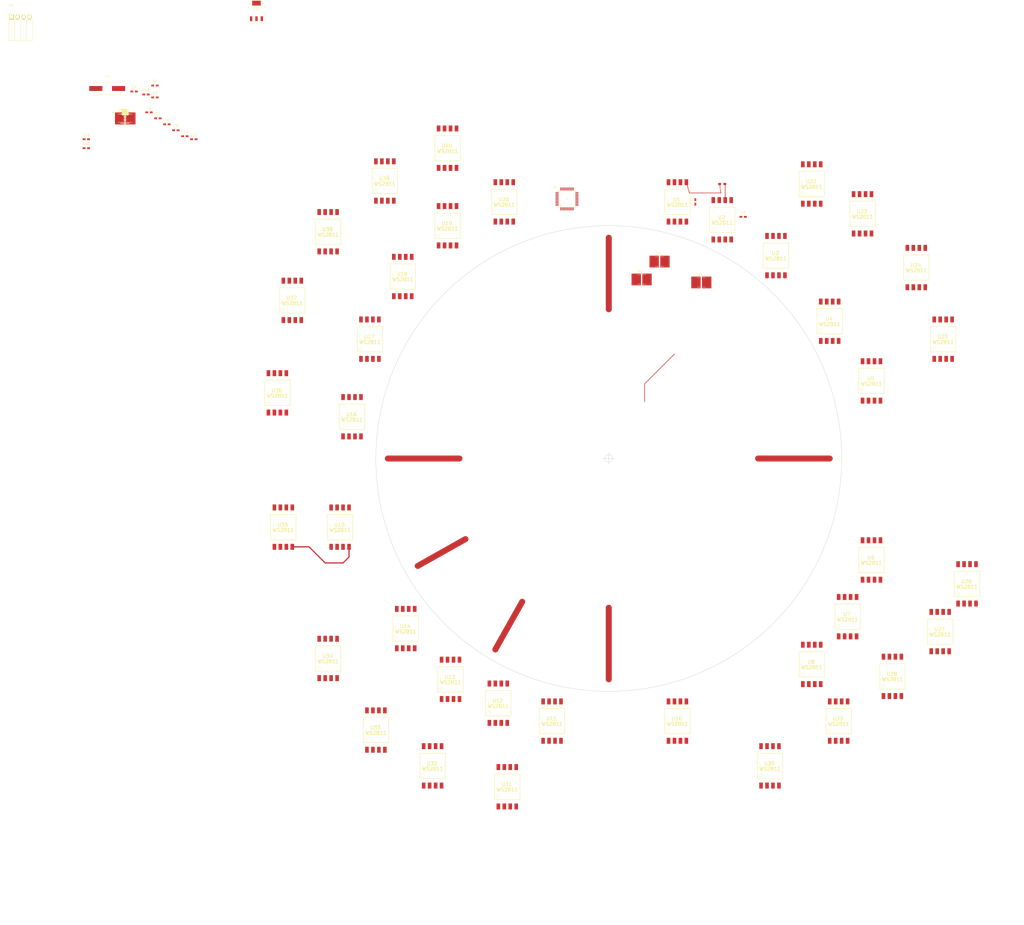
<source format=kicad_pcb>
(kicad_pcb (version 4) (host pcbnew 4.0.1-stable)
  (layers (0 F.Cu signal) (31 B.Cu signal) (34 B.Paste user) (35 F.Paste user) (36 B.SilkS user) (37 F.SilkS user) (38 B.Mask user) (39 F.Mask user) (44 Edge.Cuts user))
  (net 0 "")
  (net 1 GND)
  (net 2 "Net-(C1-Pad2)")
  (net 3 "Net-(C2-Pad2)")
  (net 4 +3V3)
  (net 5 /OSC_IN)
  (net 6 /OSC_OUT)
  (net 7 /NRST)
  (net 8 "Net-(C8-Pad2)")
  (net 9 "Net-(C9-Pad2)")
  (net 10 "Net-(C12-Pad2)")
  (net 11 "Net-(C13-Pad2)")
  (net 12 "Net-(C14-Pad2)")
  (net 13 "Net-(C15-Pad2)")
  (net 14 "Net-(C16-Pad2)")
  (net 15 "Net-(C17-Pad2)")
  (net 16 "Net-(C18-Pad2)")
  (net 17 "Net-(C19-Pad2)")
  (net 18 "Net-(C20-Pad2)")
  (net 19 "Net-(C21-Pad2)")
  (net 20 "Net-(C22-Pad2)")
  (net 21 "Net-(C23-Pad2)")
  (net 22 "Net-(C24-Pad2)")
  (net 23 "Net-(C25-Pad1)")
  (net 24 "Net-(C25-Pad2)")
  (net 25 "Net-(C26-Pad1)")
  (net 26 "Net-(C26-Pad2)")
  (net 27 +5V)
  (net 28 "Net-(C28-Pad2)")
  (net 29 "Net-(C29-Pad2)")
  (net 30 "Net-(C30-Pad1)")
  (net 31 "Net-(C30-Pad2)")
  (net 32 "Net-(C32-Pad2)")
  (net 33 "Net-(C37-Pad2)")
  (net 34 "Net-(C38-Pad2)")
  (net 35 "Net-(C39-Pad2)")
  (net 36 "Net-(C40-Pad2)")
  (net 37 "Net-(C41-Pad2)")
  (net 38 "Net-(C42-Pad1)")
  (net 39 "Net-(C42-Pad2)")
  (net 40 "Net-(C43-Pad1)")
  (net 41 "Net-(C43-Pad2)")
  (net 42 "Net-(C44-Pad1)")
  (net 43 "Net-(C44-Pad2)")
  (net 44 "Net-(D1-Pad1)")
  (net 45 "Net-(D2-Pad1)")
  (net 46 "Net-(D3-Pad1)")
  (net 47 "Net-(D4-Pad1)")
  (net 48 "Net-(D5-Pad1)")
  (net 49 "Net-(D6-Pad1)")
  (net 50 "Net-(D7-Pad1)")
  (net 51 "Net-(D8-Pad1)")
  (net 52 "Net-(D9-Pad1)")
  (net 53 "Net-(D10-Pad1)")
  (net 54 "Net-(D11-Pad1)")
  (net 55 "Net-(D12-Pad1)")
  (net 56 "Net-(D13-Pad1)")
  (net 57 "Net-(D14-Pad1)")
  (net 58 "Net-(D15-Pad1)")
  (net 59 "Net-(D16-Pad1)")
  (net 60 "Net-(D17-Pad1)")
  (net 61 "Net-(D18-Pad1)")
  (net 62 "Net-(D19-Pad1)")
  (net 63 "Net-(D20-Pad1)")
  (net 64 "Net-(D21-Pad1)")
  (net 65 "Net-(D22-Pad1)")
  (net 66 "Net-(D23-Pad1)")
  (net 67 "Net-(D24-Pad1)")
  (net 68 "Net-(D25-Pad1)")
  (net 69 "Net-(D26-Pad1)")
  (net 70 "Net-(D27-Pad1)")
  (net 71 "Net-(D28-Pad1)")
  (net 72 "Net-(D29-Pad1)")
  (net 73 "Net-(D30-Pad1)")
  (net 74 "Net-(D31-Pad1)")
  (net 75 "Net-(D32-Pad1)")
  (net 76 "Net-(D33-Pad1)")
  (net 77 "Net-(D34-Pad1)")
  (net 78 "Net-(D35-Pad1)")
  (net 79 "Net-(D36-Pad1)")
  (net 80 "Net-(D37-Pad1)")
  (net 81 "Net-(D38-Pad1)")
  (net 82 "Net-(D39-Pad1)")
  (net 83 "Net-(D40-Pad1)")
  (net 84 "Net-(D41-Pad1)")
  (net 85 "Net-(D42-Pad1)")
  (net 86 "Net-(D43-Pad1)")
  (net 87 "Net-(D44-Pad1)")
  (net 88 "Net-(D45-Pad1)")
  (net 89 "Net-(D46-Pad1)")
  (net 90 "Net-(D47-Pad1)")
  (net 91 "Net-(D48-Pad1)")
  (net 92 "Net-(D49-Pad1)")
  (net 93 "Net-(D50-Pad1)")
  (net 94 "Net-(D51-Pad1)")
  (net 95 "Net-(D52-Pad1)")
  (net 96 "Net-(D53-Pad1)")
  (net 97 "Net-(D54-Pad1)")
  (net 98 "Net-(D55-Pad1)")
  (net 99 "Net-(D56-Pad1)")
  (net 100 "Net-(D57-Pad1)")
  (net 101 "Net-(D58-Pad1)")
  (net 102 "Net-(D59-Pad1)")
  (net 103 "Net-(D60-Pad1)")
  (net 104 "Net-(D61-Pad1)")
  (net 105 "Net-(D62-Pad1)")
  (net 106 "Net-(D63-Pad1)")
  (net 107 "Net-(D64-Pad1)")
  (net 108 "Net-(D65-Pad1)")
  (net 109 "Net-(D66-Pad1)")
  (net 110 "Net-(D67-Pad1)")
  (net 111 "Net-(D68-Pad1)")
  (net 112 "Net-(D69-Pad1)")
  (net 113 "Net-(D70-Pad1)")
  (net 114 "Net-(D71-Pad1)")
  (net 115 "Net-(D72-Pad1)")
  (net 116 "Net-(D73-Pad1)")
  (net 117 "Net-(D74-Pad1)")
  (net 118 "Net-(D75-Pad1)")
  (net 119 "Net-(D76-Pad1)")
  (net 120 "Net-(D77-Pad1)")
  (net 121 "Net-(D78-Pad1)")
  (net 122 "Net-(D79-Pad1)")
  (net 123 "Net-(D80-Pad1)")
  (net 124 "Net-(D81-Pad1)")
  (net 125 "Net-(D82-Pad1)")
  (net 126 "Net-(D83-Pad1)")
  (net 127 "Net-(D84-Pad1)")
  (net 128 "Net-(D85-Pad1)")
  (net 129 "Net-(D86-Pad1)")
  (net 130 "Net-(D87-Pad1)")
  (net 131 "Net-(D88-Pad1)")
  (net 132 "Net-(D89-Pad1)")
  (net 133 "Net-(D90-Pad1)")
  (net 134 "Net-(D91-Pad1)")
  (net 135 "Net-(D92-Pad1)")
  (net 136 "Net-(D93-Pad1)")
  (net 137 "Net-(D94-Pad1)")
  (net 138 "Net-(D95-Pad1)")
  (net 139 "Net-(D96-Pad1)")
  (net 140 "Net-(D97-Pad1)")
  (net 141 "Net-(D98-Pad1)")
  (net 142 "Net-(D99-Pad1)")
  (net 143 "Net-(D100-Pad1)")
  (net 144 "Net-(D101-Pad1)")
  (net 145 "Net-(D102-Pad1)")
  (net 146 "Net-(D103-Pad1)")
  (net 147 "Net-(D104-Pad1)")
  (net 148 "Net-(D105-Pad1)")
  (net 149 "Net-(D106-Pad1)")
  (net 150 "Net-(D107-Pad1)")
  (net 151 "Net-(D108-Pad1)")
  (net 152 "Net-(D109-Pad1)")
  (net 153 "Net-(D110-Pad1)")
  (net 154 "Net-(D111-Pad1)")
  (net 155 "Net-(D112-Pad1)")
  (net 156 "Net-(D113-Pad1)")
  (net 157 "Net-(D114-Pad1)")
  (net 158 "Net-(D115-Pad1)")
  (net 159 "Net-(D116-Pad1)")
  (net 160 "Net-(D117-Pad1)")
  (net 161 "Net-(D118-Pad1)")
  (net 162 "Net-(D119-Pad1)")
  (net 163 "Net-(D120-Pad1)")
  (net 164 /SWDIO)
  (net 165 /SWCLK)
  (net 166 "Net-(R3-Pad1)")
  (net 167 "Net-(R3-Pad2)")
  (net 168 "Net-(R4-Pad1)")
  (net 169 "Net-(R4-Pad2)")
  (net 170 "Net-(R8-Pad1)")
  (net 171 "Net-(R8-Pad2)")
  (net 172 "Net-(R9-Pad1)")
  (net 173 "Net-(R9-Pad2)")
  (net 174 "Net-(R12-Pad1)")
  (net 175 "Net-(R12-Pad2)")
  (net 176 "Net-(R13-Pad1)")
  (net 177 "Net-(R13-Pad2)")
  (net 178 "Net-(R16-Pad1)")
  (net 179 "Net-(R16-Pad2)")
  (net 180 "Net-(R33-Pad1)")
  (net 181 "Net-(R33-Pad2)")
  (net 182 "Net-(R34-Pad1)")
  (net 183 "Net-(R34-Pad2)")
  (net 184 "Net-(R38-Pad1)")
  (net 185 "Net-(R38-Pad2)")
  (net 186 "Net-(R39-Pad1)")
  (net 187 "Net-(R39-Pad2)")
  (net 188 "Net-(R40-Pad1)")
  (net 189 "Net-(R40-Pad2)")
  (net 190 "Net-(R41-Pad1)")
  (net 191 "Net-(R46-Pad1)")
  (net 192 "Net-(R46-Pad2)")
  (net 193 "Net-(R47-Pad1)")
  (net 194 "Net-(R47-Pad2)")
  (net 195 "Net-(R48-Pad1)")
  (net 196 "Net-(R48-Pad2)")
  (net 197 "Net-(R65-Pad1)")
  (net 198 "Net-(R66-Pad1)")
  (net 199 "Net-(R66-Pad2)")
  (net 200 "Net-(R70-Pad1)")
  (net 201 "Net-(R70-Pad2)")
  (net 202 "Net-(R71-Pad1)")
  (net 203 "Net-(R71-Pad2)")
  (net 204 "Net-(R72-Pad1)")
  (net 205 "Net-(R72-Pad2)")
  (net 206 "Net-(R82-Pad1)")
  (net 207 /LED_DATA)
  (net 208 "Net-(U1-Pad7)")
  (net 209 "Net-(U2-Pad7)")
  (net 210 "Net-(U3-Pad7)")
  (net 211 "Net-(U4-Pad7)")
  (net 212 "Net-(U5-Pad7)")
  (net 213 "Net-(U6-Pad7)")
  (net 214 "Net-(U7-Pad7)")
  (net 215 "Net-(U8-Pad7)")
  (net 216 "Net-(U10-Pad7)")
  (net 217 "Net-(U11-Pad7)")
  (net 218 "Net-(U12-Pad7)")
  (net 219 "Net-(U13-Pad7)")
  (net 220 "Net-(U14-Pad7)")
  (net 221 "Net-(U15-Pad7)")
  (net 222 "Net-(U16-Pad7)")
  (net 223 "Net-(U17-Pad7)")
  (net 224 "Net-(U18-Pad7)")
  (net 225 "Net-(U19-Pad7)")
  (net 226 "Net-(U20-Pad7)")
  (net 227 "Net-(U22-Pad7)")
  (net 228 "Net-(U23-Pad7)")
  (net 229 "Net-(U24-Pad7)")
  (net 230 "Net-(U25-Pad7)")
  (net 231 "Net-(U26-Pad7)")
  (net 232 "Net-(U27-Pad7)")
  (net 233 "Net-(U28-Pad7)")
  (net 234 "Net-(U29-Pad7)")
  (net 235 "Net-(U30-Pad7)")
  (net 236 "Net-(U31-Pad7)")
  (net 237 "Net-(U32-Pad7)")
  (net 238 "Net-(U33-Pad7)")
  (net 239 "Net-(U34-Pad7)")
  (net 240 "Net-(U35-Pad7)")
  (net 241 "Net-(U36-Pad7)")
  (net 242 "Net-(U37-Pad7)")
  (net 243 "Net-(U38-Pad7)")
  (net 244 "Net-(U39-Pad7)")
  (net 245 "Net-(U40-Pad7)")
  (net 246 "Net-(C3-Pad2)")
  (net 247 "Net-(C4-Pad2)")
  (net 248 "Net-(C5-Pad2)")
  (net 249 "Net-(C6-Pad2)")
  (net 250 "Net-(C7-Pad2)")
  (net 251 "Net-(C9-Pad1)")
  (net 252 "Net-(C10-Pad1)")
  (net 253 "Net-(C10-Pad2)")
  (net 254 "Net-(C11-Pad2)")
  (net 255 "Net-(C14-Pad1)")
  (net 256 "Net-(C15-Pad1)")
  (net 257 "Net-(C16-Pad1)")
  (net 258 "Net-(C27-Pad2)")
  (net 259 "Net-(C31-Pad2)")
  (net 260 "Net-(C31-Pad1)")
  (net 261 "Net-(C32-Pad1)")
  (net 262 "Net-(C37-Pad1)")
  (net 263 "Net-(C38-Pad1)")
  (net 264 "Net-(R1-Pad1)")
  (net 265 "Net-(R1-Pad2)")
  (net 266 "Net-(R2-Pad1)")
  (net 267 "Net-(R2-Pad2)")
  (net 268 "Net-(R5-Pad1)")
  (net 269 "Net-(R5-Pad2)")
  (net 270 "Net-(R6-Pad1)")
  (net 271 "Net-(R6-Pad2)")
  (net 272 "Net-(R7-Pad1)")
  (net 273 "Net-(R7-Pad2)")
  (net 274 "Net-(R10-Pad1)")
  (net 275 "Net-(R10-Pad2)")
  (net 276 "Net-(R11-Pad1)")
  (net 277 "Net-(R11-Pad2)")
  (net 278 "Net-(R14-Pad1)")
  (net 279 "Net-(R14-Pad2)")
  (net 280 "Net-(R15-Pad1)")
  (net 281 "Net-(R15-Pad2)")
  (net 282 "Net-(R35-Pad1)")
  (net 283 "Net-(R35-Pad2)")
  (net 284 "Net-(R36-Pad1)")
  (net 285 "Net-(R36-Pad2)")
  (net 286 "Net-(R37-Pad1)")
  (net 287 "Net-(R37-Pad2)")
  (net 288 "Net-(R41-Pad2)")
  (net 289 "Net-(R42-Pad1)")
  (net 290 "Net-(R42-Pad2)")
  (net 291 "Net-(R43-Pad1)")
  (net 292 "Net-(R43-Pad2)")
  (net 293 "Net-(R44-Pad1)")
  (net 294 "Net-(R44-Pad2)")
  (net 295 "Net-(R45-Pad1)")
  (net 296 "Net-(R45-Pad2)")
  (net 297 "Net-(R67-Pad1)")
  (net 298 "Net-(R67-Pad2)")
  (net 299 "Net-(R68-Pad1)")
  (net 300 "Net-(R68-Pad2)")
  (net 301 "Net-(R69-Pad1)")
  (net 302 "Net-(R69-Pad2)")
  (net 303 "Net-(U9-Pad7)")
  (net 304 "Net-(U40-Pad5)")
  (module Capacitors_SMD:C_0603_HandSoldering (layer F.Cu) (at 242.57 35.56 90)
    (fp_text reference C1 (at 0 -1.9 90) (layer F.SilkS))
    (fp_text value 100n)
    (pad 1 smd rect (at -0.95 0 90) (size 1.2 0.75) (layers F.Cu F.Paste F.Mask) (net 1 GND))
    (pad 2 smd rect (at 0.95 0 90) (size 1.2 0.75) (layers F.Cu F.Paste F.Mask) (net 2 "Net-(C1-Pad2)"))
  )
  (module Capacitors_SMD:C_0603_HandSoldering (layer F.Cu) (at 262.89 41.91)
    (fp_text reference C2 (at 0 -1.9) (layer F.SilkS))
    (fp_text value 100n)
    (pad 1 smd rect (at -0.95 0) (size 1.2 0.75) (layers F.Cu F.Paste F.Mask) (net 1 GND))
    (pad 2 smd rect (at 0.95 0) (size 1.2 0.75) (layers F.Cu F.Paste F.Mask) (net 3 "Net-(C2-Pad2)"))
  )
  (module Capacitors_SMD:C_0603_HandSoldering (layer F.Cu) (at 12.7 -8.89)
    (fp_text reference C3 (at 0 -1.9) (layer F.SilkS))
    (fp_text value 100n)
    (pad 1 smd rect (at -0.95 0) (size 1.2 0.75) (layers F.Cu F.Paste F.Mask) (net 1 GND))
    (pad 2 smd rect (at 0.95 0) (size 1.2 0.75) (layers F.Cu F.Paste F.Mask) (net 246 "Net-(C3-Pad2)"))
  )
  (module Capacitors_SMD:C_0603_HandSoldering (layer F.Cu) (at 12.7 -13.97)
    (fp_text reference C4 (at 0 -1.9) (layer F.SilkS))
    (fp_text value 100n)
    (pad 1 smd rect (at -0.95 0) (size 1.2 0.75) (layers F.Cu F.Paste F.Mask) (net 1 GND))
    (pad 2 smd rect (at 0.95 0) (size 1.2 0.75) (layers F.Cu F.Paste F.Mask) (net 247 "Net-(C4-Pad2)"))
  )
  (module Capacitors_SMD:C_0603_HandSoldering (layer F.Cu) (at 3.81 -11.43)
    (fp_text reference C5 (at 0 -1.9) (layer F.SilkS))
    (fp_text value 100n)
    (pad 1 smd rect (at -0.95 0) (size 1.2 0.75) (layers F.Cu F.Paste F.Mask) (net 1 GND))
    (pad 2 smd rect (at 0.95 0) (size 1.2 0.75) (layers F.Cu F.Paste F.Mask) (net 248 "Net-(C5-Pad2)"))
  )
  (module Capacitors_SMD:C_0603_HandSoldering (layer F.Cu) (at 10.16 -2.54)
    (fp_text reference C6 (at 0 -1.9) (layer F.SilkS))
    (fp_text value 100n)
    (pad 1 smd rect (at -0.95 0) (size 1.2 0.75) (layers F.Cu F.Paste F.Mask) (net 1 GND))
    (pad 2 smd rect (at 0.95 0) (size 1.2 0.75) (layers F.Cu F.Paste F.Mask) (net 249 "Net-(C6-Pad2)"))
  )
  (module Capacitors_SMD:C_0603_HandSoldering (layer F.Cu) (at 13.97 0)
    (fp_text reference C7 (at 0 -1.9) (layer F.SilkS))
    (fp_text value 100n)
    (pad 1 smd rect (at -0.95 0) (size 1.2 0.75) (layers F.Cu F.Paste F.Mask) (net 1 GND))
    (pad 2 smd rect (at 0.95 0) (size 1.2 0.75) (layers F.Cu F.Paste F.Mask) (net 250 "Net-(C7-Pad2)"))
  )
  (module Capacitors_SMD:C_0603_HandSoldering (layer F.Cu) (at 17.78 2.54)
    (fp_text reference C8 (at 0 -1.9) (layer F.SilkS))
    (fp_text value 100n)
    (pad 1 smd rect (at -0.95 0) (size 1.2 0.75) (layers F.Cu F.Paste F.Mask) (net 1 GND))
    (pad 2 smd rect (at 0.95 0) (size 1.2 0.75) (layers F.Cu F.Paste F.Mask) (net 8 "Net-(C8-Pad2)"))
  )
  (module Capacitors_SMD:C_0603_HandSoldering (layer F.Cu) (at 21.59 5.08)
    (fp_text reference C9 (at 0 -1.9) (layer F.SilkS))
    (fp_text value 100n)
    (pad 1 smd rect (at -0.95 0) (size 1.2 0.75) (layers F.Cu F.Paste F.Mask) (net 251 "Net-(C9-Pad1)"))
    (pad 2 smd rect (at 0.95 0) (size 1.2 0.75) (layers F.Cu F.Paste F.Mask) (net 9 "Net-(C9-Pad2)"))
  )
  (module Capacitors_SMD:C_0603_HandSoldering (layer F.Cu) (at 25.4 7.62)
    (fp_text reference C10 (at 0 -1.9) (layer F.SilkS))
    (fp_text value 100n)
    (pad 1 smd rect (at -0.95 0) (size 1.2 0.75) (layers F.Cu F.Paste F.Mask) (net 252 "Net-(C10-Pad1)"))
    (pad 2 smd rect (at 0.95 0) (size 1.2 0.75) (layers F.Cu F.Paste F.Mask) (net 253 "Net-(C10-Pad2)"))
  )
  (module Capacitors_SMD:C_0603_HandSoldering (layer F.Cu) (at 29.21 8.89)
    (fp_text reference C11 (at 0 -1.9) (layer F.SilkS))
    (fp_text value 100n)
    (pad 1 smd rect (at -0.95 0) (size 1.2 0.75) (layers F.Cu F.Paste F.Mask) (net 1 GND))
    (pad 2 smd rect (at 0.95 0) (size 1.2 0.75) (layers F.Cu F.Paste F.Mask) (net 254 "Net-(C11-Pad2)"))
  )
  (module Capacitors_SMD:C_0603_HandSoldering (layer F.Cu) (at 0 0)
    (fp_text reference C12 (at 0 -1.9) (layer F.SilkS))
    (fp_text value 100n)
    (pad 1 smd rect (at -0.95 0) (size 1.2 0.75) (layers F.Cu F.Paste F.Mask) (net 1 GND))
    (pad 2 smd rect (at 0.95 0) (size 1.2 0.75) (layers F.Cu F.Paste F.Mask) (net 10 "Net-(C12-Pad2)"))
  )
  (module Capacitors_SMD:C_0603_HandSoldering (layer F.Cu) (at 0 0)
    (fp_text reference C13 (at 0 -1.9) (layer F.SilkS))
    (fp_text value 100n)
    (pad 1 smd rect (at -0.95 0) (size 1.2 0.75) (layers F.Cu F.Paste F.Mask) (net 1 GND))
    (pad 2 smd rect (at 0.95 0) (size 1.2 0.75) (layers F.Cu F.Paste F.Mask) (net 11 "Net-(C13-Pad2)"))
  )
  (module Capacitors_SMD:C_0603_HandSoldering (layer F.Cu) (at 0 0)
    (fp_text reference C14 (at 0 -1.9) (layer F.SilkS))
    (fp_text value 100n)
    (pad 1 smd rect (at -0.95 0) (size 1.2 0.75) (layers F.Cu F.Paste F.Mask) (net 255 "Net-(C14-Pad1)"))
    (pad 2 smd rect (at 0.95 0) (size 1.2 0.75) (layers F.Cu F.Paste F.Mask) (net 12 "Net-(C14-Pad2)"))
  )
  (module Capacitors_SMD:C_0603_HandSoldering (layer F.Cu) (at 0 0)
    (fp_text reference C15 (at 0 -1.9) (layer F.SilkS))
    (fp_text value 100n)
    (pad 1 smd rect (at -0.95 0) (size 1.2 0.75) (layers F.Cu F.Paste F.Mask) (net 256 "Net-(C15-Pad1)"))
    (pad 2 smd rect (at 0.95 0) (size 1.2 0.75) (layers F.Cu F.Paste F.Mask) (net 13 "Net-(C15-Pad2)"))
  )
  (module Capacitors_SMD:C_0603_HandSoldering (layer F.Cu) (at 0 0)
    (fp_text reference C16 (at 0 -1.9) (layer F.SilkS))
    (fp_text value 100n)
    (pad 1 smd rect (at -0.95 0) (size 1.2 0.75) (layers F.Cu F.Paste F.Mask) (net 257 "Net-(C16-Pad1)"))
    (pad 2 smd rect (at 0.95 0) (size 1.2 0.75) (layers F.Cu F.Paste F.Mask) (net 14 "Net-(C16-Pad2)"))
  )
  (module Capacitors_SMD:C_0603_HandSoldering (layer F.Cu) (at 0 0)
    (fp_text reference C17 (at 0 -1.9) (layer F.SilkS))
    (fp_text value 100n)
    (pad 1 smd rect (at -0.95 0) (size 1.2 0.75) (layers F.Cu F.Paste F.Mask) (net 1 GND))
    (pad 2 smd rect (at 0.95 0) (size 1.2 0.75) (layers F.Cu F.Paste F.Mask) (net 15 "Net-(C17-Pad2)"))
  )
  (module Capacitors_SMD:C_0603_HandSoldering (layer F.Cu) (at 0 0)
    (fp_text reference C18 (at 0 -1.9) (layer F.SilkS))
    (fp_text value 100n)
    (pad 1 smd rect (at -0.95 0) (size 1.2 0.75) (layers F.Cu F.Paste F.Mask) (net 1 GND))
    (pad 2 smd rect (at 0.95 0) (size 1.2 0.75) (layers F.Cu F.Paste F.Mask) (net 16 "Net-(C18-Pad2)"))
  )
  (module Capacitors_SMD:C_0603_HandSoldering (layer F.Cu) (at 0 0)
    (fp_text reference C19 (at 0 -1.9) (layer F.SilkS))
    (fp_text value 100n)
    (pad 1 smd rect (at -0.95 0) (size 1.2 0.75) (layers F.Cu F.Paste F.Mask) (net 1 GND))
    (pad 2 smd rect (at 0.95 0) (size 1.2 0.75) (layers F.Cu F.Paste F.Mask) (net 17 "Net-(C19-Pad2)"))
  )
  (module Capacitors_SMD:C_0603_HandSoldering (layer F.Cu) (at 0 0)
    (fp_text reference C20 (at 0 -1.9) (layer F.SilkS))
    (fp_text value 100n)
    (pad 1 smd rect (at -0.95 0) (size 1.2 0.75) (layers F.Cu F.Paste F.Mask) (net 1 GND))
    (pad 2 smd rect (at 0.95 0) (size 1.2 0.75) (layers F.Cu F.Paste F.Mask) (net 18 "Net-(C20-Pad2)"))
  )
  (module Capacitors_SMD:C_0603_HandSoldering (layer F.Cu) (at 0 0)
    (fp_text reference C21 (at 0 -1.9) (layer F.SilkS))
    (fp_text value 100n)
    (pad 1 smd rect (at -0.95 0) (size 1.2 0.75) (layers F.Cu F.Paste F.Mask) (net 1 GND))
    (pad 2 smd rect (at 0.95 0) (size 1.2 0.75) (layers F.Cu F.Paste F.Mask) (net 19 "Net-(C21-Pad2)"))
  )
  (module Capacitors_SMD:C_0603_HandSoldering (layer F.Cu) (at 0 0)
    (fp_text reference C22 (at 0 -1.9) (layer F.SilkS))
    (fp_text value 100n)
    (pad 1 smd rect (at -0.95 0) (size 1.2 0.75) (layers F.Cu F.Paste F.Mask) (net 1 GND))
    (pad 2 smd rect (at 0.95 0) (size 1.2 0.75) (layers F.Cu F.Paste F.Mask) (net 20 "Net-(C22-Pad2)"))
  )
  (module Capacitors_SMD:C_0603_HandSoldering (layer F.Cu) (at 0 0)
    (fp_text reference C23 (at 0 -1.9) (layer F.SilkS))
    (fp_text value 100n)
    (pad 1 smd rect (at -0.95 0) (size 1.2 0.75) (layers F.Cu F.Paste F.Mask) (net 1 GND))
    (pad 2 smd rect (at 0.95 0) (size 1.2 0.75) (layers F.Cu F.Paste F.Mask) (net 21 "Net-(C23-Pad2)"))
  )
  (module Capacitors_SMD:C_0603_HandSoldering (layer F.Cu) (at 0 0)
    (fp_text reference C24 (at 0 -1.9) (layer F.SilkS))
    (fp_text value 100n)
    (pad 1 smd rect (at -0.95 0) (size 1.2 0.75) (layers F.Cu F.Paste F.Mask) (net 1 GND))
    (pad 2 smd rect (at 0.95 0) (size 1.2 0.75) (layers F.Cu F.Paste F.Mask) (net 22 "Net-(C24-Pad2)"))
  )
  (module Capacitors_SMD:C_0603_HandSoldering (layer F.Cu) (at 0 0)
    (fp_text reference C25 (at 0 -1.9) (layer F.SilkS))
    (fp_text value 100n)
    (pad 1 smd rect (at -0.95 0) (size 1.2 0.75) (layers F.Cu F.Paste F.Mask) (net 23 "Net-(C25-Pad1)"))
    (pad 2 smd rect (at 0.95 0) (size 1.2 0.75) (layers F.Cu F.Paste F.Mask) (net 24 "Net-(C25-Pad2)"))
  )
  (module Capacitors_SMD:C_0603_HandSoldering (layer F.Cu) (at 0 0)
    (fp_text reference C26 (at 0 -1.9) (layer F.SilkS))
    (fp_text value 100n)
    (pad 1 smd rect (at -0.95 0) (size 1.2 0.75) (layers F.Cu F.Paste F.Mask) (net 25 "Net-(C26-Pad1)"))
    (pad 2 smd rect (at 0.95 0) (size 1.2 0.75) (layers F.Cu F.Paste F.Mask) (net 26 "Net-(C26-Pad2)"))
  )
  (module Capacitors_SMD:C_0603_HandSoldering (layer F.Cu) (at 0 0)
    (fp_text reference C27 (at 0 -1.9) (layer F.SilkS))
    (fp_text value 100n)
    (pad 1 smd rect (at -0.95 0) (size 1.2 0.75) (layers F.Cu F.Paste F.Mask) (net 1 GND))
    (pad 2 smd rect (at 0.95 0) (size 1.2 0.75) (layers F.Cu F.Paste F.Mask) (net 258 "Net-(C27-Pad2)"))
  )
  (module Capacitors_SMD:C_0603_HandSoldering (layer F.Cu) (at 0 0)
    (fp_text reference C28 (at 0 -1.9) (layer F.SilkS))
    (fp_text value 100n)
    (pad 1 smd rect (at -0.95 0) (size 1.2 0.75) (layers F.Cu F.Paste F.Mask) (net 1 GND))
    (pad 2 smd rect (at 0.95 0) (size 1.2 0.75) (layers F.Cu F.Paste F.Mask) (net 28 "Net-(C28-Pad2)"))
  )
  (module Capacitors_SMD:C_0603_HandSoldering (layer F.Cu) (at 0 0)
    (fp_text reference C29 (at 0 -1.9) (layer F.SilkS))
    (fp_text value 100n)
    (pad 1 smd rect (at -0.95 0) (size 1.2 0.75) (layers F.Cu F.Paste F.Mask) (net 1 GND))
    (pad 2 smd rect (at 0.95 0) (size 1.2 0.75) (layers F.Cu F.Paste F.Mask) (net 29 "Net-(C29-Pad2)"))
  )
  (module Capacitors_SMD:C_0603_HandSoldering (layer F.Cu) (at 0 0)
    (fp_text reference C30 (at 0 -1.9) (layer F.SilkS))
    (fp_text value 100n)
    (pad 1 smd rect (at -0.95 0) (size 1.2 0.75) (layers F.Cu F.Paste F.Mask) (net 30 "Net-(C30-Pad1)"))
    (pad 2 smd rect (at 0.95 0) (size 1.2 0.75) (layers F.Cu F.Paste F.Mask) (net 31 "Net-(C30-Pad2)"))
  )
  (module Capacitors_Tantalum_SMD:TantalC_SizeC_EIA-6032_Wave (layer F.Cu) (at 0 0)
    (fp_text reference C31 (at -0.20066 -3.29946) (layer F.SilkS))
    (fp_text value 100n)
    (fp_text user + (at -4.99872 -2.55016) (layer F.SilkS))
    (pad 2 smd rect (at 2.62382 0) (size 2.75082 1.80086) (layers F.Cu F.Paste F.Mask) (net 259 "Net-(C31-Pad2)"))
    (pad 1 smd rect (at -2.62382 0) (size 2.75082 1.80086) (layers F.Cu F.Paste F.Mask) (net 260 "Net-(C31-Pad1)"))
  )
  (module Capacitors_SMD:C_0603_HandSoldering (layer F.Cu) (at 0 0)
    (fp_text reference C32 (at 0 -1.9) (layer F.SilkS))
    (fp_text value 100n)
    (pad 1 smd rect (at -0.95 0) (size 1.2 0.75) (layers F.Cu F.Paste F.Mask) (net 261 "Net-(C32-Pad1)"))
    (pad 2 smd rect (at 0.95 0) (size 1.2 0.75) (layers F.Cu F.Paste F.Mask) (net 32 "Net-(C32-Pad2)"))
  )
  (module Capacitors_SMD:C_0603_HandSoldering (layer F.Cu) (at 0 0)
    (fp_text reference C33 (at 0 -1.9) (layer F.SilkS))
    (fp_text value 100n)
    (pad 1 smd rect (at -0.95 0) (size 1.2 0.75) (layers F.Cu F.Paste F.Mask) (net 4 +3V3))
    (pad 2 smd rect (at 0.95 0) (size 1.2 0.75) (layers F.Cu F.Paste F.Mask) (net 1 GND))
  )
  (module Capacitors_SMD:C_0603_HandSoldering (layer F.Cu) (at 0 0)
    (fp_text reference C34 (at 0 -1.9) (layer F.SilkS))
    (fp_text value 100n)
    (pad 1 smd rect (at -0.95 0) (size 1.2 0.75) (layers F.Cu F.Paste F.Mask) (net 4 +3V3))
    (pad 2 smd rect (at 0.95 0) (size 1.2 0.75) (layers F.Cu F.Paste F.Mask) (net 1 GND))
  )
  (module Capacitors_SMD:C_0603_HandSoldering (layer F.Cu) (at 0 0)
    (fp_text reference C35 (at 0 -1.9) (layer F.SilkS))
    (fp_text value 100n)
    (pad 1 smd rect (at -0.95 0) (size 1.2 0.75) (layers F.Cu F.Paste F.Mask) (net 4 +3V3))
    (pad 2 smd rect (at 0.95 0) (size 1.2 0.75) (layers F.Cu F.Paste F.Mask) (net 1 GND))
  )
  (module Capacitors_SMD:C_0603_HandSoldering (layer F.Cu) (at 0 0)
    (fp_text reference C36 (at 0 -1.9) (layer F.SilkS))
    (fp_text value 100n)
    (pad 1 smd rect (at -0.95 0) (size 1.2 0.75) (layers F.Cu F.Paste F.Mask) (net 4 +3V3))
    (pad 2 smd rect (at 0.95 0) (size 1.2 0.75) (layers F.Cu F.Paste F.Mask) (net 1 GND))
  )
  (module Capacitors_SMD:C_0603_HandSoldering (layer F.Cu) (at 0 0)
    (fp_text reference C37 (at 0 -1.9) (layer F.SilkS))
    (fp_text value 100n)
    (pad 1 smd rect (at -0.95 0) (size 1.2 0.75) (layers F.Cu F.Paste F.Mask) (net 262 "Net-(C37-Pad1)"))
    (pad 2 smd rect (at 0.95 0) (size 1.2 0.75) (layers F.Cu F.Paste F.Mask) (net 33 "Net-(C37-Pad2)"))
  )
  (module Capacitors_SMD:C_0603_HandSoldering (layer F.Cu) (at 0 0)
    (fp_text reference C38 (at 0 -1.9) (layer F.SilkS))
    (fp_text value 100n)
    (pad 1 smd rect (at -0.95 0) (size 1.2 0.75) (layers F.Cu F.Paste F.Mask) (net 263 "Net-(C38-Pad1)"))
    (pad 2 smd rect (at 0.95 0) (size 1.2 0.75) (layers F.Cu F.Paste F.Mask) (net 34 "Net-(C38-Pad2)"))
  )
  (module Capacitors_SMD:C_0603_HandSoldering (layer F.Cu) (at 0 0)
    (fp_text reference C39 (at 0 -1.9) (layer F.SilkS))
    (fp_text value 100n)
    (pad 1 smd rect (at -0.95 0) (size 1.2 0.75) (layers F.Cu F.Paste F.Mask) (net 1 GND))
    (pad 2 smd rect (at 0.95 0) (size 1.2 0.75) (layers F.Cu F.Paste F.Mask) (net 35 "Net-(C39-Pad2)"))
  )
  (module Capacitors_SMD:C_0603_HandSoldering (layer F.Cu) (at 0 0)
    (fp_text reference C40 (at 0 -1.9) (layer F.SilkS))
    (fp_text value 100n)
    (pad 1 smd rect (at -0.95 0) (size 1.2 0.75) (layers F.Cu F.Paste F.Mask) (net 1 GND))
    (pad 2 smd rect (at 0.95 0) (size 1.2 0.75) (layers F.Cu F.Paste F.Mask) (net 36 "Net-(C40-Pad2)"))
  )
  (module Capacitors_SMD:C_0603_HandSoldering (layer F.Cu) (at 0 0)
    (fp_text reference C41 (at 0 -1.9) (layer F.SilkS))
    (fp_text value 100n)
    (pad 1 smd rect (at -0.95 0) (size 1.2 0.75) (layers F.Cu F.Paste F.Mask) (net 1 GND))
    (pad 2 smd rect (at 0.95 0) (size 1.2 0.75) (layers F.Cu F.Paste F.Mask) (net 37 "Net-(C41-Pad2)"))
  )
  (module Capacitors_SMD:C_0603_HandSoldering (layer F.Cu) (at 0 0)
    (fp_text reference C42 (at 0 -1.9) (layer F.SilkS))
    (fp_text value 100n)
    (pad 1 smd rect (at -0.95 0) (size 1.2 0.75) (layers F.Cu F.Paste F.Mask) (net 38 "Net-(C42-Pad1)"))
    (pad 2 smd rect (at 0.95 0) (size 1.2 0.75) (layers F.Cu F.Paste F.Mask) (net 39 "Net-(C42-Pad2)"))
  )
  (module Capacitors_SMD:C_0603_HandSoldering (layer F.Cu) (at 0 0)
    (fp_text reference C43 (at 0 -1.9) (layer F.SilkS))
    (fp_text value 100n)
    (pad 1 smd rect (at -0.95 0) (size 1.2 0.75) (layers F.Cu F.Paste F.Mask) (net 40 "Net-(C43-Pad1)"))
    (pad 2 smd rect (at 0.95 0) (size 1.2 0.75) (layers F.Cu F.Paste F.Mask) (net 41 "Net-(C43-Pad2)"))
  )
  (module Capacitors_SMD:C_0603_HandSoldering (layer F.Cu) (at 0 0)
    (fp_text reference C44 (at 0 -1.9) (layer F.SilkS))
    (fp_text value 100n)
    (pad 1 smd rect (at -0.95 0) (size 1.2 0.75) (layers F.Cu F.Paste F.Mask) (net 42 "Net-(C44-Pad1)"))
    (pad 2 smd rect (at 0.95 0) (size 1.2 0.75) (layers F.Cu F.Paste F.Mask) (net 43 "Net-(C44-Pad2)"))
  )
  (module Capacitors_SMD:C_0603_HandSoldering (layer F.Cu) (at -16.51 12.7)
    (fp_text reference C45 (at 0 -1.9) (layer F.SilkS))
    (fp_text value 20p)
    (pad 1 smd rect (at -0.95 0) (size 1.2 0.75) (layers F.Cu F.Paste F.Mask) (net 5 /OSC_IN))
    (pad 2 smd rect (at 0.95 0) (size 1.2 0.75) (layers F.Cu F.Paste F.Mask) (net 1 GND))
  )
  (module Capacitors_SMD:C_0603_HandSoldering (layer F.Cu) (at -16.51 8.89)
    (fp_text reference C46 (at 0 -1.9) (layer F.SilkS))
    (fp_text value 20p)
    (pad 1 smd rect (at -0.95 0) (size 1.2 0.75) (layers F.Cu F.Paste F.Mask) (net 6 /OSC_OUT))
    (pad 2 smd rect (at 0.95 0) (size 1.2 0.75) (layers F.Cu F.Paste F.Mask) (net 1 GND))
  )
  (module Capacitors_SMD:C_0603_HandSoldering (layer F.Cu) (at 0 0)
    (fp_text reference C47 (at 0 -1.9) (layer F.SilkS))
    (fp_text value 100n)
    (pad 1 smd rect (at -0.95 0) (size 1.2 0.75) (layers F.Cu F.Paste F.Mask) (net 27 +5V))
    (pad 2 smd rect (at 0.95 0) (size 1.2 0.75) (layers F.Cu F.Paste F.Mask) (net 1 GND))
  )
  (module Capacitors_SMD:C_0603_HandSoldering (layer F.Cu) (at 8.89 -10.16)
    (fp_text reference C48 (at 0 -1.9) (layer F.SilkS))
    (fp_text value 10u)
    (pad 1 smd rect (at -0.95 0) (size 1.2 0.75) (layers F.Cu F.Paste F.Mask) (net 4 +3V3))
    (pad 2 smd rect (at 0.95 0) (size 1.2 0.75) (layers F.Cu F.Paste F.Mask) (net 1 GND))
  )
  (module Capacitors_SMD:C_0603_HandSoldering (layer F.Cu) (at 0 0)
    (fp_text reference C49 (at 0 -1.9) (layer F.SilkS))
    (fp_text value 100n)
    (pad 1 smd rect (at -0.95 0) (size 1.2 0.75) (layers F.Cu F.Paste F.Mask) (net 7 /NRST))
    (pad 2 smd rect (at 0.95 0) (size 1.2 0.75) (layers F.Cu F.Paste F.Mask) (net 1 GND))
  )
  (module custom_janh:PLCC2 (layer F.Cu) (at 219.71 68.58)
    (fp_text reference D1 (at -0.508 -3.302) (layer F.SilkS))
    (fp_text value LED)
    (pad 2 smd rect (at 1.524 0) (size 1.5 2.6) (layers F.Cu F.Paste F.Mask) (net 27 +5V))
    (pad 2 smd rect (at 2.286 0) (size 4 5) (layers F.Cu) (net 27 +5V))
    (pad 1 smd rect (at -2.286 0) (size 4 5) (layers F.Cu) (net 44 "Net-(D1-Pad1)"))
    (pad 1 smd rect (at -1.524 0) (size 1.5 2.6) (layers F.Cu F.Paste F.Mask) (net 44 "Net-(D1-Pad1)"))
  )
  (module custom_janh:PLCC2 (layer F.Cu) (at 227.33 60.96)
    (fp_text reference D2 (at -0.508 -3.302) (layer F.SilkS))
    (fp_text value LED)
    (pad 2 smd rect (at 1.524 0) (size 1.5 2.6) (layers F.Cu F.Paste F.Mask) (net 27 +5V))
    (pad 2 smd rect (at 2.286 0) (size 4 5) (layers F.Cu) (net 27 +5V))
    (pad 1 smd rect (at -2.286 0) (size 4 5) (layers F.Cu) (net 45 "Net-(D2-Pad1)"))
    (pad 1 smd rect (at -1.524 0) (size 1.5 2.6) (layers F.Cu F.Paste F.Mask) (net 45 "Net-(D2-Pad1)"))
  )
  (module custom_janh:PLCC2 (layer F.Cu) (at 245.11 69.85)
    (fp_text reference D3 (at -0.508 -3.302) (layer F.SilkS))
    (fp_text value LED)
    (pad 2 smd rect (at 1.524 0) (size 1.5 2.6) (layers F.Cu F.Paste F.Mask) (net 27 +5V))
    (pad 2 smd rect (at 2.286 0) (size 4 5) (layers F.Cu) (net 27 +5V))
    (pad 1 smd rect (at -2.286 0) (size 4 5) (layers F.Cu) (net 46 "Net-(D3-Pad1)"))
    (pad 1 smd rect (at -1.524 0) (size 1.5 2.6) (layers F.Cu F.Paste F.Mask) (net 46 "Net-(D3-Pad1)"))
  )
  (module custom_janh:PLCC2 (layer F.Cu) (at 0 0)
    (fp_text reference D4 (at -0.508 -3.302) (layer F.SilkS))
    (fp_text value LED)
    (pad 2 smd rect (at 1.524 0) (size 1.5 2.6) (layers F.Cu F.Paste F.Mask) (net 27 +5V))
    (pad 2 smd rect (at 2.286 0) (size 4 5) (layers F.Cu) (net 27 +5V))
    (pad 1 smd rect (at -2.286 0) (size 4 5) (layers F.Cu) (net 47 "Net-(D4-Pad1)"))
    (pad 1 smd rect (at -1.524 0) (size 1.5 2.6) (layers F.Cu F.Paste F.Mask) (net 47 "Net-(D4-Pad1)"))
  )
  (module custom_janh:PLCC2 (layer F.Cu) (at 0 0)
    (fp_text reference D5 (at -0.508 -3.302) (layer F.SilkS))
    (fp_text value LED)
    (pad 2 smd rect (at 1.524 0) (size 1.5 2.6) (layers F.Cu F.Paste F.Mask) (net 27 +5V))
    (pad 2 smd rect (at 2.286 0) (size 4 5) (layers F.Cu) (net 27 +5V))
    (pad 1 smd rect (at -2.286 0) (size 4 5) (layers F.Cu) (net 48 "Net-(D5-Pad1)"))
    (pad 1 smd rect (at -1.524 0) (size 1.5 2.6) (layers F.Cu F.Paste F.Mask) (net 48 "Net-(D5-Pad1)"))
  )
  (module custom_janh:PLCC2 (layer F.Cu) (at 0 0)
    (fp_text reference D6 (at -0.508 -3.302) (layer F.SilkS))
    (fp_text value LED)
    (pad 2 smd rect (at 1.524 0) (size 1.5 2.6) (layers F.Cu F.Paste F.Mask) (net 27 +5V))
    (pad 2 smd rect (at 2.286 0) (size 4 5) (layers F.Cu) (net 27 +5V))
    (pad 1 smd rect (at -2.286 0) (size 4 5) (layers F.Cu) (net 49 "Net-(D6-Pad1)"))
    (pad 1 smd rect (at -1.524 0) (size 1.5 2.6) (layers F.Cu F.Paste F.Mask) (net 49 "Net-(D6-Pad1)"))
  )
  (module custom_janh:PLCC2 (layer F.Cu) (at 0 0)
    (fp_text reference D7 (at -0.508 -3.302) (layer F.SilkS))
    (fp_text value LED)
    (pad 2 smd rect (at 1.524 0) (size 1.5 2.6) (layers F.Cu F.Paste F.Mask) (net 27 +5V))
    (pad 2 smd rect (at 2.286 0) (size 4 5) (layers F.Cu) (net 27 +5V))
    (pad 1 smd rect (at -2.286 0) (size 4 5) (layers F.Cu) (net 50 "Net-(D7-Pad1)"))
    (pad 1 smd rect (at -1.524 0) (size 1.5 2.6) (layers F.Cu F.Paste F.Mask) (net 50 "Net-(D7-Pad1)"))
  )
  (module custom_janh:PLCC2 (layer F.Cu) (at 0 0)
    (fp_text reference D8 (at -0.508 -3.302) (layer F.SilkS))
    (fp_text value LED)
    (pad 2 smd rect (at 1.524 0) (size 1.5 2.6) (layers F.Cu F.Paste F.Mask) (net 27 +5V))
    (pad 2 smd rect (at 2.286 0) (size 4 5) (layers F.Cu) (net 27 +5V))
    (pad 1 smd rect (at -2.286 0) (size 4 5) (layers F.Cu) (net 51 "Net-(D8-Pad1)"))
    (pad 1 smd rect (at -1.524 0) (size 1.5 2.6) (layers F.Cu F.Paste F.Mask) (net 51 "Net-(D8-Pad1)"))
  )
  (module custom_janh:PLCC2 (layer F.Cu) (at 0 0)
    (fp_text reference D9 (at -0.508 -3.302) (layer F.SilkS))
    (fp_text value LED)
    (pad 2 smd rect (at 1.524 0) (size 1.5 2.6) (layers F.Cu F.Paste F.Mask) (net 27 +5V))
    (pad 2 smd rect (at 2.286 0) (size 4 5) (layers F.Cu) (net 27 +5V))
    (pad 1 smd rect (at -2.286 0) (size 4 5) (layers F.Cu) (net 52 "Net-(D9-Pad1)"))
    (pad 1 smd rect (at -1.524 0) (size 1.5 2.6) (layers F.Cu F.Paste F.Mask) (net 52 "Net-(D9-Pad1)"))
  )
  (module custom_janh:PLCC2 (layer F.Cu) (at 0 0)
    (fp_text reference D10 (at -0.508 -3.302) (layer F.SilkS))
    (fp_text value LED)
    (pad 2 smd rect (at 1.524 0) (size 1.5 2.6) (layers F.Cu F.Paste F.Mask) (net 27 +5V))
    (pad 2 smd rect (at 2.286 0) (size 4 5) (layers F.Cu) (net 27 +5V))
    (pad 1 smd rect (at -2.286 0) (size 4 5) (layers F.Cu) (net 53 "Net-(D10-Pad1)"))
    (pad 1 smd rect (at -1.524 0) (size 1.5 2.6) (layers F.Cu F.Paste F.Mask) (net 53 "Net-(D10-Pad1)"))
  )
  (module custom_janh:PLCC2 (layer F.Cu) (at 0 0)
    (fp_text reference D11 (at -0.508 -3.302) (layer F.SilkS))
    (fp_text value LED)
    (pad 2 smd rect (at 1.524 0) (size 1.5 2.6) (layers F.Cu F.Paste F.Mask) (net 27 +5V))
    (pad 2 smd rect (at 2.286 0) (size 4 5) (layers F.Cu) (net 27 +5V))
    (pad 1 smd rect (at -2.286 0) (size 4 5) (layers F.Cu) (net 54 "Net-(D11-Pad1)"))
    (pad 1 smd rect (at -1.524 0) (size 1.5 2.6) (layers F.Cu F.Paste F.Mask) (net 54 "Net-(D11-Pad1)"))
  )
  (module custom_janh:PLCC2 (layer F.Cu) (at 0 0)
    (fp_text reference D12 (at -0.508 -3.302) (layer F.SilkS))
    (fp_text value LED)
    (pad 2 smd rect (at 1.524 0) (size 1.5 2.6) (layers F.Cu F.Paste F.Mask) (net 27 +5V))
    (pad 2 smd rect (at 2.286 0) (size 4 5) (layers F.Cu) (net 27 +5V))
    (pad 1 smd rect (at -2.286 0) (size 4 5) (layers F.Cu) (net 55 "Net-(D12-Pad1)"))
    (pad 1 smd rect (at -1.524 0) (size 1.5 2.6) (layers F.Cu F.Paste F.Mask) (net 55 "Net-(D12-Pad1)"))
  )
  (module custom_janh:PLCC2 (layer F.Cu) (at 0 0)
    (fp_text reference D13 (at -0.508 -3.302) (layer F.SilkS))
    (fp_text value LED)
    (pad 2 smd rect (at 1.524 0) (size 1.5 2.6) (layers F.Cu F.Paste F.Mask) (net 27 +5V))
    (pad 2 smd rect (at 2.286 0) (size 4 5) (layers F.Cu) (net 27 +5V))
    (pad 1 smd rect (at -2.286 0) (size 4 5) (layers F.Cu) (net 56 "Net-(D13-Pad1)"))
    (pad 1 smd rect (at -1.524 0) (size 1.5 2.6) (layers F.Cu F.Paste F.Mask) (net 56 "Net-(D13-Pad1)"))
  )
  (module custom_janh:PLCC2 (layer F.Cu) (at 0 0)
    (fp_text reference D14 (at -0.508 -3.302) (layer F.SilkS))
    (fp_text value LED)
    (pad 2 smd rect (at 1.524 0) (size 1.5 2.6) (layers F.Cu F.Paste F.Mask) (net 27 +5V))
    (pad 2 smd rect (at 2.286 0) (size 4 5) (layers F.Cu) (net 27 +5V))
    (pad 1 smd rect (at -2.286 0) (size 4 5) (layers F.Cu) (net 57 "Net-(D14-Pad1)"))
    (pad 1 smd rect (at -1.524 0) (size 1.5 2.6) (layers F.Cu F.Paste F.Mask) (net 57 "Net-(D14-Pad1)"))
  )
  (module custom_janh:PLCC2 (layer F.Cu) (at 0 0)
    (fp_text reference D15 (at -0.508 -3.302) (layer F.SilkS))
    (fp_text value LED)
    (pad 2 smd rect (at 1.524 0) (size 1.5 2.6) (layers F.Cu F.Paste F.Mask) (net 27 +5V))
    (pad 2 smd rect (at 2.286 0) (size 4 5) (layers F.Cu) (net 27 +5V))
    (pad 1 smd rect (at -2.286 0) (size 4 5) (layers F.Cu) (net 58 "Net-(D15-Pad1)"))
    (pad 1 smd rect (at -1.524 0) (size 1.5 2.6) (layers F.Cu F.Paste F.Mask) (net 58 "Net-(D15-Pad1)"))
  )
  (module custom_janh:PLCC2 (layer F.Cu) (at 0 0)
    (fp_text reference D16 (at -0.508 -3.302) (layer F.SilkS))
    (fp_text value LED)
    (pad 2 smd rect (at 1.524 0) (size 1.5 2.6) (layers F.Cu F.Paste F.Mask) (net 27 +5V))
    (pad 2 smd rect (at 2.286 0) (size 4 5) (layers F.Cu) (net 27 +5V))
    (pad 1 smd rect (at -2.286 0) (size 4 5) (layers F.Cu) (net 59 "Net-(D16-Pad1)"))
    (pad 1 smd rect (at -1.524 0) (size 1.5 2.6) (layers F.Cu F.Paste F.Mask) (net 59 "Net-(D16-Pad1)"))
  )
  (module custom_janh:PLCC2 (layer F.Cu) (at 0 0)
    (fp_text reference D17 (at -0.508 -3.302) (layer F.SilkS))
    (fp_text value LED)
    (pad 2 smd rect (at 1.524 0) (size 1.5 2.6) (layers F.Cu F.Paste F.Mask) (net 27 +5V))
    (pad 2 smd rect (at 2.286 0) (size 4 5) (layers F.Cu) (net 27 +5V))
    (pad 1 smd rect (at -2.286 0) (size 4 5) (layers F.Cu) (net 60 "Net-(D17-Pad1)"))
    (pad 1 smd rect (at -1.524 0) (size 1.5 2.6) (layers F.Cu F.Paste F.Mask) (net 60 "Net-(D17-Pad1)"))
  )
  (module custom_janh:PLCC2 (layer F.Cu) (at 0 0)
    (fp_text reference D18 (at -0.508 -3.302) (layer F.SilkS))
    (fp_text value LED)
    (pad 2 smd rect (at 1.524 0) (size 1.5 2.6) (layers F.Cu F.Paste F.Mask) (net 27 +5V))
    (pad 2 smd rect (at 2.286 0) (size 4 5) (layers F.Cu) (net 27 +5V))
    (pad 1 smd rect (at -2.286 0) (size 4 5) (layers F.Cu) (net 61 "Net-(D18-Pad1)"))
    (pad 1 smd rect (at -1.524 0) (size 1.5 2.6) (layers F.Cu F.Paste F.Mask) (net 61 "Net-(D18-Pad1)"))
  )
  (module custom_janh:PLCC2 (layer F.Cu) (at 0 0)
    (fp_text reference D19 (at -0.508 -3.302) (layer F.SilkS))
    (fp_text value LED)
    (pad 2 smd rect (at 1.524 0) (size 1.5 2.6) (layers F.Cu F.Paste F.Mask) (net 27 +5V))
    (pad 2 smd rect (at 2.286 0) (size 4 5) (layers F.Cu) (net 27 +5V))
    (pad 1 smd rect (at -2.286 0) (size 4 5) (layers F.Cu) (net 62 "Net-(D19-Pad1)"))
    (pad 1 smd rect (at -1.524 0) (size 1.5 2.6) (layers F.Cu F.Paste F.Mask) (net 62 "Net-(D19-Pad1)"))
  )
  (module custom_janh:PLCC2 (layer F.Cu) (at 0 0)
    (fp_text reference D20 (at -0.508 -3.302) (layer F.SilkS))
    (fp_text value LED)
    (pad 2 smd rect (at 1.524 0) (size 1.5 2.6) (layers F.Cu F.Paste F.Mask) (net 27 +5V))
    (pad 2 smd rect (at 2.286 0) (size 4 5) (layers F.Cu) (net 27 +5V))
    (pad 1 smd rect (at -2.286 0) (size 4 5) (layers F.Cu) (net 63 "Net-(D20-Pad1)"))
    (pad 1 smd rect (at -1.524 0) (size 1.5 2.6) (layers F.Cu F.Paste F.Mask) (net 63 "Net-(D20-Pad1)"))
  )
  (module custom_janh:PLCC2 (layer F.Cu) (at 0 0)
    (fp_text reference D21 (at -0.508 -3.302) (layer F.SilkS))
    (fp_text value LED)
    (pad 2 smd rect (at 1.524 0) (size 1.5 2.6) (layers F.Cu F.Paste F.Mask) (net 27 +5V))
    (pad 2 smd rect (at 2.286 0) (size 4 5) (layers F.Cu) (net 27 +5V))
    (pad 1 smd rect (at -2.286 0) (size 4 5) (layers F.Cu) (net 64 "Net-(D21-Pad1)"))
    (pad 1 smd rect (at -1.524 0) (size 1.5 2.6) (layers F.Cu F.Paste F.Mask) (net 64 "Net-(D21-Pad1)"))
  )
  (module custom_janh:PLCC2 (layer F.Cu) (at 0 0)
    (fp_text reference D22 (at -0.508 -3.302) (layer F.SilkS))
    (fp_text value LED)
    (pad 2 smd rect (at 1.524 0) (size 1.5 2.6) (layers F.Cu F.Paste F.Mask) (net 27 +5V))
    (pad 2 smd rect (at 2.286 0) (size 4 5) (layers F.Cu) (net 27 +5V))
    (pad 1 smd rect (at -2.286 0) (size 4 5) (layers F.Cu) (net 65 "Net-(D22-Pad1)"))
    (pad 1 smd rect (at -1.524 0) (size 1.5 2.6) (layers F.Cu F.Paste F.Mask) (net 65 "Net-(D22-Pad1)"))
  )
  (module custom_janh:PLCC2 (layer F.Cu) (at 0 0)
    (fp_text reference D23 (at -0.508 -3.302) (layer F.SilkS))
    (fp_text value LED)
    (pad 2 smd rect (at 1.524 0) (size 1.5 2.6) (layers F.Cu F.Paste F.Mask) (net 27 +5V))
    (pad 2 smd rect (at 2.286 0) (size 4 5) (layers F.Cu) (net 27 +5V))
    (pad 1 smd rect (at -2.286 0) (size 4 5) (layers F.Cu) (net 66 "Net-(D23-Pad1)"))
    (pad 1 smd rect (at -1.524 0) (size 1.5 2.6) (layers F.Cu F.Paste F.Mask) (net 66 "Net-(D23-Pad1)"))
  )
  (module custom_janh:PLCC2 (layer F.Cu) (at 0 0)
    (fp_text reference D24 (at -0.508 -3.302) (layer F.SilkS))
    (fp_text value LED)
    (pad 2 smd rect (at 1.524 0) (size 1.5 2.6) (layers F.Cu F.Paste F.Mask) (net 27 +5V))
    (pad 2 smd rect (at 2.286 0) (size 4 5) (layers F.Cu) (net 27 +5V))
    (pad 1 smd rect (at -2.286 0) (size 4 5) (layers F.Cu) (net 67 "Net-(D24-Pad1)"))
    (pad 1 smd rect (at -1.524 0) (size 1.5 2.6) (layers F.Cu F.Paste F.Mask) (net 67 "Net-(D24-Pad1)"))
  )
  (module custom_janh:PLCC2 (layer F.Cu) (at 0 0)
    (fp_text reference D25 (at -0.508 -3.302) (layer F.SilkS))
    (fp_text value LED)
    (pad 2 smd rect (at 1.524 0) (size 1.5 2.6) (layers F.Cu F.Paste F.Mask) (net 27 +5V))
    (pad 2 smd rect (at 2.286 0) (size 4 5) (layers F.Cu) (net 27 +5V))
    (pad 1 smd rect (at -2.286 0) (size 4 5) (layers F.Cu) (net 68 "Net-(D25-Pad1)"))
    (pad 1 smd rect (at -1.524 0) (size 1.5 2.6) (layers F.Cu F.Paste F.Mask) (net 68 "Net-(D25-Pad1)"))
  )
  (module custom_janh:PLCC2 (layer F.Cu) (at 0 0)
    (fp_text reference D26 (at -0.508 -3.302) (layer F.SilkS))
    (fp_text value LED)
    (pad 2 smd rect (at 1.524 0) (size 1.5 2.6) (layers F.Cu F.Paste F.Mask) (net 27 +5V))
    (pad 2 smd rect (at 2.286 0) (size 4 5) (layers F.Cu) (net 27 +5V))
    (pad 1 smd rect (at -2.286 0) (size 4 5) (layers F.Cu) (net 69 "Net-(D26-Pad1)"))
    (pad 1 smd rect (at -1.524 0) (size 1.5 2.6) (layers F.Cu F.Paste F.Mask) (net 69 "Net-(D26-Pad1)"))
  )
  (module custom_janh:PLCC2 (layer F.Cu) (at 0 0)
    (fp_text reference D27 (at -0.508 -3.302) (layer F.SilkS))
    (fp_text value LED)
    (pad 2 smd rect (at 1.524 0) (size 1.5 2.6) (layers F.Cu F.Paste F.Mask) (net 27 +5V))
    (pad 2 smd rect (at 2.286 0) (size 4 5) (layers F.Cu) (net 27 +5V))
    (pad 1 smd rect (at -2.286 0) (size 4 5) (layers F.Cu) (net 70 "Net-(D27-Pad1)"))
    (pad 1 smd rect (at -1.524 0) (size 1.5 2.6) (layers F.Cu F.Paste F.Mask) (net 70 "Net-(D27-Pad1)"))
  )
  (module custom_janh:PLCC2 (layer F.Cu) (at 0 0)
    (fp_text reference D28 (at -0.508 -3.302) (layer F.SilkS))
    (fp_text value LED)
    (pad 2 smd rect (at 1.524 0) (size 1.5 2.6) (layers F.Cu F.Paste F.Mask) (net 27 +5V))
    (pad 2 smd rect (at 2.286 0) (size 4 5) (layers F.Cu) (net 27 +5V))
    (pad 1 smd rect (at -2.286 0) (size 4 5) (layers F.Cu) (net 71 "Net-(D28-Pad1)"))
    (pad 1 smd rect (at -1.524 0) (size 1.5 2.6) (layers F.Cu F.Paste F.Mask) (net 71 "Net-(D28-Pad1)"))
  )
  (module custom_janh:PLCC2 (layer F.Cu) (at 0 0)
    (fp_text reference D29 (at -0.508 -3.302) (layer F.SilkS))
    (fp_text value LED)
    (pad 2 smd rect (at 1.524 0) (size 1.5 2.6) (layers F.Cu F.Paste F.Mask) (net 27 +5V))
    (pad 2 smd rect (at 2.286 0) (size 4 5) (layers F.Cu) (net 27 +5V))
    (pad 1 smd rect (at -2.286 0) (size 4 5) (layers F.Cu) (net 72 "Net-(D29-Pad1)"))
    (pad 1 smd rect (at -1.524 0) (size 1.5 2.6) (layers F.Cu F.Paste F.Mask) (net 72 "Net-(D29-Pad1)"))
  )
  (module custom_janh:PLCC2 (layer F.Cu) (at 0 0)
    (fp_text reference D30 (at -0.508 -3.302) (layer F.SilkS))
    (fp_text value LED)
    (pad 2 smd rect (at 1.524 0) (size 1.5 2.6) (layers F.Cu F.Paste F.Mask) (net 27 +5V))
    (pad 2 smd rect (at 2.286 0) (size 4 5) (layers F.Cu) (net 27 +5V))
    (pad 1 smd rect (at -2.286 0) (size 4 5) (layers F.Cu) (net 73 "Net-(D30-Pad1)"))
    (pad 1 smd rect (at -1.524 0) (size 1.5 2.6) (layers F.Cu F.Paste F.Mask) (net 73 "Net-(D30-Pad1)"))
  )
  (module custom_janh:PLCC2 (layer F.Cu) (at 0 0)
    (fp_text reference D31 (at -0.508 -3.302) (layer F.SilkS))
    (fp_text value LED)
    (pad 2 smd rect (at 1.524 0) (size 1.5 2.6) (layers F.Cu F.Paste F.Mask) (net 27 +5V))
    (pad 2 smd rect (at 2.286 0) (size 4 5) (layers F.Cu) (net 27 +5V))
    (pad 1 smd rect (at -2.286 0) (size 4 5) (layers F.Cu) (net 74 "Net-(D31-Pad1)"))
    (pad 1 smd rect (at -1.524 0) (size 1.5 2.6) (layers F.Cu F.Paste F.Mask) (net 74 "Net-(D31-Pad1)"))
  )
  (module custom_janh:PLCC2 (layer F.Cu) (at 0 0)
    (fp_text reference D32 (at -0.508 -3.302) (layer F.SilkS))
    (fp_text value LED)
    (pad 2 smd rect (at 1.524 0) (size 1.5 2.6) (layers F.Cu F.Paste F.Mask) (net 27 +5V))
    (pad 2 smd rect (at 2.286 0) (size 4 5) (layers F.Cu) (net 27 +5V))
    (pad 1 smd rect (at -2.286 0) (size 4 5) (layers F.Cu) (net 75 "Net-(D32-Pad1)"))
    (pad 1 smd rect (at -1.524 0) (size 1.5 2.6) (layers F.Cu F.Paste F.Mask) (net 75 "Net-(D32-Pad1)"))
  )
  (module custom_janh:PLCC2 (layer F.Cu) (at 0 0)
    (fp_text reference D33 (at -0.508 -3.302) (layer F.SilkS))
    (fp_text value LED)
    (pad 2 smd rect (at 1.524 0) (size 1.5 2.6) (layers F.Cu F.Paste F.Mask) (net 27 +5V))
    (pad 2 smd rect (at 2.286 0) (size 4 5) (layers F.Cu) (net 27 +5V))
    (pad 1 smd rect (at -2.286 0) (size 4 5) (layers F.Cu) (net 76 "Net-(D33-Pad1)"))
    (pad 1 smd rect (at -1.524 0) (size 1.5 2.6) (layers F.Cu F.Paste F.Mask) (net 76 "Net-(D33-Pad1)"))
  )
  (module custom_janh:PLCC2 (layer F.Cu) (at 0 0)
    (fp_text reference D34 (at -0.508 -3.302) (layer F.SilkS))
    (fp_text value LED)
    (pad 2 smd rect (at 1.524 0) (size 1.5 2.6) (layers F.Cu F.Paste F.Mask) (net 27 +5V))
    (pad 2 smd rect (at 2.286 0) (size 4 5) (layers F.Cu) (net 27 +5V))
    (pad 1 smd rect (at -2.286 0) (size 4 5) (layers F.Cu) (net 77 "Net-(D34-Pad1)"))
    (pad 1 smd rect (at -1.524 0) (size 1.5 2.6) (layers F.Cu F.Paste F.Mask) (net 77 "Net-(D34-Pad1)"))
  )
  (module custom_janh:PLCC2 (layer F.Cu) (at 0 0)
    (fp_text reference D35 (at -0.508 -3.302) (layer F.SilkS))
    (fp_text value LED)
    (pad 2 smd rect (at 1.524 0) (size 1.5 2.6) (layers F.Cu F.Paste F.Mask) (net 27 +5V))
    (pad 2 smd rect (at 2.286 0) (size 4 5) (layers F.Cu) (net 27 +5V))
    (pad 1 smd rect (at -2.286 0) (size 4 5) (layers F.Cu) (net 78 "Net-(D35-Pad1)"))
    (pad 1 smd rect (at -1.524 0) (size 1.5 2.6) (layers F.Cu F.Paste F.Mask) (net 78 "Net-(D35-Pad1)"))
  )
  (module custom_janh:PLCC2 (layer F.Cu) (at 0 0)
    (fp_text reference D36 (at -0.508 -3.302) (layer F.SilkS))
    (fp_text value LED)
    (pad 2 smd rect (at 1.524 0) (size 1.5 2.6) (layers F.Cu F.Paste F.Mask) (net 27 +5V))
    (pad 2 smd rect (at 2.286 0) (size 4 5) (layers F.Cu) (net 27 +5V))
    (pad 1 smd rect (at -2.286 0) (size 4 5) (layers F.Cu) (net 79 "Net-(D36-Pad1)"))
    (pad 1 smd rect (at -1.524 0) (size 1.5 2.6) (layers F.Cu F.Paste F.Mask) (net 79 "Net-(D36-Pad1)"))
  )
  (module custom_janh:PLCC2 (layer F.Cu) (at 0 0)
    (fp_text reference D37 (at -0.508 -3.302) (layer F.SilkS))
    (fp_text value LED)
    (pad 2 smd rect (at 1.524 0) (size 1.5 2.6) (layers F.Cu F.Paste F.Mask) (net 27 +5V))
    (pad 2 smd rect (at 2.286 0) (size 4 5) (layers F.Cu) (net 27 +5V))
    (pad 1 smd rect (at -2.286 0) (size 4 5) (layers F.Cu) (net 80 "Net-(D37-Pad1)"))
    (pad 1 smd rect (at -1.524 0) (size 1.5 2.6) (layers F.Cu F.Paste F.Mask) (net 80 "Net-(D37-Pad1)"))
  )
  (module custom_janh:PLCC2 (layer F.Cu) (at 0 0)
    (fp_text reference D38 (at -0.508 -3.302) (layer F.SilkS))
    (fp_text value LED)
    (pad 2 smd rect (at 1.524 0) (size 1.5 2.6) (layers F.Cu F.Paste F.Mask) (net 27 +5V))
    (pad 2 smd rect (at 2.286 0) (size 4 5) (layers F.Cu) (net 27 +5V))
    (pad 1 smd rect (at -2.286 0) (size 4 5) (layers F.Cu) (net 81 "Net-(D38-Pad1)"))
    (pad 1 smd rect (at -1.524 0) (size 1.5 2.6) (layers F.Cu F.Paste F.Mask) (net 81 "Net-(D38-Pad1)"))
  )
  (module custom_janh:PLCC2 (layer F.Cu) (at 0 0)
    (fp_text reference D39 (at -0.508 -3.302) (layer F.SilkS))
    (fp_text value LED)
    (pad 2 smd rect (at 1.524 0) (size 1.5 2.6) (layers F.Cu F.Paste F.Mask) (net 27 +5V))
    (pad 2 smd rect (at 2.286 0) (size 4 5) (layers F.Cu) (net 27 +5V))
    (pad 1 smd rect (at -2.286 0) (size 4 5) (layers F.Cu) (net 82 "Net-(D39-Pad1)"))
    (pad 1 smd rect (at -1.524 0) (size 1.5 2.6) (layers F.Cu F.Paste F.Mask) (net 82 "Net-(D39-Pad1)"))
  )
  (module custom_janh:PLCC2 (layer F.Cu) (at 0 0)
    (fp_text reference D40 (at -0.508 -3.302) (layer F.SilkS))
    (fp_text value LED)
    (pad 2 smd rect (at 1.524 0) (size 1.5 2.6) (layers F.Cu F.Paste F.Mask) (net 27 +5V))
    (pad 2 smd rect (at 2.286 0) (size 4 5) (layers F.Cu) (net 27 +5V))
    (pad 1 smd rect (at -2.286 0) (size 4 5) (layers F.Cu) (net 83 "Net-(D40-Pad1)"))
    (pad 1 smd rect (at -1.524 0) (size 1.5 2.6) (layers F.Cu F.Paste F.Mask) (net 83 "Net-(D40-Pad1)"))
  )
  (module custom_janh:PLCC2 (layer F.Cu) (at 0 0)
    (fp_text reference D41 (at -0.508 -3.302) (layer F.SilkS))
    (fp_text value LED)
    (pad 2 smd rect (at 1.524 0) (size 1.5 2.6) (layers F.Cu F.Paste F.Mask) (net 27 +5V))
    (pad 2 smd rect (at 2.286 0) (size 4 5) (layers F.Cu) (net 27 +5V))
    (pad 1 smd rect (at -2.286 0) (size 4 5) (layers F.Cu) (net 84 "Net-(D41-Pad1)"))
    (pad 1 smd rect (at -1.524 0) (size 1.5 2.6) (layers F.Cu F.Paste F.Mask) (net 84 "Net-(D41-Pad1)"))
  )
  (module custom_janh:PLCC2 (layer F.Cu) (at 0 0)
    (fp_text reference D42 (at -0.508 -3.302) (layer F.SilkS))
    (fp_text value LED)
    (pad 2 smd rect (at 1.524 0) (size 1.5 2.6) (layers F.Cu F.Paste F.Mask) (net 27 +5V))
    (pad 2 smd rect (at 2.286 0) (size 4 5) (layers F.Cu) (net 27 +5V))
    (pad 1 smd rect (at -2.286 0) (size 4 5) (layers F.Cu) (net 85 "Net-(D42-Pad1)"))
    (pad 1 smd rect (at -1.524 0) (size 1.5 2.6) (layers F.Cu F.Paste F.Mask) (net 85 "Net-(D42-Pad1)"))
  )
  (module custom_janh:PLCC2 (layer F.Cu) (at 0 0)
    (fp_text reference D43 (at -0.508 -3.302) (layer F.SilkS))
    (fp_text value LED)
    (pad 2 smd rect (at 1.524 0) (size 1.5 2.6) (layers F.Cu F.Paste F.Mask) (net 27 +5V))
    (pad 2 smd rect (at 2.286 0) (size 4 5) (layers F.Cu) (net 27 +5V))
    (pad 1 smd rect (at -2.286 0) (size 4 5) (layers F.Cu) (net 86 "Net-(D43-Pad1)"))
    (pad 1 smd rect (at -1.524 0) (size 1.5 2.6) (layers F.Cu F.Paste F.Mask) (net 86 "Net-(D43-Pad1)"))
  )
  (module custom_janh:PLCC2 (layer F.Cu) (at 0 0)
    (fp_text reference D44 (at -0.508 -3.302) (layer F.SilkS))
    (fp_text value LED)
    (pad 2 smd rect (at 1.524 0) (size 1.5 2.6) (layers F.Cu F.Paste F.Mask) (net 27 +5V))
    (pad 2 smd rect (at 2.286 0) (size 4 5) (layers F.Cu) (net 27 +5V))
    (pad 1 smd rect (at -2.286 0) (size 4 5) (layers F.Cu) (net 87 "Net-(D44-Pad1)"))
    (pad 1 smd rect (at -1.524 0) (size 1.5 2.6) (layers F.Cu F.Paste F.Mask) (net 87 "Net-(D44-Pad1)"))
  )
  (module custom_janh:PLCC2 (layer F.Cu) (at 0 0)
    (fp_text reference D45 (at -0.508 -3.302) (layer F.SilkS))
    (fp_text value LED)
    (pad 2 smd rect (at 1.524 0) (size 1.5 2.6) (layers F.Cu F.Paste F.Mask) (net 27 +5V))
    (pad 2 smd rect (at 2.286 0) (size 4 5) (layers F.Cu) (net 27 +5V))
    (pad 1 smd rect (at -2.286 0) (size 4 5) (layers F.Cu) (net 88 "Net-(D45-Pad1)"))
    (pad 1 smd rect (at -1.524 0) (size 1.5 2.6) (layers F.Cu F.Paste F.Mask) (net 88 "Net-(D45-Pad1)"))
  )
  (module custom_janh:PLCC2 (layer F.Cu) (at 0 0)
    (fp_text reference D46 (at -0.508 -3.302) (layer F.SilkS))
    (fp_text value LED)
    (pad 2 smd rect (at 1.524 0) (size 1.5 2.6) (layers F.Cu F.Paste F.Mask) (net 27 +5V))
    (pad 2 smd rect (at 2.286 0) (size 4 5) (layers F.Cu) (net 27 +5V))
    (pad 1 smd rect (at -2.286 0) (size 4 5) (layers F.Cu) (net 89 "Net-(D46-Pad1)"))
    (pad 1 smd rect (at -1.524 0) (size 1.5 2.6) (layers F.Cu F.Paste F.Mask) (net 89 "Net-(D46-Pad1)"))
  )
  (module custom_janh:PLCC2 (layer F.Cu) (at 0 0)
    (fp_text reference D47 (at -0.508 -3.302) (layer F.SilkS))
    (fp_text value LED)
    (pad 2 smd rect (at 1.524 0) (size 1.5 2.6) (layers F.Cu F.Paste F.Mask) (net 27 +5V))
    (pad 2 smd rect (at 2.286 0) (size 4 5) (layers F.Cu) (net 27 +5V))
    (pad 1 smd rect (at -2.286 0) (size 4 5) (layers F.Cu) (net 90 "Net-(D47-Pad1)"))
    (pad 1 smd rect (at -1.524 0) (size 1.5 2.6) (layers F.Cu F.Paste F.Mask) (net 90 "Net-(D47-Pad1)"))
  )
  (module custom_janh:PLCC2 (layer F.Cu) (at 0 0)
    (fp_text reference D48 (at -0.508 -3.302) (layer F.SilkS))
    (fp_text value LED)
    (pad 2 smd rect (at 1.524 0) (size 1.5 2.6) (layers F.Cu F.Paste F.Mask) (net 27 +5V))
    (pad 2 smd rect (at 2.286 0) (size 4 5) (layers F.Cu) (net 27 +5V))
    (pad 1 smd rect (at -2.286 0) (size 4 5) (layers F.Cu) (net 91 "Net-(D48-Pad1)"))
    (pad 1 smd rect (at -1.524 0) (size 1.5 2.6) (layers F.Cu F.Paste F.Mask) (net 91 "Net-(D48-Pad1)"))
  )
  (module custom_janh:PLCC2 (layer F.Cu) (at 0 0)
    (fp_text reference D49 (at -0.508 -3.302) (layer F.SilkS))
    (fp_text value LED)
    (pad 2 smd rect (at 1.524 0) (size 1.5 2.6) (layers F.Cu F.Paste F.Mask) (net 27 +5V))
    (pad 2 smd rect (at 2.286 0) (size 4 5) (layers F.Cu) (net 27 +5V))
    (pad 1 smd rect (at -2.286 0) (size 4 5) (layers F.Cu) (net 92 "Net-(D49-Pad1)"))
    (pad 1 smd rect (at -1.524 0) (size 1.5 2.6) (layers F.Cu F.Paste F.Mask) (net 92 "Net-(D49-Pad1)"))
  )
  (module custom_janh:PLCC2 (layer F.Cu) (at 0 0)
    (fp_text reference D50 (at -0.508 -3.302) (layer F.SilkS))
    (fp_text value LED)
    (pad 2 smd rect (at 1.524 0) (size 1.5 2.6) (layers F.Cu F.Paste F.Mask) (net 27 +5V))
    (pad 2 smd rect (at 2.286 0) (size 4 5) (layers F.Cu) (net 27 +5V))
    (pad 1 smd rect (at -2.286 0) (size 4 5) (layers F.Cu) (net 93 "Net-(D50-Pad1)"))
    (pad 1 smd rect (at -1.524 0) (size 1.5 2.6) (layers F.Cu F.Paste F.Mask) (net 93 "Net-(D50-Pad1)"))
  )
  (module custom_janh:PLCC2 (layer F.Cu) (at 0 0)
    (fp_text reference D51 (at -0.508 -3.302) (layer F.SilkS))
    (fp_text value LED)
    (pad 2 smd rect (at 1.524 0) (size 1.5 2.6) (layers F.Cu F.Paste F.Mask) (net 27 +5V))
    (pad 2 smd rect (at 2.286 0) (size 4 5) (layers F.Cu) (net 27 +5V))
    (pad 1 smd rect (at -2.286 0) (size 4 5) (layers F.Cu) (net 94 "Net-(D51-Pad1)"))
    (pad 1 smd rect (at -1.524 0) (size 1.5 2.6) (layers F.Cu F.Paste F.Mask) (net 94 "Net-(D51-Pad1)"))
  )
  (module custom_janh:PLCC2 (layer F.Cu) (at 0 0)
    (fp_text reference D52 (at -0.508 -3.302) (layer F.SilkS))
    (fp_text value LED)
    (pad 2 smd rect (at 1.524 0) (size 1.5 2.6) (layers F.Cu F.Paste F.Mask) (net 27 +5V))
    (pad 2 smd rect (at 2.286 0) (size 4 5) (layers F.Cu) (net 27 +5V))
    (pad 1 smd rect (at -2.286 0) (size 4 5) (layers F.Cu) (net 95 "Net-(D52-Pad1)"))
    (pad 1 smd rect (at -1.524 0) (size 1.5 2.6) (layers F.Cu F.Paste F.Mask) (net 95 "Net-(D52-Pad1)"))
  )
  (module custom_janh:PLCC2 (layer F.Cu) (at 0 0)
    (fp_text reference D53 (at -0.508 -3.302) (layer F.SilkS))
    (fp_text value LED)
    (pad 2 smd rect (at 1.524 0) (size 1.5 2.6) (layers F.Cu F.Paste F.Mask) (net 27 +5V))
    (pad 2 smd rect (at 2.286 0) (size 4 5) (layers F.Cu) (net 27 +5V))
    (pad 1 smd rect (at -2.286 0) (size 4 5) (layers F.Cu) (net 96 "Net-(D53-Pad1)"))
    (pad 1 smd rect (at -1.524 0) (size 1.5 2.6) (layers F.Cu F.Paste F.Mask) (net 96 "Net-(D53-Pad1)"))
  )
  (module custom_janh:PLCC2 (layer F.Cu) (at 0 0)
    (fp_text reference D54 (at -0.508 -3.302) (layer F.SilkS))
    (fp_text value LED)
    (pad 2 smd rect (at 1.524 0) (size 1.5 2.6) (layers F.Cu F.Paste F.Mask) (net 27 +5V))
    (pad 2 smd rect (at 2.286 0) (size 4 5) (layers F.Cu) (net 27 +5V))
    (pad 1 smd rect (at -2.286 0) (size 4 5) (layers F.Cu) (net 97 "Net-(D54-Pad1)"))
    (pad 1 smd rect (at -1.524 0) (size 1.5 2.6) (layers F.Cu F.Paste F.Mask) (net 97 "Net-(D54-Pad1)"))
  )
  (module custom_janh:PLCC2 (layer F.Cu) (at 0 0)
    (fp_text reference D55 (at -0.508 -3.302) (layer F.SilkS))
    (fp_text value LED)
    (pad 2 smd rect (at 1.524 0) (size 1.5 2.6) (layers F.Cu F.Paste F.Mask) (net 27 +5V))
    (pad 2 smd rect (at 2.286 0) (size 4 5) (layers F.Cu) (net 27 +5V))
    (pad 1 smd rect (at -2.286 0) (size 4 5) (layers F.Cu) (net 98 "Net-(D55-Pad1)"))
    (pad 1 smd rect (at -1.524 0) (size 1.5 2.6) (layers F.Cu F.Paste F.Mask) (net 98 "Net-(D55-Pad1)"))
  )
  (module custom_janh:PLCC2 (layer F.Cu) (at 0 0)
    (fp_text reference D56 (at -0.508 -3.302) (layer F.SilkS))
    (fp_text value LED)
    (pad 2 smd rect (at 1.524 0) (size 1.5 2.6) (layers F.Cu F.Paste F.Mask) (net 27 +5V))
    (pad 2 smd rect (at 2.286 0) (size 4 5) (layers F.Cu) (net 27 +5V))
    (pad 1 smd rect (at -2.286 0) (size 4 5) (layers F.Cu) (net 99 "Net-(D56-Pad1)"))
    (pad 1 smd rect (at -1.524 0) (size 1.5 2.6) (layers F.Cu F.Paste F.Mask) (net 99 "Net-(D56-Pad1)"))
  )
  (module custom_janh:PLCC2 (layer F.Cu) (at 0 0)
    (fp_text reference D57 (at -0.508 -3.302) (layer F.SilkS))
    (fp_text value LED)
    (pad 2 smd rect (at 1.524 0) (size 1.5 2.6) (layers F.Cu F.Paste F.Mask) (net 27 +5V))
    (pad 2 smd rect (at 2.286 0) (size 4 5) (layers F.Cu) (net 27 +5V))
    (pad 1 smd rect (at -2.286 0) (size 4 5) (layers F.Cu) (net 100 "Net-(D57-Pad1)"))
    (pad 1 smd rect (at -1.524 0) (size 1.5 2.6) (layers F.Cu F.Paste F.Mask) (net 100 "Net-(D57-Pad1)"))
  )
  (module custom_janh:PLCC2 (layer F.Cu) (at 0 0)
    (fp_text reference D58 (at -0.508 -3.302) (layer F.SilkS))
    (fp_text value LED)
    (pad 2 smd rect (at 1.524 0) (size 1.5 2.6) (layers F.Cu F.Paste F.Mask) (net 27 +5V))
    (pad 2 smd rect (at 2.286 0) (size 4 5) (layers F.Cu) (net 27 +5V))
    (pad 1 smd rect (at -2.286 0) (size 4 5) (layers F.Cu) (net 101 "Net-(D58-Pad1)"))
    (pad 1 smd rect (at -1.524 0) (size 1.5 2.6) (layers F.Cu F.Paste F.Mask) (net 101 "Net-(D58-Pad1)"))
  )
  (module custom_janh:PLCC2 (layer F.Cu) (at 0 0)
    (fp_text reference D59 (at -0.508 -3.302) (layer F.SilkS))
    (fp_text value LED)
    (pad 2 smd rect (at 1.524 0) (size 1.5 2.6) (layers F.Cu F.Paste F.Mask) (net 27 +5V))
    (pad 2 smd rect (at 2.286 0) (size 4 5) (layers F.Cu) (net 27 +5V))
    (pad 1 smd rect (at -2.286 0) (size 4 5) (layers F.Cu) (net 102 "Net-(D59-Pad1)"))
    (pad 1 smd rect (at -1.524 0) (size 1.5 2.6) (layers F.Cu F.Paste F.Mask) (net 102 "Net-(D59-Pad1)"))
  )
  (module custom_janh:PLCC2 (layer F.Cu) (at 0 0)
    (fp_text reference D60 (at -0.508 -3.302) (layer F.SilkS))
    (fp_text value LED)
    (pad 2 smd rect (at 1.524 0) (size 1.5 2.6) (layers F.Cu F.Paste F.Mask) (net 27 +5V))
    (pad 2 smd rect (at 2.286 0) (size 4 5) (layers F.Cu) (net 27 +5V))
    (pad 1 smd rect (at -2.286 0) (size 4 5) (layers F.Cu) (net 103 "Net-(D60-Pad1)"))
    (pad 1 smd rect (at -1.524 0) (size 1.5 2.6) (layers F.Cu F.Paste F.Mask) (net 103 "Net-(D60-Pad1)"))
  )
  (module custom_janh:PLCC2 (layer F.Cu) (at 0 0)
    (fp_text reference D61 (at -0.508 -3.302) (layer F.SilkS))
    (fp_text value LED)
    (pad 2 smd rect (at 1.524 0) (size 1.5 2.6) (layers F.Cu F.Paste F.Mask) (net 27 +5V))
    (pad 2 smd rect (at 2.286 0) (size 4 5) (layers F.Cu) (net 27 +5V))
    (pad 1 smd rect (at -2.286 0) (size 4 5) (layers F.Cu) (net 104 "Net-(D61-Pad1)"))
    (pad 1 smd rect (at -1.524 0) (size 1.5 2.6) (layers F.Cu F.Paste F.Mask) (net 104 "Net-(D61-Pad1)"))
  )
  (module custom_janh:PLCC2 (layer F.Cu) (at 0 0)
    (fp_text reference D62 (at -0.508 -3.302) (layer F.SilkS))
    (fp_text value LED)
    (pad 2 smd rect (at 1.524 0) (size 1.5 2.6) (layers F.Cu F.Paste F.Mask) (net 27 +5V))
    (pad 2 smd rect (at 2.286 0) (size 4 5) (layers F.Cu) (net 27 +5V))
    (pad 1 smd rect (at -2.286 0) (size 4 5) (layers F.Cu) (net 105 "Net-(D62-Pad1)"))
    (pad 1 smd rect (at -1.524 0) (size 1.5 2.6) (layers F.Cu F.Paste F.Mask) (net 105 "Net-(D62-Pad1)"))
  )
  (module custom_janh:PLCC2 (layer F.Cu) (at 0 0)
    (fp_text reference D63 (at -0.508 -3.302) (layer F.SilkS))
    (fp_text value LED)
    (pad 2 smd rect (at 1.524 0) (size 1.5 2.6) (layers F.Cu F.Paste F.Mask) (net 27 +5V))
    (pad 2 smd rect (at 2.286 0) (size 4 5) (layers F.Cu) (net 27 +5V))
    (pad 1 smd rect (at -2.286 0) (size 4 5) (layers F.Cu) (net 106 "Net-(D63-Pad1)"))
    (pad 1 smd rect (at -1.524 0) (size 1.5 2.6) (layers F.Cu F.Paste F.Mask) (net 106 "Net-(D63-Pad1)"))
  )
  (module custom_janh:PLCC2 (layer F.Cu) (at 0 0)
    (fp_text reference D64 (at -0.508 -3.302) (layer F.SilkS))
    (fp_text value LED)
    (pad 2 smd rect (at 1.524 0) (size 1.5 2.6) (layers F.Cu F.Paste F.Mask) (net 27 +5V))
    (pad 2 smd rect (at 2.286 0) (size 4 5) (layers F.Cu) (net 27 +5V))
    (pad 1 smd rect (at -2.286 0) (size 4 5) (layers F.Cu) (net 107 "Net-(D64-Pad1)"))
    (pad 1 smd rect (at -1.524 0) (size 1.5 2.6) (layers F.Cu F.Paste F.Mask) (net 107 "Net-(D64-Pad1)"))
  )
  (module custom_janh:PLCC2 (layer F.Cu) (at 0 0)
    (fp_text reference D65 (at -0.508 -3.302) (layer F.SilkS))
    (fp_text value LED)
    (pad 2 smd rect (at 1.524 0) (size 1.5 2.6) (layers F.Cu F.Paste F.Mask) (net 27 +5V))
    (pad 2 smd rect (at 2.286 0) (size 4 5) (layers F.Cu) (net 27 +5V))
    (pad 1 smd rect (at -2.286 0) (size 4 5) (layers F.Cu) (net 108 "Net-(D65-Pad1)"))
    (pad 1 smd rect (at -1.524 0) (size 1.5 2.6) (layers F.Cu F.Paste F.Mask) (net 108 "Net-(D65-Pad1)"))
  )
  (module custom_janh:PLCC2 (layer F.Cu) (at 0 0)
    (fp_text reference D66 (at -0.508 -3.302) (layer F.SilkS))
    (fp_text value LED)
    (pad 2 smd rect (at 1.524 0) (size 1.5 2.6) (layers F.Cu F.Paste F.Mask) (net 27 +5V))
    (pad 2 smd rect (at 2.286 0) (size 4 5) (layers F.Cu) (net 27 +5V))
    (pad 1 smd rect (at -2.286 0) (size 4 5) (layers F.Cu) (net 109 "Net-(D66-Pad1)"))
    (pad 1 smd rect (at -1.524 0) (size 1.5 2.6) (layers F.Cu F.Paste F.Mask) (net 109 "Net-(D66-Pad1)"))
  )
  (module custom_janh:PLCC2 (layer F.Cu) (at 0 0)
    (fp_text reference D67 (at -0.508 -3.302) (layer F.SilkS))
    (fp_text value LED)
    (pad 2 smd rect (at 1.524 0) (size 1.5 2.6) (layers F.Cu F.Paste F.Mask) (net 27 +5V))
    (pad 2 smd rect (at 2.286 0) (size 4 5) (layers F.Cu) (net 27 +5V))
    (pad 1 smd rect (at -2.286 0) (size 4 5) (layers F.Cu) (net 110 "Net-(D67-Pad1)"))
    (pad 1 smd rect (at -1.524 0) (size 1.5 2.6) (layers F.Cu F.Paste F.Mask) (net 110 "Net-(D67-Pad1)"))
  )
  (module custom_janh:PLCC2 (layer F.Cu) (at 0 0)
    (fp_text reference D68 (at -0.508 -3.302) (layer F.SilkS))
    (fp_text value LED)
    (pad 2 smd rect (at 1.524 0) (size 1.5 2.6) (layers F.Cu F.Paste F.Mask) (net 27 +5V))
    (pad 2 smd rect (at 2.286 0) (size 4 5) (layers F.Cu) (net 27 +5V))
    (pad 1 smd rect (at -2.286 0) (size 4 5) (layers F.Cu) (net 111 "Net-(D68-Pad1)"))
    (pad 1 smd rect (at -1.524 0) (size 1.5 2.6) (layers F.Cu F.Paste F.Mask) (net 111 "Net-(D68-Pad1)"))
  )
  (module custom_janh:PLCC2 (layer F.Cu) (at 0 0)
    (fp_text reference D69 (at -0.508 -3.302) (layer F.SilkS))
    (fp_text value LED)
    (pad 2 smd rect (at 1.524 0) (size 1.5 2.6) (layers F.Cu F.Paste F.Mask) (net 27 +5V))
    (pad 2 smd rect (at 2.286 0) (size 4 5) (layers F.Cu) (net 27 +5V))
    (pad 1 smd rect (at -2.286 0) (size 4 5) (layers F.Cu) (net 112 "Net-(D69-Pad1)"))
    (pad 1 smd rect (at -1.524 0) (size 1.5 2.6) (layers F.Cu F.Paste F.Mask) (net 112 "Net-(D69-Pad1)"))
  )
  (module custom_janh:PLCC2 (layer F.Cu) (at 0 0)
    (fp_text reference D70 (at -0.508 -3.302) (layer F.SilkS))
    (fp_text value LED)
    (pad 2 smd rect (at 1.524 0) (size 1.5 2.6) (layers F.Cu F.Paste F.Mask) (net 27 +5V))
    (pad 2 smd rect (at 2.286 0) (size 4 5) (layers F.Cu) (net 27 +5V))
    (pad 1 smd rect (at -2.286 0) (size 4 5) (layers F.Cu) (net 113 "Net-(D70-Pad1)"))
    (pad 1 smd rect (at -1.524 0) (size 1.5 2.6) (layers F.Cu F.Paste F.Mask) (net 113 "Net-(D70-Pad1)"))
  )
  (module custom_janh:PLCC2 (layer F.Cu) (at 0 0)
    (fp_text reference D71 (at -0.508 -3.302) (layer F.SilkS))
    (fp_text value LED)
    (pad 2 smd rect (at 1.524 0) (size 1.5 2.6) (layers F.Cu F.Paste F.Mask) (net 27 +5V))
    (pad 2 smd rect (at 2.286 0) (size 4 5) (layers F.Cu) (net 27 +5V))
    (pad 1 smd rect (at -2.286 0) (size 4 5) (layers F.Cu) (net 114 "Net-(D71-Pad1)"))
    (pad 1 smd rect (at -1.524 0) (size 1.5 2.6) (layers F.Cu F.Paste F.Mask) (net 114 "Net-(D71-Pad1)"))
  )
  (module custom_janh:PLCC2 (layer F.Cu) (at 0 0)
    (fp_text reference D72 (at -0.508 -3.302) (layer F.SilkS))
    (fp_text value LED)
    (pad 2 smd rect (at 1.524 0) (size 1.5 2.6) (layers F.Cu F.Paste F.Mask) (net 27 +5V))
    (pad 2 smd rect (at 2.286 0) (size 4 5) (layers F.Cu) (net 27 +5V))
    (pad 1 smd rect (at -2.286 0) (size 4 5) (layers F.Cu) (net 115 "Net-(D72-Pad1)"))
    (pad 1 smd rect (at -1.524 0) (size 1.5 2.6) (layers F.Cu F.Paste F.Mask) (net 115 "Net-(D72-Pad1)"))
  )
  (module custom_janh:PLCC2 (layer F.Cu) (at 0 0)
    (fp_text reference D73 (at -0.508 -3.302) (layer F.SilkS))
    (fp_text value LED)
    (pad 2 smd rect (at 1.524 0) (size 1.5 2.6) (layers F.Cu F.Paste F.Mask) (net 27 +5V))
    (pad 2 smd rect (at 2.286 0) (size 4 5) (layers F.Cu) (net 27 +5V))
    (pad 1 smd rect (at -2.286 0) (size 4 5) (layers F.Cu) (net 116 "Net-(D73-Pad1)"))
    (pad 1 smd rect (at -1.524 0) (size 1.5 2.6) (layers F.Cu F.Paste F.Mask) (net 116 "Net-(D73-Pad1)"))
  )
  (module custom_janh:PLCC2 (layer F.Cu) (at 0 0)
    (fp_text reference D74 (at -0.508 -3.302) (layer F.SilkS))
    (fp_text value LED)
    (pad 2 smd rect (at 1.524 0) (size 1.5 2.6) (layers F.Cu F.Paste F.Mask) (net 27 +5V))
    (pad 2 smd rect (at 2.286 0) (size 4 5) (layers F.Cu) (net 27 +5V))
    (pad 1 smd rect (at -2.286 0) (size 4 5) (layers F.Cu) (net 117 "Net-(D74-Pad1)"))
    (pad 1 smd rect (at -1.524 0) (size 1.5 2.6) (layers F.Cu F.Paste F.Mask) (net 117 "Net-(D74-Pad1)"))
  )
  (module custom_janh:PLCC2 (layer F.Cu) (at 0 0)
    (fp_text reference D75 (at -0.508 -3.302) (layer F.SilkS))
    (fp_text value LED)
    (pad 2 smd rect (at 1.524 0) (size 1.5 2.6) (layers F.Cu F.Paste F.Mask) (net 27 +5V))
    (pad 2 smd rect (at 2.286 0) (size 4 5) (layers F.Cu) (net 27 +5V))
    (pad 1 smd rect (at -2.286 0) (size 4 5) (layers F.Cu) (net 118 "Net-(D75-Pad1)"))
    (pad 1 smd rect (at -1.524 0) (size 1.5 2.6) (layers F.Cu F.Paste F.Mask) (net 118 "Net-(D75-Pad1)"))
  )
  (module custom_janh:PLCC2 (layer F.Cu) (at 0 0)
    (fp_text reference D76 (at -0.508 -3.302) (layer F.SilkS))
    (fp_text value LED)
    (pad 2 smd rect (at 1.524 0) (size 1.5 2.6) (layers F.Cu F.Paste F.Mask) (net 27 +5V))
    (pad 2 smd rect (at 2.286 0) (size 4 5) (layers F.Cu) (net 27 +5V))
    (pad 1 smd rect (at -2.286 0) (size 4 5) (layers F.Cu) (net 119 "Net-(D76-Pad1)"))
    (pad 1 smd rect (at -1.524 0) (size 1.5 2.6) (layers F.Cu F.Paste F.Mask) (net 119 "Net-(D76-Pad1)"))
  )
  (module custom_janh:PLCC2 (layer F.Cu) (at 0 0)
    (fp_text reference D77 (at -0.508 -3.302) (layer F.SilkS))
    (fp_text value LED)
    (pad 2 smd rect (at 1.524 0) (size 1.5 2.6) (layers F.Cu F.Paste F.Mask) (net 27 +5V))
    (pad 2 smd rect (at 2.286 0) (size 4 5) (layers F.Cu) (net 27 +5V))
    (pad 1 smd rect (at -2.286 0) (size 4 5) (layers F.Cu) (net 120 "Net-(D77-Pad1)"))
    (pad 1 smd rect (at -1.524 0) (size 1.5 2.6) (layers F.Cu F.Paste F.Mask) (net 120 "Net-(D77-Pad1)"))
  )
  (module custom_janh:PLCC2 (layer F.Cu) (at 0 0)
    (fp_text reference D78 (at -0.508 -3.302) (layer F.SilkS))
    (fp_text value LED)
    (pad 2 smd rect (at 1.524 0) (size 1.5 2.6) (layers F.Cu F.Paste F.Mask) (net 27 +5V))
    (pad 2 smd rect (at 2.286 0) (size 4 5) (layers F.Cu) (net 27 +5V))
    (pad 1 smd rect (at -2.286 0) (size 4 5) (layers F.Cu) (net 121 "Net-(D78-Pad1)"))
    (pad 1 smd rect (at -1.524 0) (size 1.5 2.6) (layers F.Cu F.Paste F.Mask) (net 121 "Net-(D78-Pad1)"))
  )
  (module custom_janh:PLCC2 (layer F.Cu) (at 0 0)
    (fp_text reference D79 (at -0.508 -3.302) (layer F.SilkS))
    (fp_text value LED)
    (pad 2 smd rect (at 1.524 0) (size 1.5 2.6) (layers F.Cu F.Paste F.Mask) (net 27 +5V))
    (pad 2 smd rect (at 2.286 0) (size 4 5) (layers F.Cu) (net 27 +5V))
    (pad 1 smd rect (at -2.286 0) (size 4 5) (layers F.Cu) (net 122 "Net-(D79-Pad1)"))
    (pad 1 smd rect (at -1.524 0) (size 1.5 2.6) (layers F.Cu F.Paste F.Mask) (net 122 "Net-(D79-Pad1)"))
  )
  (module custom_janh:PLCC2 (layer F.Cu) (at 0 0)
    (fp_text reference D80 (at -0.508 -3.302) (layer F.SilkS))
    (fp_text value LED)
    (pad 2 smd rect (at 1.524 0) (size 1.5 2.6) (layers F.Cu F.Paste F.Mask) (net 27 +5V))
    (pad 2 smd rect (at 2.286 0) (size 4 5) (layers F.Cu) (net 27 +5V))
    (pad 1 smd rect (at -2.286 0) (size 4 5) (layers F.Cu) (net 123 "Net-(D80-Pad1)"))
    (pad 1 smd rect (at -1.524 0) (size 1.5 2.6) (layers F.Cu F.Paste F.Mask) (net 123 "Net-(D80-Pad1)"))
  )
  (module custom_janh:PLCC2 (layer F.Cu) (at 0 0)
    (fp_text reference D81 (at -0.508 -3.302) (layer F.SilkS))
    (fp_text value LED)
    (pad 2 smd rect (at 1.524 0) (size 1.5 2.6) (layers F.Cu F.Paste F.Mask) (net 27 +5V))
    (pad 2 smd rect (at 2.286 0) (size 4 5) (layers F.Cu) (net 27 +5V))
    (pad 1 smd rect (at -2.286 0) (size 4 5) (layers F.Cu) (net 124 "Net-(D81-Pad1)"))
    (pad 1 smd rect (at -1.524 0) (size 1.5 2.6) (layers F.Cu F.Paste F.Mask) (net 124 "Net-(D81-Pad1)"))
  )
  (module custom_janh:PLCC2 (layer F.Cu) (at 0 0)
    (fp_text reference D82 (at -0.508 -3.302) (layer F.SilkS))
    (fp_text value LED)
    (pad 2 smd rect (at 1.524 0) (size 1.5 2.6) (layers F.Cu F.Paste F.Mask) (net 27 +5V))
    (pad 2 smd rect (at 2.286 0) (size 4 5) (layers F.Cu) (net 27 +5V))
    (pad 1 smd rect (at -2.286 0) (size 4 5) (layers F.Cu) (net 125 "Net-(D82-Pad1)"))
    (pad 1 smd rect (at -1.524 0) (size 1.5 2.6) (layers F.Cu F.Paste F.Mask) (net 125 "Net-(D82-Pad1)"))
  )
  (module custom_janh:PLCC2 (layer F.Cu) (at 0 0)
    (fp_text reference D83 (at -0.508 -3.302) (layer F.SilkS))
    (fp_text value LED)
    (pad 2 smd rect (at 1.524 0) (size 1.5 2.6) (layers F.Cu F.Paste F.Mask) (net 27 +5V))
    (pad 2 smd rect (at 2.286 0) (size 4 5) (layers F.Cu) (net 27 +5V))
    (pad 1 smd rect (at -2.286 0) (size 4 5) (layers F.Cu) (net 126 "Net-(D83-Pad1)"))
    (pad 1 smd rect (at -1.524 0) (size 1.5 2.6) (layers F.Cu F.Paste F.Mask) (net 126 "Net-(D83-Pad1)"))
  )
  (module custom_janh:PLCC2 (layer F.Cu) (at 0 0)
    (fp_text reference D84 (at -0.508 -3.302) (layer F.SilkS))
    (fp_text value LED)
    (pad 2 smd rect (at 1.524 0) (size 1.5 2.6) (layers F.Cu F.Paste F.Mask) (net 27 +5V))
    (pad 2 smd rect (at 2.286 0) (size 4 5) (layers F.Cu) (net 27 +5V))
    (pad 1 smd rect (at -2.286 0) (size 4 5) (layers F.Cu) (net 127 "Net-(D84-Pad1)"))
    (pad 1 smd rect (at -1.524 0) (size 1.5 2.6) (layers F.Cu F.Paste F.Mask) (net 127 "Net-(D84-Pad1)"))
  )
  (module custom_janh:PLCC2 (layer F.Cu) (at 0 0)
    (fp_text reference D85 (at -0.508 -3.302) (layer F.SilkS))
    (fp_text value LED)
    (pad 2 smd rect (at 1.524 0) (size 1.5 2.6) (layers F.Cu F.Paste F.Mask) (net 27 +5V))
    (pad 2 smd rect (at 2.286 0) (size 4 5) (layers F.Cu) (net 27 +5V))
    (pad 1 smd rect (at -2.286 0) (size 4 5) (layers F.Cu) (net 128 "Net-(D85-Pad1)"))
    (pad 1 smd rect (at -1.524 0) (size 1.5 2.6) (layers F.Cu F.Paste F.Mask) (net 128 "Net-(D85-Pad1)"))
  )
  (module custom_janh:PLCC2 (layer F.Cu) (at 0 0)
    (fp_text reference D86 (at -0.508 -3.302) (layer F.SilkS))
    (fp_text value LED)
    (pad 2 smd rect (at 1.524 0) (size 1.5 2.6) (layers F.Cu F.Paste F.Mask) (net 27 +5V))
    (pad 2 smd rect (at 2.286 0) (size 4 5) (layers F.Cu) (net 27 +5V))
    (pad 1 smd rect (at -2.286 0) (size 4 5) (layers F.Cu) (net 129 "Net-(D86-Pad1)"))
    (pad 1 smd rect (at -1.524 0) (size 1.5 2.6) (layers F.Cu F.Paste F.Mask) (net 129 "Net-(D86-Pad1)"))
  )
  (module custom_janh:PLCC2 (layer F.Cu) (at 0 0)
    (fp_text reference D87 (at -0.508 -3.302) (layer F.SilkS))
    (fp_text value LED)
    (pad 2 smd rect (at 1.524 0) (size 1.5 2.6) (layers F.Cu F.Paste F.Mask) (net 27 +5V))
    (pad 2 smd rect (at 2.286 0) (size 4 5) (layers F.Cu) (net 27 +5V))
    (pad 1 smd rect (at -2.286 0) (size 4 5) (layers F.Cu) (net 130 "Net-(D87-Pad1)"))
    (pad 1 smd rect (at -1.524 0) (size 1.5 2.6) (layers F.Cu F.Paste F.Mask) (net 130 "Net-(D87-Pad1)"))
  )
  (module custom_janh:PLCC2 (layer F.Cu) (at 0 0)
    (fp_text reference D88 (at -0.508 -3.302) (layer F.SilkS))
    (fp_text value LED)
    (pad 2 smd rect (at 1.524 0) (size 1.5 2.6) (layers F.Cu F.Paste F.Mask) (net 27 +5V))
    (pad 2 smd rect (at 2.286 0) (size 4 5) (layers F.Cu) (net 27 +5V))
    (pad 1 smd rect (at -2.286 0) (size 4 5) (layers F.Cu) (net 131 "Net-(D88-Pad1)"))
    (pad 1 smd rect (at -1.524 0) (size 1.5 2.6) (layers F.Cu F.Paste F.Mask) (net 131 "Net-(D88-Pad1)"))
  )
  (module custom_janh:PLCC2 (layer F.Cu) (at 0 0)
    (fp_text reference D89 (at -0.508 -3.302) (layer F.SilkS))
    (fp_text value LED)
    (pad 2 smd rect (at 1.524 0) (size 1.5 2.6) (layers F.Cu F.Paste F.Mask) (net 27 +5V))
    (pad 2 smd rect (at 2.286 0) (size 4 5) (layers F.Cu) (net 27 +5V))
    (pad 1 smd rect (at -2.286 0) (size 4 5) (layers F.Cu) (net 132 "Net-(D89-Pad1)"))
    (pad 1 smd rect (at -1.524 0) (size 1.5 2.6) (layers F.Cu F.Paste F.Mask) (net 132 "Net-(D89-Pad1)"))
  )
  (module custom_janh:PLCC2 (layer F.Cu) (at 0 0)
    (fp_text reference D90 (at -0.508 -3.302) (layer F.SilkS))
    (fp_text value LED)
    (pad 2 smd rect (at 1.524 0) (size 1.5 2.6) (layers F.Cu F.Paste F.Mask) (net 27 +5V))
    (pad 2 smd rect (at 2.286 0) (size 4 5) (layers F.Cu) (net 27 +5V))
    (pad 1 smd rect (at -2.286 0) (size 4 5) (layers F.Cu) (net 133 "Net-(D90-Pad1)"))
    (pad 1 smd rect (at -1.524 0) (size 1.5 2.6) (layers F.Cu F.Paste F.Mask) (net 133 "Net-(D90-Pad1)"))
  )
  (module custom_janh:PLCC2 (layer F.Cu) (at 0 0)
    (fp_text reference D91 (at -0.508 -3.302) (layer F.SilkS))
    (fp_text value LED)
    (pad 2 smd rect (at 1.524 0) (size 1.5 2.6) (layers F.Cu F.Paste F.Mask) (net 27 +5V))
    (pad 2 smd rect (at 2.286 0) (size 4 5) (layers F.Cu) (net 27 +5V))
    (pad 1 smd rect (at -2.286 0) (size 4 5) (layers F.Cu) (net 134 "Net-(D91-Pad1)"))
    (pad 1 smd rect (at -1.524 0) (size 1.5 2.6) (layers F.Cu F.Paste F.Mask) (net 134 "Net-(D91-Pad1)"))
  )
  (module custom_janh:PLCC2 (layer F.Cu) (at 0 0)
    (fp_text reference D92 (at -0.508 -3.302) (layer F.SilkS))
    (fp_text value LED)
    (pad 2 smd rect (at 1.524 0) (size 1.5 2.6) (layers F.Cu F.Paste F.Mask) (net 27 +5V))
    (pad 2 smd rect (at 2.286 0) (size 4 5) (layers F.Cu) (net 27 +5V))
    (pad 1 smd rect (at -2.286 0) (size 4 5) (layers F.Cu) (net 135 "Net-(D92-Pad1)"))
    (pad 1 smd rect (at -1.524 0) (size 1.5 2.6) (layers F.Cu F.Paste F.Mask) (net 135 "Net-(D92-Pad1)"))
  )
  (module custom_janh:PLCC2 (layer F.Cu) (at 0 0)
    (fp_text reference D93 (at -0.508 -3.302) (layer F.SilkS))
    (fp_text value LED)
    (pad 2 smd rect (at 1.524 0) (size 1.5 2.6) (layers F.Cu F.Paste F.Mask) (net 27 +5V))
    (pad 2 smd rect (at 2.286 0) (size 4 5) (layers F.Cu) (net 27 +5V))
    (pad 1 smd rect (at -2.286 0) (size 4 5) (layers F.Cu) (net 136 "Net-(D93-Pad1)"))
    (pad 1 smd rect (at -1.524 0) (size 1.5 2.6) (layers F.Cu F.Paste F.Mask) (net 136 "Net-(D93-Pad1)"))
  )
  (module custom_janh:PLCC2 (layer F.Cu) (at 0 0)
    (fp_text reference D94 (at -0.508 -3.302) (layer F.SilkS))
    (fp_text value LED)
    (pad 2 smd rect (at 1.524 0) (size 1.5 2.6) (layers F.Cu F.Paste F.Mask) (net 27 +5V))
    (pad 2 smd rect (at 2.286 0) (size 4 5) (layers F.Cu) (net 27 +5V))
    (pad 1 smd rect (at -2.286 0) (size 4 5) (layers F.Cu) (net 137 "Net-(D94-Pad1)"))
    (pad 1 smd rect (at -1.524 0) (size 1.5 2.6) (layers F.Cu F.Paste F.Mask) (net 137 "Net-(D94-Pad1)"))
  )
  (module custom_janh:PLCC2 (layer F.Cu) (at 0 0)
    (fp_text reference D95 (at -0.508 -3.302) (layer F.SilkS))
    (fp_text value LED)
    (pad 2 smd rect (at 1.524 0) (size 1.5 2.6) (layers F.Cu F.Paste F.Mask) (net 27 +5V))
    (pad 2 smd rect (at 2.286 0) (size 4 5) (layers F.Cu) (net 27 +5V))
    (pad 1 smd rect (at -2.286 0) (size 4 5) (layers F.Cu) (net 138 "Net-(D95-Pad1)"))
    (pad 1 smd rect (at -1.524 0) (size 1.5 2.6) (layers F.Cu F.Paste F.Mask) (net 138 "Net-(D95-Pad1)"))
  )
  (module custom_janh:PLCC2 (layer F.Cu) (at 0 0)
    (fp_text reference D96 (at -0.508 -3.302) (layer F.SilkS))
    (fp_text value LED)
    (pad 2 smd rect (at 1.524 0) (size 1.5 2.6) (layers F.Cu F.Paste F.Mask) (net 27 +5V))
    (pad 2 smd rect (at 2.286 0) (size 4 5) (layers F.Cu) (net 27 +5V))
    (pad 1 smd rect (at -2.286 0) (size 4 5) (layers F.Cu) (net 139 "Net-(D96-Pad1)"))
    (pad 1 smd rect (at -1.524 0) (size 1.5 2.6) (layers F.Cu F.Paste F.Mask) (net 139 "Net-(D96-Pad1)"))
  )
  (module custom_janh:PLCC2 (layer F.Cu) (at 0 0)
    (fp_text reference D97 (at -0.508 -3.302) (layer F.SilkS))
    (fp_text value LED)
    (pad 2 smd rect (at 1.524 0) (size 1.5 2.6) (layers F.Cu F.Paste F.Mask) (net 27 +5V))
    (pad 2 smd rect (at 2.286 0) (size 4 5) (layers F.Cu) (net 27 +5V))
    (pad 1 smd rect (at -2.286 0) (size 4 5) (layers F.Cu) (net 140 "Net-(D97-Pad1)"))
    (pad 1 smd rect (at -1.524 0) (size 1.5 2.6) (layers F.Cu F.Paste F.Mask) (net 140 "Net-(D97-Pad1)"))
  )
  (module custom_janh:PLCC2 (layer F.Cu) (at 0 0)
    (fp_text reference D98 (at -0.508 -3.302) (layer F.SilkS))
    (fp_text value LED)
    (pad 2 smd rect (at 1.524 0) (size 1.5 2.6) (layers F.Cu F.Paste F.Mask) (net 27 +5V))
    (pad 2 smd rect (at 2.286 0) (size 4 5) (layers F.Cu) (net 27 +5V))
    (pad 1 smd rect (at -2.286 0) (size 4 5) (layers F.Cu) (net 141 "Net-(D98-Pad1)"))
    (pad 1 smd rect (at -1.524 0) (size 1.5 2.6) (layers F.Cu F.Paste F.Mask) (net 141 "Net-(D98-Pad1)"))
  )
  (module custom_janh:PLCC2 (layer F.Cu) (at 0 0)
    (fp_text reference D99 (at -0.508 -3.302) (layer F.SilkS))
    (fp_text value LED)
    (pad 2 smd rect (at 1.524 0) (size 1.5 2.6) (layers F.Cu F.Paste F.Mask) (net 27 +5V))
    (pad 2 smd rect (at 2.286 0) (size 4 5) (layers F.Cu) (net 27 +5V))
    (pad 1 smd rect (at -2.286 0) (size 4 5) (layers F.Cu) (net 142 "Net-(D99-Pad1)"))
    (pad 1 smd rect (at -1.524 0) (size 1.5 2.6) (layers F.Cu F.Paste F.Mask) (net 142 "Net-(D99-Pad1)"))
  )
  (module custom_janh:PLCC2 (layer F.Cu) (at 0 0)
    (fp_text reference D100 (at -0.508 -3.302) (layer F.SilkS))
    (fp_text value LED)
    (pad 2 smd rect (at 1.524 0) (size 1.5 2.6) (layers F.Cu F.Paste F.Mask) (net 27 +5V))
    (pad 2 smd rect (at 2.286 0) (size 4 5) (layers F.Cu) (net 27 +5V))
    (pad 1 smd rect (at -2.286 0) (size 4 5) (layers F.Cu) (net 143 "Net-(D100-Pad1)"))
    (pad 1 smd rect (at -1.524 0) (size 1.5 2.6) (layers F.Cu F.Paste F.Mask) (net 143 "Net-(D100-Pad1)"))
  )
  (module custom_janh:PLCC2 (layer F.Cu) (at 0 0)
    (fp_text reference D101 (at -0.508 -3.302) (layer F.SilkS))
    (fp_text value LED)
    (pad 2 smd rect (at 1.524 0) (size 1.5 2.6) (layers F.Cu F.Paste F.Mask) (net 27 +5V))
    (pad 2 smd rect (at 2.286 0) (size 4 5) (layers F.Cu) (net 27 +5V))
    (pad 1 smd rect (at -2.286 0) (size 4 5) (layers F.Cu) (net 144 "Net-(D101-Pad1)"))
    (pad 1 smd rect (at -1.524 0) (size 1.5 2.6) (layers F.Cu F.Paste F.Mask) (net 144 "Net-(D101-Pad1)"))
  )
  (module custom_janh:PLCC2 (layer F.Cu) (at 0 0)
    (fp_text reference D102 (at -0.508 -3.302) (layer F.SilkS))
    (fp_text value LED)
    (pad 2 smd rect (at 1.524 0) (size 1.5 2.6) (layers F.Cu F.Paste F.Mask) (net 27 +5V))
    (pad 2 smd rect (at 2.286 0) (size 4 5) (layers F.Cu) (net 27 +5V))
    (pad 1 smd rect (at -2.286 0) (size 4 5) (layers F.Cu) (net 145 "Net-(D102-Pad1)"))
    (pad 1 smd rect (at -1.524 0) (size 1.5 2.6) (layers F.Cu F.Paste F.Mask) (net 145 "Net-(D102-Pad1)"))
  )
  (module custom_janh:PLCC2 (layer F.Cu) (at 0 0)
    (fp_text reference D103 (at -0.508 -3.302) (layer F.SilkS))
    (fp_text value LED)
    (pad 2 smd rect (at 1.524 0) (size 1.5 2.6) (layers F.Cu F.Paste F.Mask) (net 27 +5V))
    (pad 2 smd rect (at 2.286 0) (size 4 5) (layers F.Cu) (net 27 +5V))
    (pad 1 smd rect (at -2.286 0) (size 4 5) (layers F.Cu) (net 146 "Net-(D103-Pad1)"))
    (pad 1 smd rect (at -1.524 0) (size 1.5 2.6) (layers F.Cu F.Paste F.Mask) (net 146 "Net-(D103-Pad1)"))
  )
  (module custom_janh:PLCC2 (layer F.Cu) (at 0 0)
    (fp_text reference D104 (at -0.508 -3.302) (layer F.SilkS))
    (fp_text value LED)
    (pad 2 smd rect (at 1.524 0) (size 1.5 2.6) (layers F.Cu F.Paste F.Mask) (net 27 +5V))
    (pad 2 smd rect (at 2.286 0) (size 4 5) (layers F.Cu) (net 27 +5V))
    (pad 1 smd rect (at -2.286 0) (size 4 5) (layers F.Cu) (net 147 "Net-(D104-Pad1)"))
    (pad 1 smd rect (at -1.524 0) (size 1.5 2.6) (layers F.Cu F.Paste F.Mask) (net 147 "Net-(D104-Pad1)"))
  )
  (module custom_janh:PLCC2 (layer F.Cu) (at 0 0)
    (fp_text reference D105 (at -0.508 -3.302) (layer F.SilkS))
    (fp_text value LED)
    (pad 2 smd rect (at 1.524 0) (size 1.5 2.6) (layers F.Cu F.Paste F.Mask) (net 27 +5V))
    (pad 2 smd rect (at 2.286 0) (size 4 5) (layers F.Cu) (net 27 +5V))
    (pad 1 smd rect (at -2.286 0) (size 4 5) (layers F.Cu) (net 148 "Net-(D105-Pad1)"))
    (pad 1 smd rect (at -1.524 0) (size 1.5 2.6) (layers F.Cu F.Paste F.Mask) (net 148 "Net-(D105-Pad1)"))
  )
  (module custom_janh:PLCC2 (layer F.Cu) (at 0 0)
    (fp_text reference D106 (at -0.508 -3.302) (layer F.SilkS))
    (fp_text value LED)
    (pad 2 smd rect (at 1.524 0) (size 1.5 2.6) (layers F.Cu F.Paste F.Mask) (net 27 +5V))
    (pad 2 smd rect (at 2.286 0) (size 4 5) (layers F.Cu) (net 27 +5V))
    (pad 1 smd rect (at -2.286 0) (size 4 5) (layers F.Cu) (net 149 "Net-(D106-Pad1)"))
    (pad 1 smd rect (at -1.524 0) (size 1.5 2.6) (layers F.Cu F.Paste F.Mask) (net 149 "Net-(D106-Pad1)"))
  )
  (module custom_janh:PLCC2 (layer F.Cu) (at 0 0)
    (fp_text reference D107 (at -0.508 -3.302) (layer F.SilkS))
    (fp_text value LED)
    (pad 2 smd rect (at 1.524 0) (size 1.5 2.6) (layers F.Cu F.Paste F.Mask) (net 27 +5V))
    (pad 2 smd rect (at 2.286 0) (size 4 5) (layers F.Cu) (net 27 +5V))
    (pad 1 smd rect (at -2.286 0) (size 4 5) (layers F.Cu) (net 150 "Net-(D107-Pad1)"))
    (pad 1 smd rect (at -1.524 0) (size 1.5 2.6) (layers F.Cu F.Paste F.Mask) (net 150 "Net-(D107-Pad1)"))
  )
  (module custom_janh:PLCC2 (layer F.Cu) (at 0 0)
    (fp_text reference D108 (at -0.508 -3.302) (layer F.SilkS))
    (fp_text value LED)
    (pad 2 smd rect (at 1.524 0) (size 1.5 2.6) (layers F.Cu F.Paste F.Mask) (net 27 +5V))
    (pad 2 smd rect (at 2.286 0) (size 4 5) (layers F.Cu) (net 27 +5V))
    (pad 1 smd rect (at -2.286 0) (size 4 5) (layers F.Cu) (net 151 "Net-(D108-Pad1)"))
    (pad 1 smd rect (at -1.524 0) (size 1.5 2.6) (layers F.Cu F.Paste F.Mask) (net 151 "Net-(D108-Pad1)"))
  )
  (module custom_janh:PLCC2 (layer F.Cu) (at 0 0)
    (fp_text reference D109 (at -0.508 -3.302) (layer F.SilkS))
    (fp_text value LED)
    (pad 2 smd rect (at 1.524 0) (size 1.5 2.6) (layers F.Cu F.Paste F.Mask) (net 27 +5V))
    (pad 2 smd rect (at 2.286 0) (size 4 5) (layers F.Cu) (net 27 +5V))
    (pad 1 smd rect (at -2.286 0) (size 4 5) (layers F.Cu) (net 152 "Net-(D109-Pad1)"))
    (pad 1 smd rect (at -1.524 0) (size 1.5 2.6) (layers F.Cu F.Paste F.Mask) (net 152 "Net-(D109-Pad1)"))
  )
  (module custom_janh:PLCC2 (layer F.Cu) (at 0 0)
    (fp_text reference D110 (at -0.508 -3.302) (layer F.SilkS))
    (fp_text value LED)
    (pad 2 smd rect (at 1.524 0) (size 1.5 2.6) (layers F.Cu F.Paste F.Mask) (net 27 +5V))
    (pad 2 smd rect (at 2.286 0) (size 4 5) (layers F.Cu) (net 27 +5V))
    (pad 1 smd rect (at -2.286 0) (size 4 5) (layers F.Cu) (net 153 "Net-(D110-Pad1)"))
    (pad 1 smd rect (at -1.524 0) (size 1.5 2.6) (layers F.Cu F.Paste F.Mask) (net 153 "Net-(D110-Pad1)"))
  )
  (module custom_janh:PLCC2 (layer F.Cu) (at 0 0)
    (fp_text reference D111 (at -0.508 -3.302) (layer F.SilkS))
    (fp_text value LED)
    (pad 2 smd rect (at 1.524 0) (size 1.5 2.6) (layers F.Cu F.Paste F.Mask) (net 27 +5V))
    (pad 2 smd rect (at 2.286 0) (size 4 5) (layers F.Cu) (net 27 +5V))
    (pad 1 smd rect (at -2.286 0) (size 4 5) (layers F.Cu) (net 154 "Net-(D111-Pad1)"))
    (pad 1 smd rect (at -1.524 0) (size 1.5 2.6) (layers F.Cu F.Paste F.Mask) (net 154 "Net-(D111-Pad1)"))
  )
  (module custom_janh:PLCC2 (layer F.Cu) (at 0 0)
    (fp_text reference D112 (at -0.508 -3.302) (layer F.SilkS))
    (fp_text value LED)
    (pad 2 smd rect (at 1.524 0) (size 1.5 2.6) (layers F.Cu F.Paste F.Mask) (net 27 +5V))
    (pad 2 smd rect (at 2.286 0) (size 4 5) (layers F.Cu) (net 27 +5V))
    (pad 1 smd rect (at -2.286 0) (size 4 5) (layers F.Cu) (net 155 "Net-(D112-Pad1)"))
    (pad 1 smd rect (at -1.524 0) (size 1.5 2.6) (layers F.Cu F.Paste F.Mask) (net 155 "Net-(D112-Pad1)"))
  )
  (module custom_janh:PLCC2 (layer F.Cu) (at 0 0)
    (fp_text reference D113 (at -0.508 -3.302) (layer F.SilkS))
    (fp_text value LED)
    (pad 2 smd rect (at 1.524 0) (size 1.5 2.6) (layers F.Cu F.Paste F.Mask) (net 27 +5V))
    (pad 2 smd rect (at 2.286 0) (size 4 5) (layers F.Cu) (net 27 +5V))
    (pad 1 smd rect (at -2.286 0) (size 4 5) (layers F.Cu) (net 156 "Net-(D113-Pad1)"))
    (pad 1 smd rect (at -1.524 0) (size 1.5 2.6) (layers F.Cu F.Paste F.Mask) (net 156 "Net-(D113-Pad1)"))
  )
  (module custom_janh:PLCC2 (layer F.Cu) (at 0 0)
    (fp_text reference D114 (at -0.508 -3.302) (layer F.SilkS))
    (fp_text value LED)
    (pad 2 smd rect (at 1.524 0) (size 1.5 2.6) (layers F.Cu F.Paste F.Mask) (net 27 +5V))
    (pad 2 smd rect (at 2.286 0) (size 4 5) (layers F.Cu) (net 27 +5V))
    (pad 1 smd rect (at -2.286 0) (size 4 5) (layers F.Cu) (net 157 "Net-(D114-Pad1)"))
    (pad 1 smd rect (at -1.524 0) (size 1.5 2.6) (layers F.Cu F.Paste F.Mask) (net 157 "Net-(D114-Pad1)"))
  )
  (module custom_janh:PLCC2 (layer F.Cu) (at 0 0)
    (fp_text reference D115 (at -0.508 -3.302) (layer F.SilkS))
    (fp_text value LED)
    (pad 2 smd rect (at 1.524 0) (size 1.5 2.6) (layers F.Cu F.Paste F.Mask) (net 27 +5V))
    (pad 2 smd rect (at 2.286 0) (size 4 5) (layers F.Cu) (net 27 +5V))
    (pad 1 smd rect (at -2.286 0) (size 4 5) (layers F.Cu) (net 158 "Net-(D115-Pad1)"))
    (pad 1 smd rect (at -1.524 0) (size 1.5 2.6) (layers F.Cu F.Paste F.Mask) (net 158 "Net-(D115-Pad1)"))
  )
  (module custom_janh:PLCC2 (layer F.Cu) (at 0 0)
    (fp_text reference D116 (at -0.508 -3.302) (layer F.SilkS))
    (fp_text value LED)
    (pad 2 smd rect (at 1.524 0) (size 1.5 2.6) (layers F.Cu F.Paste F.Mask) (net 27 +5V))
    (pad 2 smd rect (at 2.286 0) (size 4 5) (layers F.Cu) (net 27 +5V))
    (pad 1 smd rect (at -2.286 0) (size 4 5) (layers F.Cu) (net 159 "Net-(D116-Pad1)"))
    (pad 1 smd rect (at -1.524 0) (size 1.5 2.6) (layers F.Cu F.Paste F.Mask) (net 159 "Net-(D116-Pad1)"))
  )
  (module custom_janh:PLCC2 (layer F.Cu) (at 0 0)
    (fp_text reference D117 (at -0.508 -3.302) (layer F.SilkS))
    (fp_text value LED)
    (pad 2 smd rect (at 1.524 0) (size 1.5 2.6) (layers F.Cu F.Paste F.Mask) (net 27 +5V))
    (pad 2 smd rect (at 2.286 0) (size 4 5) (layers F.Cu) (net 27 +5V))
    (pad 1 smd rect (at -2.286 0) (size 4 5) (layers F.Cu) (net 160 "Net-(D117-Pad1)"))
    (pad 1 smd rect (at -1.524 0) (size 1.5 2.6) (layers F.Cu F.Paste F.Mask) (net 160 "Net-(D117-Pad1)"))
  )
  (module custom_janh:PLCC2 (layer F.Cu) (at 0 0)
    (fp_text reference D118 (at -0.508 -3.302) (layer F.SilkS))
    (fp_text value LED)
    (pad 2 smd rect (at 1.524 0) (size 1.5 2.6) (layers F.Cu F.Paste F.Mask) (net 27 +5V))
    (pad 2 smd rect (at 2.286 0) (size 4 5) (layers F.Cu) (net 27 +5V))
    (pad 1 smd rect (at -2.286 0) (size 4 5) (layers F.Cu) (net 161 "Net-(D118-Pad1)"))
    (pad 1 smd rect (at -1.524 0) (size 1.5 2.6) (layers F.Cu F.Paste F.Mask) (net 161 "Net-(D118-Pad1)"))
  )
  (module custom_janh:PLCC2 (layer F.Cu) (at 0 0)
    (fp_text reference D119 (at -0.508 -3.302) (layer F.SilkS))
    (fp_text value LED)
    (pad 2 smd rect (at 1.524 0) (size 1.5 2.6) (layers F.Cu F.Paste F.Mask) (net 27 +5V))
    (pad 2 smd rect (at 2.286 0) (size 4 5) (layers F.Cu) (net 27 +5V))
    (pad 1 smd rect (at -2.286 0) (size 4 5) (layers F.Cu) (net 162 "Net-(D119-Pad1)"))
    (pad 1 smd rect (at -1.524 0) (size 1.5 2.6) (layers F.Cu F.Paste F.Mask) (net 162 "Net-(D119-Pad1)"))
  )
  (module custom_janh:PLCC2 (layer F.Cu) (at 0 0)
    (fp_text reference D120 (at -0.508 -3.302) (layer F.SilkS))
    (fp_text value LED)
    (pad 2 smd rect (at 1.524 0) (size 1.5 2.6) (layers F.Cu F.Paste F.Mask) (net 27 +5V))
    (pad 2 smd rect (at 2.286 0) (size 4 5) (layers F.Cu) (net 27 +5V))
    (pad 1 smd rect (at -2.286 0) (size 4 5) (layers F.Cu) (net 163 "Net-(D120-Pad1)"))
    (pad 1 smd rect (at -1.524 0) (size 1.5 2.6) (layers F.Cu F.Paste F.Mask) (net 163 "Net-(D120-Pad1)"))
  )
  (module Socket_Strips:Socket_Strip_Angled_1x04 (layer F.Cu) (at -48.26 -43.18)
    (fp_text reference P1 (at 0 -4.75) (layer F.SilkS))
    (fp_text value CONN_01X04)
    (pad 1 thru_hole rect (at 0 0) (size 1.7272 2.032) (drill 1.016) (layers *.Cu *.Mask F.SilkS) (net 4 +3V3))
    (pad 2 thru_hole oval (at 2.54 0) (size 1.7272 2.032) (drill 1.016) (layers *.Cu *.Mask F.SilkS) (net 164 /SWDIO))
    (pad 3 thru_hole oval (at 5.08 0) (size 1.7272 2.032) (drill 1.016) (layers *.Cu *.Mask F.SilkS) (net 165 /SWCLK))
    (pad 4 thru_hole oval (at 7.62 0) (size 1.7272 2.032) (drill 1.016) (layers *.Cu *.Mask F.SilkS) (net 1 GND))
  )
  (module Resistors_SMD:R_0603_HandSoldering (layer F.Cu) (at 254 27.94 180)
    (fp_text reference R1 (at 0 -1.9 180) (layer F.SilkS))
    (fp_text value 33R)
    (pad 1 smd rect (at -1.1 0 180) (size 1.2 0.9) (layers F.Cu F.Paste F.Mask) (net 264 "Net-(R1-Pad1)"))
    (pad 2 smd rect (at 1.1 0 180) (size 1.2 0.9) (layers F.Cu F.Paste F.Mask) (net 265 "Net-(R1-Pad2)"))
  )
  (module Resistors_SMD:R_0603_HandSoldering (layer F.Cu) (at 0 0)
    (fp_text reference R2 (at 0 -1.9) (layer F.SilkS))
    (fp_text value 33R)
    (pad 1 smd rect (at -1.1 0) (size 1.2 0.9) (layers F.Cu F.Paste F.Mask) (net 266 "Net-(R2-Pad1)"))
    (pad 2 smd rect (at 1.1 0) (size 1.2 0.9) (layers F.Cu F.Paste F.Mask) (net 267 "Net-(R2-Pad2)"))
  )
  (module Resistors_SMD:R_0603_HandSoldering (layer F.Cu) (at 0 0)
    (fp_text reference R3 (at 0 -1.9) (layer F.SilkS))
    (fp_text value 33R)
    (pad 1 smd rect (at -1.1 0) (size 1.2 0.9) (layers F.Cu F.Paste F.Mask) (net 166 "Net-(R3-Pad1)"))
    (pad 2 smd rect (at 1.1 0) (size 1.2 0.9) (layers F.Cu F.Paste F.Mask) (net 167 "Net-(R3-Pad2)"))
  )
  (module Resistors_SMD:R_0603_HandSoldering (layer F.Cu) (at 0 0)
    (fp_text reference R4 (at 0 -1.9) (layer F.SilkS))
    (fp_text value 33R)
    (pad 1 smd rect (at -1.1 0) (size 1.2 0.9) (layers F.Cu F.Paste F.Mask) (net 168 "Net-(R4-Pad1)"))
    (pad 2 smd rect (at 1.1 0) (size 1.2 0.9) (layers F.Cu F.Paste F.Mask) (net 169 "Net-(R4-Pad2)"))
  )
  (module Resistors_SMD:R_0603_HandSoldering (layer F.Cu) (at 0 0)
    (fp_text reference R5 (at 0 -1.9) (layer F.SilkS))
    (fp_text value 33R)
    (pad 1 smd rect (at -1.1 0) (size 1.2 0.9) (layers F.Cu F.Paste F.Mask) (net 268 "Net-(R5-Pad1)"))
    (pad 2 smd rect (at 1.1 0) (size 1.2 0.9) (layers F.Cu F.Paste F.Mask) (net 269 "Net-(R5-Pad2)"))
  )
  (module Resistors_SMD:R_0603_HandSoldering (layer F.Cu) (at 0 0)
    (fp_text reference R6 (at 0 -1.9) (layer F.SilkS))
    (fp_text value 33R)
    (pad 1 smd rect (at -1.1 0) (size 1.2 0.9) (layers F.Cu F.Paste F.Mask) (net 270 "Net-(R6-Pad1)"))
    (pad 2 smd rect (at 1.1 0) (size 1.2 0.9) (layers F.Cu F.Paste F.Mask) (net 271 "Net-(R6-Pad2)"))
  )
  (module Resistors_SMD:R_0603_HandSoldering (layer F.Cu) (at 0 0)
    (fp_text reference R7 (at 0 -1.9) (layer F.SilkS))
    (fp_text value 33R)
    (pad 1 smd rect (at -1.1 0) (size 1.2 0.9) (layers F.Cu F.Paste F.Mask) (net 272 "Net-(R7-Pad1)"))
    (pad 2 smd rect (at 1.1 0) (size 1.2 0.9) (layers F.Cu F.Paste F.Mask) (net 273 "Net-(R7-Pad2)"))
  )
  (module Resistors_SMD:R_0603_HandSoldering (layer F.Cu) (at 0 0)
    (fp_text reference R8 (at 0 -1.9) (layer F.SilkS))
    (fp_text value 33R)
    (pad 1 smd rect (at -1.1 0) (size 1.2 0.9) (layers F.Cu F.Paste F.Mask) (net 170 "Net-(R8-Pad1)"))
    (pad 2 smd rect (at 1.1 0) (size 1.2 0.9) (layers F.Cu F.Paste F.Mask) (net 171 "Net-(R8-Pad2)"))
  )
  (module Resistors_SMD:R_0603_HandSoldering (layer F.Cu) (at 0 0)
    (fp_text reference R9 (at 0 -1.9) (layer F.SilkS))
    (fp_text value 33R)
    (pad 1 smd rect (at -1.1 0) (size 1.2 0.9) (layers F.Cu F.Paste F.Mask) (net 172 "Net-(R9-Pad1)"))
    (pad 2 smd rect (at 1.1 0) (size 1.2 0.9) (layers F.Cu F.Paste F.Mask) (net 173 "Net-(R9-Pad2)"))
  )
  (module Resistors_SMD:R_0603_HandSoldering (layer F.Cu) (at 0 0)
    (fp_text reference R10 (at 0 -1.9) (layer F.SilkS))
    (fp_text value 33R)
    (pad 1 smd rect (at -1.1 0) (size 1.2 0.9) (layers F.Cu F.Paste F.Mask) (net 274 "Net-(R10-Pad1)"))
    (pad 2 smd rect (at 1.1 0) (size 1.2 0.9) (layers F.Cu F.Paste F.Mask) (net 275 "Net-(R10-Pad2)"))
  )
  (module Resistors_SMD:R_0603_HandSoldering (layer F.Cu) (at 0 0)
    (fp_text reference R11 (at 0 -1.9) (layer F.SilkS))
    (fp_text value 33R)
    (pad 1 smd rect (at -1.1 0) (size 1.2 0.9) (layers F.Cu F.Paste F.Mask) (net 276 "Net-(R11-Pad1)"))
    (pad 2 smd rect (at 1.1 0) (size 1.2 0.9) (layers F.Cu F.Paste F.Mask) (net 277 "Net-(R11-Pad2)"))
  )
  (module Resistors_SMD:R_0603_HandSoldering (layer F.Cu) (at 0 0)
    (fp_text reference R12 (at 0 -1.9) (layer F.SilkS))
    (fp_text value 33R)
    (pad 1 smd rect (at -1.1 0) (size 1.2 0.9) (layers F.Cu F.Paste F.Mask) (net 174 "Net-(R12-Pad1)"))
    (pad 2 smd rect (at 1.1 0) (size 1.2 0.9) (layers F.Cu F.Paste F.Mask) (net 175 "Net-(R12-Pad2)"))
  )
  (module Resistors_SMD:R_0603_HandSoldering (layer F.Cu) (at 0 0)
    (fp_text reference R13 (at 0 -1.9) (layer F.SilkS))
    (fp_text value 33R)
    (pad 1 smd rect (at -1.1 0) (size 1.2 0.9) (layers F.Cu F.Paste F.Mask) (net 176 "Net-(R13-Pad1)"))
    (pad 2 smd rect (at 1.1 0) (size 1.2 0.9) (layers F.Cu F.Paste F.Mask) (net 177 "Net-(R13-Pad2)"))
  )
  (module Resistors_SMD:R_0603_HandSoldering (layer F.Cu) (at 0 0)
    (fp_text reference R14 (at 0 -1.9) (layer F.SilkS))
    (fp_text value 33R)
    (pad 1 smd rect (at -1.1 0) (size 1.2 0.9) (layers F.Cu F.Paste F.Mask) (net 278 "Net-(R14-Pad1)"))
    (pad 2 smd rect (at 1.1 0) (size 1.2 0.9) (layers F.Cu F.Paste F.Mask) (net 279 "Net-(R14-Pad2)"))
  )
  (module Resistors_SMD:R_0603_HandSoldering (layer F.Cu) (at 0 0)
    (fp_text reference R15 (at 0 -1.9) (layer F.SilkS))
    (fp_text value 33R)
    (pad 1 smd rect (at -1.1 0) (size 1.2 0.9) (layers F.Cu F.Paste F.Mask) (net 280 "Net-(R15-Pad1)"))
    (pad 2 smd rect (at 1.1 0) (size 1.2 0.9) (layers F.Cu F.Paste F.Mask) (net 281 "Net-(R15-Pad2)"))
  )
  (module Resistors_SMD:R_0603_HandSoldering (layer F.Cu) (at 0 0)
    (fp_text reference R16 (at 0 -1.9) (layer F.SilkS))
    (fp_text value 33R)
    (pad 1 smd rect (at -1.1 0) (size 1.2 0.9) (layers F.Cu F.Paste F.Mask) (net 178 "Net-(R16-Pad1)"))
    (pad 2 smd rect (at 1.1 0) (size 1.2 0.9) (layers F.Cu F.Paste F.Mask) (net 179 "Net-(R16-Pad2)"))
  )
  (module Resistors_SMD:R_0603_HandSoldering (layer F.Cu) (at 0 0)
    (fp_text reference R17 (at 0 -1.9) (layer F.SilkS))
    (fp_text value 100R)
    (pad 1 smd rect (at -1.1 0) (size 1.2 0.9) (layers F.Cu F.Paste F.Mask) (net 2 "Net-(C1-Pad2)"))
    (pad 2 smd rect (at 1.1 0) (size 1.2 0.9) (layers F.Cu F.Paste F.Mask) (net 27 +5V))
  )
  (module Resistors_SMD:R_0603_HandSoldering (layer F.Cu) (at 0 0)
    (fp_text reference R18 (at 0 -1.9) (layer F.SilkS))
    (fp_text value 100R)
    (pad 1 smd rect (at -1.1 0) (size 1.2 0.9) (layers F.Cu F.Paste F.Mask) (net 3 "Net-(C2-Pad2)"))
    (pad 2 smd rect (at 1.1 0) (size 1.2 0.9) (layers F.Cu F.Paste F.Mask) (net 27 +5V))
  )
  (module Resistors_SMD:R_0603_HandSoldering (layer F.Cu) (at 0 0)
    (fp_text reference R19 (at 0 -1.9) (layer F.SilkS))
    (fp_text value 100R)
    (pad 1 smd rect (at -1.1 0) (size 1.2 0.9) (layers F.Cu F.Paste F.Mask) (net 246 "Net-(C3-Pad2)"))
    (pad 2 smd rect (at 1.1 0) (size 1.2 0.9) (layers F.Cu F.Paste F.Mask) (net 27 +5V))
  )
  (module Resistors_SMD:R_0603_HandSoldering (layer F.Cu) (at 0 0)
    (fp_text reference R20 (at 0 -1.9) (layer F.SilkS))
    (fp_text value 100R)
    (pad 1 smd rect (at -1.1 0) (size 1.2 0.9) (layers F.Cu F.Paste F.Mask) (net 247 "Net-(C4-Pad2)"))
    (pad 2 smd rect (at 1.1 0) (size 1.2 0.9) (layers F.Cu F.Paste F.Mask) (net 27 +5V))
  )
  (module Resistors_SMD:R_0603_HandSoldering (layer F.Cu) (at 0 0)
    (fp_text reference R21 (at 0 -1.9) (layer F.SilkS))
    (fp_text value 100R)
    (pad 1 smd rect (at -1.1 0) (size 1.2 0.9) (layers F.Cu F.Paste F.Mask) (net 248 "Net-(C5-Pad2)"))
    (pad 2 smd rect (at 1.1 0) (size 1.2 0.9) (layers F.Cu F.Paste F.Mask) (net 27 +5V))
  )
  (module Resistors_SMD:R_0603_HandSoldering (layer F.Cu) (at 0 0)
    (fp_text reference R22 (at 0 -1.9) (layer F.SilkS))
    (fp_text value 100R)
    (pad 1 smd rect (at -1.1 0) (size 1.2 0.9) (layers F.Cu F.Paste F.Mask) (net 249 "Net-(C6-Pad2)"))
    (pad 2 smd rect (at 1.1 0) (size 1.2 0.9) (layers F.Cu F.Paste F.Mask) (net 27 +5V))
  )
  (module Resistors_SMD:R_0603_HandSoldering (layer F.Cu) (at 0 0)
    (fp_text reference R23 (at 0 -1.9) (layer F.SilkS))
    (fp_text value 100R)
    (pad 1 smd rect (at -1.1 0) (size 1.2 0.9) (layers F.Cu F.Paste F.Mask) (net 250 "Net-(C7-Pad2)"))
    (pad 2 smd rect (at 1.1 0) (size 1.2 0.9) (layers F.Cu F.Paste F.Mask) (net 27 +5V))
  )
  (module Resistors_SMD:R_0603_HandSoldering (layer F.Cu) (at 0 0)
    (fp_text reference R24 (at 0 -1.9) (layer F.SilkS))
    (fp_text value 100R)
    (pad 1 smd rect (at -1.1 0) (size 1.2 0.9) (layers F.Cu F.Paste F.Mask) (net 8 "Net-(C8-Pad2)"))
    (pad 2 smd rect (at 1.1 0) (size 1.2 0.9) (layers F.Cu F.Paste F.Mask) (net 27 +5V))
  )
  (module Resistors_SMD:R_0603_HandSoldering (layer F.Cu) (at 0 0)
    (fp_text reference R25 (at 0 -1.9) (layer F.SilkS))
    (fp_text value 100R)
    (pad 1 smd rect (at -1.1 0) (size 1.2 0.9) (layers F.Cu F.Paste F.Mask) (net 9 "Net-(C9-Pad2)"))
    (pad 2 smd rect (at 1.1 0) (size 1.2 0.9) (layers F.Cu F.Paste F.Mask) (net 27 +5V))
  )
  (module Resistors_SMD:R_0603_HandSoldering (layer F.Cu) (at 0 0)
    (fp_text reference R26 (at 0 -1.9) (layer F.SilkS))
    (fp_text value 100R)
    (pad 1 smd rect (at -1.1 0) (size 1.2 0.9) (layers F.Cu F.Paste F.Mask) (net 253 "Net-(C10-Pad2)"))
    (pad 2 smd rect (at 1.1 0) (size 1.2 0.9) (layers F.Cu F.Paste F.Mask) (net 27 +5V))
  )
  (module Resistors_SMD:R_0603_HandSoldering (layer F.Cu) (at 0 0)
    (fp_text reference R27 (at 0 -1.9) (layer F.SilkS))
    (fp_text value 100R)
    (pad 1 smd rect (at -1.1 0) (size 1.2 0.9) (layers F.Cu F.Paste F.Mask) (net 254 "Net-(C11-Pad2)"))
    (pad 2 smd rect (at 1.1 0) (size 1.2 0.9) (layers F.Cu F.Paste F.Mask) (net 27 +5V))
  )
  (module Resistors_SMD:R_0603_HandSoldering (layer F.Cu) (at 0 0)
    (fp_text reference R28 (at 0 -1.9) (layer F.SilkS))
    (fp_text value 100R)
    (pad 1 smd rect (at -1.1 0) (size 1.2 0.9) (layers F.Cu F.Paste F.Mask) (net 10 "Net-(C12-Pad2)"))
    (pad 2 smd rect (at 1.1 0) (size 1.2 0.9) (layers F.Cu F.Paste F.Mask) (net 27 +5V))
  )
  (module Resistors_SMD:R_0603_HandSoldering (layer F.Cu) (at 0 0)
    (fp_text reference R29 (at 0 -1.9) (layer F.SilkS))
    (fp_text value 100R)
    (pad 1 smd rect (at -1.1 0) (size 1.2 0.9) (layers F.Cu F.Paste F.Mask) (net 11 "Net-(C13-Pad2)"))
    (pad 2 smd rect (at 1.1 0) (size 1.2 0.9) (layers F.Cu F.Paste F.Mask) (net 27 +5V))
  )
  (module Resistors_SMD:R_0603_HandSoldering (layer F.Cu) (at 0 0)
    (fp_text reference R30 (at 0 -1.9) (layer F.SilkS))
    (fp_text value 100R)
    (pad 1 smd rect (at -1.1 0) (size 1.2 0.9) (layers F.Cu F.Paste F.Mask) (net 12 "Net-(C14-Pad2)"))
    (pad 2 smd rect (at 1.1 0) (size 1.2 0.9) (layers F.Cu F.Paste F.Mask) (net 27 +5V))
  )
  (module Resistors_SMD:R_0603_HandSoldering (layer F.Cu) (at 0 0)
    (fp_text reference R31 (at 0 -1.9) (layer F.SilkS))
    (fp_text value 100R)
    (pad 1 smd rect (at -1.1 0) (size 1.2 0.9) (layers F.Cu F.Paste F.Mask) (net 13 "Net-(C15-Pad2)"))
    (pad 2 smd rect (at 1.1 0) (size 1.2 0.9) (layers F.Cu F.Paste F.Mask) (net 27 +5V))
  )
  (module Resistors_SMD:R_0603_HandSoldering (layer F.Cu) (at 0 0)
    (fp_text reference R32 (at 0 -1.9) (layer F.SilkS))
    (fp_text value 100R)
    (pad 1 smd rect (at -1.1 0) (size 1.2 0.9) (layers F.Cu F.Paste F.Mask) (net 14 "Net-(C16-Pad2)"))
    (pad 2 smd rect (at 1.1 0) (size 1.2 0.9) (layers F.Cu F.Paste F.Mask) (net 27 +5V))
  )
  (module Resistors_SMD:R_0603_HandSoldering (layer F.Cu) (at 0 0)
    (fp_text reference R33 (at 0 -1.9) (layer F.SilkS))
    (fp_text value 33R)
    (pad 1 smd rect (at -1.1 0) (size 1.2 0.9) (layers F.Cu F.Paste F.Mask) (net 180 "Net-(R33-Pad1)"))
    (pad 2 smd rect (at 1.1 0) (size 1.2 0.9) (layers F.Cu F.Paste F.Mask) (net 181 "Net-(R33-Pad2)"))
  )
  (module Resistors_SMD:R_0603_HandSoldering (layer F.Cu) (at 0 0)
    (fp_text reference R34 (at 0 -1.9) (layer F.SilkS))
    (fp_text value 33R)
    (pad 1 smd rect (at -1.1 0) (size 1.2 0.9) (layers F.Cu F.Paste F.Mask) (net 182 "Net-(R34-Pad1)"))
    (pad 2 smd rect (at 1.1 0) (size 1.2 0.9) (layers F.Cu F.Paste F.Mask) (net 183 "Net-(R34-Pad2)"))
  )
  (module Resistors_SMD:R_0603_HandSoldering (layer F.Cu) (at 0 0)
    (fp_text reference R35 (at 0 -1.9) (layer F.SilkS))
    (fp_text value 33R)
    (pad 1 smd rect (at -1.1 0) (size 1.2 0.9) (layers F.Cu F.Paste F.Mask) (net 282 "Net-(R35-Pad1)"))
    (pad 2 smd rect (at 1.1 0) (size 1.2 0.9) (layers F.Cu F.Paste F.Mask) (net 283 "Net-(R35-Pad2)"))
  )
  (module Resistors_SMD:R_0603_HandSoldering (layer F.Cu) (at 0 0)
    (fp_text reference R36 (at 0 -1.9) (layer F.SilkS))
    (fp_text value 33R)
    (pad 1 smd rect (at -1.1 0) (size 1.2 0.9) (layers F.Cu F.Paste F.Mask) (net 284 "Net-(R36-Pad1)"))
    (pad 2 smd rect (at 1.1 0) (size 1.2 0.9) (layers F.Cu F.Paste F.Mask) (net 285 "Net-(R36-Pad2)"))
  )
  (module Resistors_SMD:R_0603_HandSoldering (layer F.Cu) (at 0 0)
    (fp_text reference R37 (at 0 -1.9) (layer F.SilkS))
    (fp_text value 33R)
    (pad 1 smd rect (at -1.1 0) (size 1.2 0.9) (layers F.Cu F.Paste F.Mask) (net 286 "Net-(R37-Pad1)"))
    (pad 2 smd rect (at 1.1 0) (size 1.2 0.9) (layers F.Cu F.Paste F.Mask) (net 287 "Net-(R37-Pad2)"))
  )
  (module Resistors_SMD:R_0603_HandSoldering (layer F.Cu) (at 0 0)
    (fp_text reference R38 (at 0 -1.9) (layer F.SilkS))
    (fp_text value 33R)
    (pad 1 smd rect (at -1.1 0) (size 1.2 0.9) (layers F.Cu F.Paste F.Mask) (net 184 "Net-(R38-Pad1)"))
    (pad 2 smd rect (at 1.1 0) (size 1.2 0.9) (layers F.Cu F.Paste F.Mask) (net 185 "Net-(R38-Pad2)"))
  )
  (module Resistors_SMD:R_0603_HandSoldering (layer F.Cu) (at 0 0)
    (fp_text reference R39 (at 0 -1.9) (layer F.SilkS))
    (fp_text value 33R)
    (pad 1 smd rect (at -1.1 0) (size 1.2 0.9) (layers F.Cu F.Paste F.Mask) (net 186 "Net-(R39-Pad1)"))
    (pad 2 smd rect (at 1.1 0) (size 1.2 0.9) (layers F.Cu F.Paste F.Mask) (net 187 "Net-(R39-Pad2)"))
  )
  (module Resistors_SMD:R_0603_HandSoldering (layer F.Cu) (at 0 0)
    (fp_text reference R40 (at 0 -1.9) (layer F.SilkS))
    (fp_text value 33R)
    (pad 1 smd rect (at -1.1 0) (size 1.2 0.9) (layers F.Cu F.Paste F.Mask) (net 188 "Net-(R40-Pad1)"))
    (pad 2 smd rect (at 1.1 0) (size 1.2 0.9) (layers F.Cu F.Paste F.Mask) (net 189 "Net-(R40-Pad2)"))
  )
  (module Resistors_SMD:R_0603_HandSoldering (layer F.Cu) (at 0 0)
    (fp_text reference R41 (at 0 -1.9) (layer F.SilkS))
    (fp_text value 33R)
    (pad 1 smd rect (at -1.1 0) (size 1.2 0.9) (layers F.Cu F.Paste F.Mask) (net 190 "Net-(R41-Pad1)"))
    (pad 2 smd rect (at 1.1 0) (size 1.2 0.9) (layers F.Cu F.Paste F.Mask) (net 288 "Net-(R41-Pad2)"))
  )
  (module Resistors_SMD:R_0603_HandSoldering (layer F.Cu) (at 0 0)
    (fp_text reference R42 (at 0 -1.9) (layer F.SilkS))
    (fp_text value 33R)
    (pad 1 smd rect (at -1.1 0) (size 1.2 0.9) (layers F.Cu F.Paste F.Mask) (net 289 "Net-(R42-Pad1)"))
    (pad 2 smd rect (at 1.1 0) (size 1.2 0.9) (layers F.Cu F.Paste F.Mask) (net 290 "Net-(R42-Pad2)"))
  )
  (module Resistors_SMD:R_0603_HandSoldering (layer F.Cu) (at 0 0)
    (fp_text reference R43 (at 0 -1.9) (layer F.SilkS))
    (fp_text value 33R)
    (pad 1 smd rect (at -1.1 0) (size 1.2 0.9) (layers F.Cu F.Paste F.Mask) (net 291 "Net-(R43-Pad1)"))
    (pad 2 smd rect (at 1.1 0) (size 1.2 0.9) (layers F.Cu F.Paste F.Mask) (net 292 "Net-(R43-Pad2)"))
  )
  (module Resistors_SMD:R_0603_HandSoldering (layer F.Cu) (at 0 0)
    (fp_text reference R44 (at 0 -1.9) (layer F.SilkS))
    (fp_text value 33R)
    (pad 1 smd rect (at -1.1 0) (size 1.2 0.9) (layers F.Cu F.Paste F.Mask) (net 293 "Net-(R44-Pad1)"))
    (pad 2 smd rect (at 1.1 0) (size 1.2 0.9) (layers F.Cu F.Paste F.Mask) (net 294 "Net-(R44-Pad2)"))
  )
  (module Resistors_SMD:R_0603_HandSoldering (layer F.Cu) (at 0 0)
    (fp_text reference R45 (at 0 -1.9) (layer F.SilkS))
    (fp_text value 33R)
    (pad 1 smd rect (at -1.1 0) (size 1.2 0.9) (layers F.Cu F.Paste F.Mask) (net 295 "Net-(R45-Pad1)"))
    (pad 2 smd rect (at 1.1 0) (size 1.2 0.9) (layers F.Cu F.Paste F.Mask) (net 296 "Net-(R45-Pad2)"))
  )
  (module Resistors_SMD:R_0603_HandSoldering (layer F.Cu) (at 0 0)
    (fp_text reference R46 (at 0 -1.9) (layer F.SilkS))
    (fp_text value 33R)
    (pad 1 smd rect (at -1.1 0) (size 1.2 0.9) (layers F.Cu F.Paste F.Mask) (net 191 "Net-(R46-Pad1)"))
    (pad 2 smd rect (at 1.1 0) (size 1.2 0.9) (layers F.Cu F.Paste F.Mask) (net 192 "Net-(R46-Pad2)"))
  )
  (module Resistors_SMD:R_0603_HandSoldering (layer F.Cu) (at 0 0)
    (fp_text reference R47 (at 0 -1.9) (layer F.SilkS))
    (fp_text value 33R)
    (pad 1 smd rect (at -1.1 0) (size 1.2 0.9) (layers F.Cu F.Paste F.Mask) (net 193 "Net-(R47-Pad1)"))
    (pad 2 smd rect (at 1.1 0) (size 1.2 0.9) (layers F.Cu F.Paste F.Mask) (net 194 "Net-(R47-Pad2)"))
  )
  (module Resistors_SMD:R_0603_HandSoldering (layer F.Cu) (at 0 0)
    (fp_text reference R48 (at 0 -1.9) (layer F.SilkS))
    (fp_text value 33R)
    (pad 1 smd rect (at -1.1 0) (size 1.2 0.9) (layers F.Cu F.Paste F.Mask) (net 195 "Net-(R48-Pad1)"))
    (pad 2 smd rect (at 1.1 0) (size 1.2 0.9) (layers F.Cu F.Paste F.Mask) (net 196 "Net-(R48-Pad2)"))
  )
  (module Resistors_SMD:R_0603_HandSoldering (layer F.Cu) (at 0 0)
    (fp_text reference R49 (at 0 -1.9) (layer F.SilkS))
    (fp_text value 100R)
    (pad 1 smd rect (at -1.1 0) (size 1.2 0.9) (layers F.Cu F.Paste F.Mask) (net 15 "Net-(C17-Pad2)"))
    (pad 2 smd rect (at 1.1 0) (size 1.2 0.9) (layers F.Cu F.Paste F.Mask) (net 27 +5V))
  )
  (module Resistors_SMD:R_0603_HandSoldering (layer F.Cu) (at 0 0)
    (fp_text reference R50 (at 0 -1.9) (layer F.SilkS))
    (fp_text value 100R)
    (pad 1 smd rect (at -1.1 0) (size 1.2 0.9) (layers F.Cu F.Paste F.Mask) (net 16 "Net-(C18-Pad2)"))
    (pad 2 smd rect (at 1.1 0) (size 1.2 0.9) (layers F.Cu F.Paste F.Mask) (net 27 +5V))
  )
  (module Resistors_SMD:R_0603_HandSoldering (layer F.Cu) (at 0 0)
    (fp_text reference R51 (at 0 -1.9) (layer F.SilkS))
    (fp_text value 100R)
    (pad 1 smd rect (at -1.1 0) (size 1.2 0.9) (layers F.Cu F.Paste F.Mask) (net 17 "Net-(C19-Pad2)"))
    (pad 2 smd rect (at 1.1 0) (size 1.2 0.9) (layers F.Cu F.Paste F.Mask) (net 27 +5V))
  )
  (module Resistors_SMD:R_0603_HandSoldering (layer F.Cu) (at 0 0)
    (fp_text reference R52 (at 0 -1.9) (layer F.SilkS))
    (fp_text value 100R)
    (pad 1 smd rect (at -1.1 0) (size 1.2 0.9) (layers F.Cu F.Paste F.Mask) (net 18 "Net-(C20-Pad2)"))
    (pad 2 smd rect (at 1.1 0) (size 1.2 0.9) (layers F.Cu F.Paste F.Mask) (net 27 +5V))
  )
  (module Resistors_SMD:R_0603_HandSoldering (layer F.Cu) (at 0 0)
    (fp_text reference R53 (at 0 -1.9) (layer F.SilkS))
    (fp_text value 100R)
    (pad 1 smd rect (at -1.1 0) (size 1.2 0.9) (layers F.Cu F.Paste F.Mask) (net 19 "Net-(C21-Pad2)"))
    (pad 2 smd rect (at 1.1 0) (size 1.2 0.9) (layers F.Cu F.Paste F.Mask) (net 27 +5V))
  )
  (module Resistors_SMD:R_0603_HandSoldering (layer F.Cu) (at 0 0)
    (fp_text reference R54 (at 0 -1.9) (layer F.SilkS))
    (fp_text value 100R)
    (pad 1 smd rect (at -1.1 0) (size 1.2 0.9) (layers F.Cu F.Paste F.Mask) (net 20 "Net-(C22-Pad2)"))
    (pad 2 smd rect (at 1.1 0) (size 1.2 0.9) (layers F.Cu F.Paste F.Mask) (net 27 +5V))
  )
  (module Resistors_SMD:R_0603_HandSoldering (layer F.Cu) (at 0 0)
    (fp_text reference R55 (at 0 -1.9) (layer F.SilkS))
    (fp_text value 100R)
    (pad 1 smd rect (at -1.1 0) (size 1.2 0.9) (layers F.Cu F.Paste F.Mask) (net 21 "Net-(C23-Pad2)"))
    (pad 2 smd rect (at 1.1 0) (size 1.2 0.9) (layers F.Cu F.Paste F.Mask) (net 27 +5V))
  )
  (module Resistors_SMD:R_0603_HandSoldering (layer F.Cu) (at 0 0)
    (fp_text reference R56 (at 0 -1.9) (layer F.SilkS))
    (fp_text value 100R)
    (pad 1 smd rect (at -1.1 0) (size 1.2 0.9) (layers F.Cu F.Paste F.Mask) (net 22 "Net-(C24-Pad2)"))
    (pad 2 smd rect (at 1.1 0) (size 1.2 0.9) (layers F.Cu F.Paste F.Mask) (net 27 +5V))
  )
  (module Resistors_SMD:R_0603_HandSoldering (layer F.Cu) (at 0 0)
    (fp_text reference R57 (at 0 -1.9) (layer F.SilkS))
    (fp_text value 100R)
    (pad 1 smd rect (at -1.1 0) (size 1.2 0.9) (layers F.Cu F.Paste F.Mask) (net 24 "Net-(C25-Pad2)"))
    (pad 2 smd rect (at 1.1 0) (size 1.2 0.9) (layers F.Cu F.Paste F.Mask) (net 27 +5V))
  )
  (module Resistors_SMD:R_0603_HandSoldering (layer F.Cu) (at 0 0)
    (fp_text reference R58 (at 0 -1.9) (layer F.SilkS))
    (fp_text value 100R)
    (pad 1 smd rect (at -1.1 0) (size 1.2 0.9) (layers F.Cu F.Paste F.Mask) (net 26 "Net-(C26-Pad2)"))
    (pad 2 smd rect (at 1.1 0) (size 1.2 0.9) (layers F.Cu F.Paste F.Mask) (net 27 +5V))
  )
  (module Resistors_SMD:R_0603_HandSoldering (layer F.Cu) (at 0 0)
    (fp_text reference R59 (at 0 -1.9) (layer F.SilkS))
    (fp_text value 100R)
    (pad 1 smd rect (at -1.1 0) (size 1.2 0.9) (layers F.Cu F.Paste F.Mask) (net 258 "Net-(C27-Pad2)"))
    (pad 2 smd rect (at 1.1 0) (size 1.2 0.9) (layers F.Cu F.Paste F.Mask) (net 27 +5V))
  )
  (module Resistors_SMD:R_0603_HandSoldering (layer F.Cu) (at 0 0)
    (fp_text reference R60 (at 0 -1.9) (layer F.SilkS))
    (fp_text value 100R)
    (pad 1 smd rect (at -1.1 0) (size 1.2 0.9) (layers F.Cu F.Paste F.Mask) (net 28 "Net-(C28-Pad2)"))
    (pad 2 smd rect (at 1.1 0) (size 1.2 0.9) (layers F.Cu F.Paste F.Mask) (net 27 +5V))
  )
  (module Resistors_SMD:R_0603_HandSoldering (layer F.Cu) (at 0 0)
    (fp_text reference R61 (at 0 -1.9) (layer F.SilkS))
    (fp_text value 100R)
    (pad 1 smd rect (at -1.1 0) (size 1.2 0.9) (layers F.Cu F.Paste F.Mask) (net 29 "Net-(C29-Pad2)"))
    (pad 2 smd rect (at 1.1 0) (size 1.2 0.9) (layers F.Cu F.Paste F.Mask) (net 27 +5V))
  )
  (module Resistors_SMD:R_0603_HandSoldering (layer F.Cu) (at 0 0)
    (fp_text reference R62 (at 0 -1.9) (layer F.SilkS))
    (fp_text value 100R)
    (pad 1 smd rect (at -1.1 0) (size 1.2 0.9) (layers F.Cu F.Paste F.Mask) (net 31 "Net-(C30-Pad2)"))
    (pad 2 smd rect (at 1.1 0) (size 1.2 0.9) (layers F.Cu F.Paste F.Mask) (net 27 +5V))
  )
  (module Resistors_SMD:R_0603_HandSoldering (layer F.Cu) (at 0 0)
    (fp_text reference R63 (at 0 -1.9) (layer F.SilkS))
    (fp_text value 100R)
    (pad 1 smd rect (at -1.1 0) (size 1.2 0.9) (layers F.Cu F.Paste F.Mask) (net 259 "Net-(C31-Pad2)"))
    (pad 2 smd rect (at 1.1 0) (size 1.2 0.9) (layers F.Cu F.Paste F.Mask) (net 27 +5V))
  )
  (module Resistors_SMD:R_0603_HandSoldering (layer F.Cu) (at 0 0)
    (fp_text reference R64 (at 0 -1.9) (layer F.SilkS))
    (fp_text value 100R)
    (pad 1 smd rect (at -1.1 0) (size 1.2 0.9) (layers F.Cu F.Paste F.Mask) (net 32 "Net-(C32-Pad2)"))
    (pad 2 smd rect (at 1.1 0) (size 1.2 0.9) (layers F.Cu F.Paste F.Mask) (net 27 +5V))
  )
  (module Resistors_SMD:R_0603_HandSoldering (layer F.Cu) (at 0 0)
    (fp_text reference R65 (at 0 -1.9) (layer F.SilkS))
    (fp_text value 100k)
    (pad 1 smd rect (at -1.1 0) (size 1.2 0.9) (layers F.Cu F.Paste F.Mask) (net 197 "Net-(R65-Pad1)"))
    (pad 2 smd rect (at 1.1 0) (size 1.2 0.9) (layers F.Cu F.Paste F.Mask) (net 1 GND))
  )
  (module Resistors_SMD:R_0603_HandSoldering (layer F.Cu) (at 0 0)
    (fp_text reference R66 (at 0 -1.9) (layer F.SilkS))
    (fp_text value 33R)
    (pad 1 smd rect (at -1.1 0) (size 1.2 0.9) (layers F.Cu F.Paste F.Mask) (net 198 "Net-(R66-Pad1)"))
    (pad 2 smd rect (at 1.1 0) (size 1.2 0.9) (layers F.Cu F.Paste F.Mask) (net 199 "Net-(R66-Pad2)"))
  )
  (module Resistors_SMD:R_0603_HandSoldering (layer F.Cu) (at 0 0)
    (fp_text reference R67 (at 0 -1.9) (layer F.SilkS))
    (fp_text value 33R)
    (pad 1 smd rect (at -1.1 0) (size 1.2 0.9) (layers F.Cu F.Paste F.Mask) (net 297 "Net-(R67-Pad1)"))
    (pad 2 smd rect (at 1.1 0) (size 1.2 0.9) (layers F.Cu F.Paste F.Mask) (net 298 "Net-(R67-Pad2)"))
  )
  (module Resistors_SMD:R_0603_HandSoldering (layer F.Cu) (at 0 0)
    (fp_text reference R68 (at 0 -1.9) (layer F.SilkS))
    (fp_text value 33R)
    (pad 1 smd rect (at -1.1 0) (size 1.2 0.9) (layers F.Cu F.Paste F.Mask) (net 299 "Net-(R68-Pad1)"))
    (pad 2 smd rect (at 1.1 0) (size 1.2 0.9) (layers F.Cu F.Paste F.Mask) (net 300 "Net-(R68-Pad2)"))
  )
  (module Resistors_SMD:R_0603_HandSoldering (layer F.Cu) (at 0 0)
    (fp_text reference R69 (at 0 -1.9) (layer F.SilkS))
    (fp_text value 33R)
    (pad 1 smd rect (at -1.1 0) (size 1.2 0.9) (layers F.Cu F.Paste F.Mask) (net 301 "Net-(R69-Pad1)"))
    (pad 2 smd rect (at 1.1 0) (size 1.2 0.9) (layers F.Cu F.Paste F.Mask) (net 302 "Net-(R69-Pad2)"))
  )
  (module Resistors_SMD:R_0603_HandSoldering (layer F.Cu) (at 0 0)
    (fp_text reference R70 (at 0 -1.9) (layer F.SilkS))
    (fp_text value 33R)
    (pad 1 smd rect (at -1.1 0) (size 1.2 0.9) (layers F.Cu F.Paste F.Mask) (net 200 "Net-(R70-Pad1)"))
    (pad 2 smd rect (at 1.1 0) (size 1.2 0.9) (layers F.Cu F.Paste F.Mask) (net 201 "Net-(R70-Pad2)"))
  )
  (module Resistors_SMD:R_0603_HandSoldering (layer F.Cu) (at 0 0)
    (fp_text reference R71 (at 0 -1.9) (layer F.SilkS))
    (fp_text value 33R)
    (pad 1 smd rect (at -1.1 0) (size 1.2 0.9) (layers F.Cu F.Paste F.Mask) (net 202 "Net-(R71-Pad1)"))
    (pad 2 smd rect (at 1.1 0) (size 1.2 0.9) (layers F.Cu F.Paste F.Mask) (net 203 "Net-(R71-Pad2)"))
  )
  (module Resistors_SMD:R_0603_HandSoldering (layer F.Cu) (at 0 0)
    (fp_text reference R72 (at 0 -1.9) (layer F.SilkS))
    (fp_text value 33R)
    (pad 1 smd rect (at -1.1 0) (size 1.2 0.9) (layers F.Cu F.Paste F.Mask) (net 204 "Net-(R72-Pad1)"))
    (pad 2 smd rect (at 1.1 0) (size 1.2 0.9) (layers F.Cu F.Paste F.Mask) (net 205 "Net-(R72-Pad2)"))
  )
  (module Resistors_SMD:R_0603_HandSoldering (layer F.Cu) (at 0 0)
    (fp_text reference R73 (at 0 -1.9) (layer F.SilkS))
    (fp_text value 100R)
    (pad 1 smd rect (at -1.1 0) (size 1.2 0.9) (layers F.Cu F.Paste F.Mask) (net 33 "Net-(C37-Pad2)"))
    (pad 2 smd rect (at 1.1 0) (size 1.2 0.9) (layers F.Cu F.Paste F.Mask) (net 27 +5V))
  )
  (module Resistors_SMD:R_0603_HandSoldering (layer F.Cu) (at 0 0)
    (fp_text reference R74 (at 0 -1.9) (layer F.SilkS))
    (fp_text value 100R)
    (pad 1 smd rect (at -1.1 0) (size 1.2 0.9) (layers F.Cu F.Paste F.Mask) (net 34 "Net-(C38-Pad2)"))
    (pad 2 smd rect (at 1.1 0) (size 1.2 0.9) (layers F.Cu F.Paste F.Mask) (net 27 +5V))
  )
  (module Resistors_SMD:R_0603_HandSoldering (layer F.Cu) (at 0 0)
    (fp_text reference R75 (at 0 -1.9) (layer F.SilkS))
    (fp_text value 100R)
    (pad 1 smd rect (at -1.1 0) (size 1.2 0.9) (layers F.Cu F.Paste F.Mask) (net 35 "Net-(C39-Pad2)"))
    (pad 2 smd rect (at 1.1 0) (size 1.2 0.9) (layers F.Cu F.Paste F.Mask) (net 27 +5V))
  )
  (module Resistors_SMD:R_0603_HandSoldering (layer F.Cu) (at 0 0)
    (fp_text reference R76 (at 0 -1.9) (layer F.SilkS))
    (fp_text value 100R)
    (pad 1 smd rect (at -1.1 0) (size 1.2 0.9) (layers F.Cu F.Paste F.Mask) (net 36 "Net-(C40-Pad2)"))
    (pad 2 smd rect (at 1.1 0) (size 1.2 0.9) (layers F.Cu F.Paste F.Mask) (net 27 +5V))
  )
  (module Resistors_SMD:R_0603_HandSoldering (layer F.Cu) (at 0 0)
    (fp_text reference R77 (at 0 -1.9) (layer F.SilkS))
    (fp_text value 100R)
    (pad 1 smd rect (at -1.1 0) (size 1.2 0.9) (layers F.Cu F.Paste F.Mask) (net 37 "Net-(C41-Pad2)"))
    (pad 2 smd rect (at 1.1 0) (size 1.2 0.9) (layers F.Cu F.Paste F.Mask) (net 27 +5V))
  )
  (module Resistors_SMD:R_0603_HandSoldering (layer F.Cu) (at 0 0)
    (fp_text reference R78 (at 0 -1.9) (layer F.SilkS))
    (fp_text value 100R)
    (pad 1 smd rect (at -1.1 0) (size 1.2 0.9) (layers F.Cu F.Paste F.Mask) (net 39 "Net-(C42-Pad2)"))
    (pad 2 smd rect (at 1.1 0) (size 1.2 0.9) (layers F.Cu F.Paste F.Mask) (net 27 +5V))
  )
  (module Resistors_SMD:R_0603_HandSoldering (layer F.Cu) (at 0 0)
    (fp_text reference R79 (at 0 -1.9) (layer F.SilkS))
    (fp_text value 100R)
    (pad 1 smd rect (at -1.1 0) (size 1.2 0.9) (layers F.Cu F.Paste F.Mask) (net 41 "Net-(C43-Pad2)"))
    (pad 2 smd rect (at 1.1 0) (size 1.2 0.9) (layers F.Cu F.Paste F.Mask) (net 27 +5V))
  )
  (module Resistors_SMD:R_0603_HandSoldering (layer F.Cu) (at 0 0)
    (fp_text reference R80 (at 0 -1.9) (layer F.SilkS))
    (fp_text value 100R)
    (pad 1 smd rect (at -1.1 0) (size 1.2 0.9) (layers F.Cu F.Paste F.Mask) (net 43 "Net-(C44-Pad2)"))
    (pad 2 smd rect (at 1.1 0) (size 1.2 0.9) (layers F.Cu F.Paste F.Mask) (net 27 +5V))
  )
  (module Resistors_SMD:R_0603_HandSoldering (layer F.Cu) (at 0 0)
    (fp_text reference R81 (at 0 -1.9) (layer F.SilkS))
    (fp_text value 240R)
    (pad 1 smd rect (at -1.1 0) (size 1.2 0.9) (layers F.Cu F.Paste F.Mask) (net 7 /NRST))
    (pad 2 smd rect (at 1.1 0) (size 1.2 0.9) (layers F.Cu F.Paste F.Mask) (net 4 +3V3))
  )
  (module Resistors_SMD:R_0603_HandSoldering (layer F.Cu) (at 0 0)
    (fp_text reference R82 (at 0 -1.9) (layer F.SilkS))
    (fp_text value 240R)
    (pad 1 smd rect (at -1.1 0) (size 1.2 0.9) (layers F.Cu F.Paste F.Mask) (net 206 "Net-(R82-Pad1)"))
    (pad 2 smd rect (at 1.1 0) (size 1.2 0.9) (layers F.Cu F.Paste F.Mask) (net 4 +3V3))
  )
  (module Resistors_SMD:R_0603_HandSoldering (layer F.Cu) (at 0 0)
    (fp_text reference R83 (at 0 -1.9) (layer F.SilkS))
    (fp_text value 400R)
    (pad 1 smd rect (at -1.1 0) (size 1.2 0.9) (layers F.Cu F.Paste F.Mask) (net 206 "Net-(R82-Pad1)"))
    (pad 2 smd rect (at 1.1 0) (size 1.2 0.9) (layers F.Cu F.Paste F.Mask) (net 1 GND))
  )
  (module custom_janh:SOP8 (layer F.Cu) (at 234.95 35.56)
    (fp_text reference U1 (at -0.254 -1.016) (layer F.SilkS) (effects (font (thickness 0.3048))))
    (fp_text value WS2811 (at 0 1.27) (layer F.SilkS) (effects (font (thickness 0.3048))))
    (pad 1 smd rect (at -3.80746 8.37946 180) (size 1.51892 2.53746) (layers F.Cu F.Paste F.Mask) (net 44 "Net-(D1-Pad1)"))
    (pad 2 smd rect (at -1.26746 8.37946 180) (size 1.51892 2.53746) (layers F.Cu F.Paste F.Mask) (net 45 "Net-(D2-Pad1)"))
    (pad 3 smd rect (at 1.26746 8.37946 180) (size 1.51892 2.53746) (layers F.Cu F.Paste F.Mask) (net 46 "Net-(D3-Pad1)"))
    (pad 4 smd rect (at 3.80746 8.37946 180) (size 1.51892 2.53746) (layers F.Cu F.Paste F.Mask) (net 1 GND))
    (pad 5 smd rect (at 3.80746 -8.37946) (size 1.51892 2.53746) (layers F.Cu F.Paste F.Mask) (net 265 "Net-(R1-Pad2)"))
    (pad 6 smd rect (at 1.26746 -8.37946) (size 1.51892 2.53746) (layers F.Cu F.Paste F.Mask) (net 207 /LED_DATA))
    (pad 7 smd rect (at -1.26746 -8.37946) (size 1.51892 2.53746) (layers F.Cu F.Paste F.Mask) (net 208 "Net-(U1-Pad7)"))
    (pad 8 smd rect (at -3.80746 -8.37946) (size 1.51892 2.53746) (layers F.Cu F.Paste F.Mask) (net 2 "Net-(C1-Pad2)"))
  )
  (module custom_janh:SOP8 (layer F.Cu) (at 254 43.18)
    (fp_text reference U2 (at -0.254 -1.016) (layer F.SilkS) (effects (font (thickness 0.3048))))
    (fp_text value WS2811 (at 0 1.27) (layer F.SilkS) (effects (font (thickness 0.3048))))
    (pad 1 smd rect (at -3.80746 8.37946 180) (size 1.51892 2.53746) (layers F.Cu F.Paste F.Mask) (net 47 "Net-(D4-Pad1)"))
    (pad 2 smd rect (at -1.26746 8.37946 180) (size 1.51892 2.53746) (layers F.Cu F.Paste F.Mask) (net 48 "Net-(D5-Pad1)"))
    (pad 3 smd rect (at 1.26746 8.37946 180) (size 1.51892 2.53746) (layers F.Cu F.Paste F.Mask) (net 49 "Net-(D6-Pad1)"))
    (pad 4 smd rect (at 3.80746 8.37946 180) (size 1.51892 2.53746) (layers F.Cu F.Paste F.Mask) (net 1 GND))
    (pad 5 smd rect (at 3.80746 -8.37946) (size 1.51892 2.53746) (layers F.Cu F.Paste F.Mask) (net 267 "Net-(R2-Pad2)"))
    (pad 6 smd rect (at 1.26746 -8.37946) (size 1.51892 2.53746) (layers F.Cu F.Paste F.Mask) (net 264 "Net-(R1-Pad1)"))
    (pad 7 smd rect (at -1.26746 -8.37946) (size 1.51892 2.53746) (layers F.Cu F.Paste F.Mask) (net 209 "Net-(U2-Pad7)"))
    (pad 8 smd rect (at -3.80746 -8.37946) (size 1.51892 2.53746) (layers F.Cu F.Paste F.Mask) (net 3 "Net-(C2-Pad2)"))
  )
  (module custom_janh:SOP8 (layer F.Cu) (at 276.86 58.42)
    (fp_text reference U3 (at -0.254 -1.016) (layer F.SilkS) (effects (font (thickness 0.3048))))
    (fp_text value WS2811 (at 0 1.27) (layer F.SilkS) (effects (font (thickness 0.3048))))
    (pad 1 smd rect (at -3.80746 8.37946 180) (size 1.51892 2.53746) (layers F.Cu F.Paste F.Mask) (net 50 "Net-(D7-Pad1)"))
    (pad 2 smd rect (at -1.26746 8.37946 180) (size 1.51892 2.53746) (layers F.Cu F.Paste F.Mask) (net 51 "Net-(D8-Pad1)"))
    (pad 3 smd rect (at 1.26746 8.37946 180) (size 1.51892 2.53746) (layers F.Cu F.Paste F.Mask) (net 52 "Net-(D9-Pad1)"))
    (pad 4 smd rect (at 3.80746 8.37946 180) (size 1.51892 2.53746) (layers F.Cu F.Paste F.Mask) (net 1 GND))
    (pad 5 smd rect (at 3.80746 -8.37946) (size 1.51892 2.53746) (layers F.Cu F.Paste F.Mask) (net 167 "Net-(R3-Pad2)"))
    (pad 6 smd rect (at 1.26746 -8.37946) (size 1.51892 2.53746) (layers F.Cu F.Paste F.Mask) (net 266 "Net-(R2-Pad1)"))
    (pad 7 smd rect (at -1.26746 -8.37946) (size 1.51892 2.53746) (layers F.Cu F.Paste F.Mask) (net 210 "Net-(U3-Pad7)"))
    (pad 8 smd rect (at -3.80746 -8.37946) (size 1.51892 2.53746) (layers F.Cu F.Paste F.Mask) (net 246 "Net-(C3-Pad2)"))
  )
  (module custom_janh:SOP8 (layer F.Cu) (at 299.72 86.36)
    (fp_text reference U4 (at -0.254 -1.016) (layer F.SilkS) (effects (font (thickness 0.3048))))
    (fp_text value WS2811 (at 0 1.27) (layer F.SilkS) (effects (font (thickness 0.3048))))
    (pad 1 smd rect (at -3.80746 8.37946 180) (size 1.51892 2.53746) (layers F.Cu F.Paste F.Mask) (net 53 "Net-(D10-Pad1)"))
    (pad 2 smd rect (at -1.26746 8.37946 180) (size 1.51892 2.53746) (layers F.Cu F.Paste F.Mask) (net 54 "Net-(D11-Pad1)"))
    (pad 3 smd rect (at 1.26746 8.37946 180) (size 1.51892 2.53746) (layers F.Cu F.Paste F.Mask) (net 55 "Net-(D12-Pad1)"))
    (pad 4 smd rect (at 3.80746 8.37946 180) (size 1.51892 2.53746) (layers F.Cu F.Paste F.Mask) (net 1 GND))
    (pad 5 smd rect (at 3.80746 -8.37946) (size 1.51892 2.53746) (layers F.Cu F.Paste F.Mask) (net 169 "Net-(R4-Pad2)"))
    (pad 6 smd rect (at 1.26746 -8.37946) (size 1.51892 2.53746) (layers F.Cu F.Paste F.Mask) (net 166 "Net-(R3-Pad1)"))
    (pad 7 smd rect (at -1.26746 -8.37946) (size 1.51892 2.53746) (layers F.Cu F.Paste F.Mask) (net 211 "Net-(U4-Pad7)"))
    (pad 8 smd rect (at -3.80746 -8.37946) (size 1.51892 2.53746) (layers F.Cu F.Paste F.Mask) (net 247 "Net-(C4-Pad2)"))
  )
  (module custom_janh:SOP8 (layer F.Cu) (at 317.5 111.76)
    (fp_text reference U5 (at -0.254 -1.016) (layer F.SilkS) (effects (font (thickness 0.3048))))
    (fp_text value WS2811 (at 0 1.27) (layer F.SilkS) (effects (font (thickness 0.3048))))
    (pad 1 smd rect (at -3.80746 8.37946 180) (size 1.51892 2.53746) (layers F.Cu F.Paste F.Mask) (net 56 "Net-(D13-Pad1)"))
    (pad 2 smd rect (at -1.26746 8.37946 180) (size 1.51892 2.53746) (layers F.Cu F.Paste F.Mask) (net 57 "Net-(D14-Pad1)"))
    (pad 3 smd rect (at 1.26746 8.37946 180) (size 1.51892 2.53746) (layers F.Cu F.Paste F.Mask) (net 58 "Net-(D15-Pad1)"))
    (pad 4 smd rect (at 3.80746 8.37946 180) (size 1.51892 2.53746) (layers F.Cu F.Paste F.Mask) (net 1 GND))
    (pad 5 smd rect (at 3.80746 -8.37946) (size 1.51892 2.53746) (layers F.Cu F.Paste F.Mask) (net 269 "Net-(R5-Pad2)"))
    (pad 6 smd rect (at 1.26746 -8.37946) (size 1.51892 2.53746) (layers F.Cu F.Paste F.Mask) (net 168 "Net-(R4-Pad1)"))
    (pad 7 smd rect (at -1.26746 -8.37946) (size 1.51892 2.53746) (layers F.Cu F.Paste F.Mask) (net 212 "Net-(U5-Pad7)"))
    (pad 8 smd rect (at -3.80746 -8.37946) (size 1.51892 2.53746) (layers F.Cu F.Paste F.Mask) (net 248 "Net-(C5-Pad2)"))
  )
  (module custom_janh:SOP8 (layer F.Cu) (at 317.5 187.96)
    (fp_text reference U6 (at -0.254 -1.016) (layer F.SilkS) (effects (font (thickness 0.3048))))
    (fp_text value WS2811 (at 0 1.27) (layer F.SilkS) (effects (font (thickness 0.3048))))
    (pad 1 smd rect (at -3.80746 8.37946 180) (size 1.51892 2.53746) (layers F.Cu F.Paste F.Mask) (net 59 "Net-(D16-Pad1)"))
    (pad 2 smd rect (at -1.26746 8.37946 180) (size 1.51892 2.53746) (layers F.Cu F.Paste F.Mask) (net 60 "Net-(D17-Pad1)"))
    (pad 3 smd rect (at 1.26746 8.37946 180) (size 1.51892 2.53746) (layers F.Cu F.Paste F.Mask) (net 61 "Net-(D18-Pad1)"))
    (pad 4 smd rect (at 3.80746 8.37946 180) (size 1.51892 2.53746) (layers F.Cu F.Paste F.Mask) (net 1 GND))
    (pad 5 smd rect (at 3.80746 -8.37946) (size 1.51892 2.53746) (layers F.Cu F.Paste F.Mask) (net 271 "Net-(R6-Pad2)"))
    (pad 6 smd rect (at 1.26746 -8.37946) (size 1.51892 2.53746) (layers F.Cu F.Paste F.Mask) (net 268 "Net-(R5-Pad1)"))
    (pad 7 smd rect (at -1.26746 -8.37946) (size 1.51892 2.53746) (layers F.Cu F.Paste F.Mask) (net 213 "Net-(U6-Pad7)"))
    (pad 8 smd rect (at -3.80746 -8.37946) (size 1.51892 2.53746) (layers F.Cu F.Paste F.Mask) (net 249 "Net-(C6-Pad2)"))
  )
  (module custom_janh:SOP8 (layer F.Cu) (at 307.34 212.09)
    (fp_text reference U7 (at -0.254 -1.016) (layer F.SilkS) (effects (font (thickness 0.3048))))
    (fp_text value WS2811 (at 0 1.27) (layer F.SilkS) (effects (font (thickness 0.3048))))
    (pad 1 smd rect (at -3.80746 8.37946 180) (size 1.51892 2.53746) (layers F.Cu F.Paste F.Mask) (net 62 "Net-(D19-Pad1)"))
    (pad 2 smd rect (at -1.26746 8.37946 180) (size 1.51892 2.53746) (layers F.Cu F.Paste F.Mask) (net 63 "Net-(D20-Pad1)"))
    (pad 3 smd rect (at 1.26746 8.37946 180) (size 1.51892 2.53746) (layers F.Cu F.Paste F.Mask) (net 64 "Net-(D21-Pad1)"))
    (pad 4 smd rect (at 3.80746 8.37946 180) (size 1.51892 2.53746) (layers F.Cu F.Paste F.Mask) (net 1 GND))
    (pad 5 smd rect (at 3.80746 -8.37946) (size 1.51892 2.53746) (layers F.Cu F.Paste F.Mask) (net 273 "Net-(R7-Pad2)"))
    (pad 6 smd rect (at 1.26746 -8.37946) (size 1.51892 2.53746) (layers F.Cu F.Paste F.Mask) (net 270 "Net-(R6-Pad1)"))
    (pad 7 smd rect (at -1.26746 -8.37946) (size 1.51892 2.53746) (layers F.Cu F.Paste F.Mask) (net 214 "Net-(U7-Pad7)"))
    (pad 8 smd rect (at -3.80746 -8.37946) (size 1.51892 2.53746) (layers F.Cu F.Paste F.Mask) (net 250 "Net-(C7-Pad2)"))
  )
  (module custom_janh:SOP8 (layer F.Cu) (at 292.1 232.41)
    (fp_text reference U8 (at -0.254 -1.016) (layer F.SilkS) (effects (font (thickness 0.3048))))
    (fp_text value WS2811 (at 0 1.27) (layer F.SilkS) (effects (font (thickness 0.3048))))
    (pad 1 smd rect (at -3.80746 8.37946 180) (size 1.51892 2.53746) (layers F.Cu F.Paste F.Mask) (net 65 "Net-(D22-Pad1)"))
    (pad 2 smd rect (at -1.26746 8.37946 180) (size 1.51892 2.53746) (layers F.Cu F.Paste F.Mask) (net 66 "Net-(D23-Pad1)"))
    (pad 3 smd rect (at 1.26746 8.37946 180) (size 1.51892 2.53746) (layers F.Cu F.Paste F.Mask) (net 67 "Net-(D24-Pad1)"))
    (pad 4 smd rect (at 3.80746 8.37946 180) (size 1.51892 2.53746) (layers F.Cu F.Paste F.Mask) (net 1 GND))
    (pad 5 smd rect (at 3.80746 -8.37946) (size 1.51892 2.53746) (layers F.Cu F.Paste F.Mask) (net 171 "Net-(R8-Pad2)"))
    (pad 6 smd rect (at 1.26746 -8.37946) (size 1.51892 2.53746) (layers F.Cu F.Paste F.Mask) (net 272 "Net-(R7-Pad1)"))
    (pad 7 smd rect (at -1.26746 -8.37946) (size 1.51892 2.53746) (layers F.Cu F.Paste F.Mask) (net 215 "Net-(U8-Pad7)"))
    (pad 8 smd rect (at -3.80746 -8.37946) (size 1.51892 2.53746) (layers F.Cu F.Paste F.Mask) (net 8 "Net-(C8-Pad2)"))
  )
  (module SOP8:LQFP48 (layer F.Cu) (at 187.96 34.29)
    (fp_text reference U9 (at -5.04952 -5.00126) (layer F.SilkS) (effects (font (size 0.59944 0.59944) (thickness 0.12446))))
    (fp_text value WS2811 (at 0 0) (layer F.SilkS) (effects (font (size 0.29972 0.29972) (thickness 0.0762))))
    (pad 1 smd rect (at -2.74828 4.22402 180) (size 0.28956 1.34874) (layers F.Cu F.Paste F.Mask) (net 68 "Net-(D25-Pad1)"))
    (pad 2 smd rect (at -2.2479 4.22402 180) (size 0.28956 1.34874) (layers F.Cu F.Paste F.Mask) (net 69 "Net-(D26-Pad1)"))
    (pad 3 smd rect (at -1.74752 4.22402 180) (size 0.28956 1.34874) (layers F.Cu F.Paste F.Mask) (net 70 "Net-(D27-Pad1)"))
    (pad 4 smd rect (at -1.24968 4.22402 180) (size 0.28956 1.34874) (layers F.Cu F.Paste F.Mask) (net 1 GND))
    (pad 5 smd rect (at -0.7493 4.22402 180) (size 0.28956 1.34874) (layers F.Cu F.Paste F.Mask) (net 173 "Net-(R9-Pad2)"))
    (pad 6 smd rect (at -0.24892 4.22402 180) (size 0.28956 1.34874) (layers F.Cu F.Paste F.Mask) (net 170 "Net-(R8-Pad1)"))
    (pad 7 smd rect (at 0.24892 4.22402 180) (size 0.28956 1.34874) (layers F.Cu F.Paste F.Mask) (net 303 "Net-(U9-Pad7)"))
    (pad 8 smd rect (at 0.7493 4.22402 180) (size 0.28956 1.34874) (layers F.Cu F.Paste F.Mask) (net 9 "Net-(C9-Pad2)"))
    (pad 9 smd rect (at 1.24968 4.22402 180) (size 0.28956 1.34874) (layers F.Cu F.Paste F.Mask))
    (pad 10 smd rect (at 1.74752 4.22402 180) (size 0.28956 1.34874) (layers F.Cu F.Paste F.Mask))
    (pad 11 smd rect (at 2.2479 4.22402 180) (size 0.28956 1.34874) (layers F.Cu F.Paste F.Mask))
    (pad 12 smd rect (at 2.74828 4.22402 180) (size 0.28956 1.34874) (layers F.Cu F.Paste F.Mask))
    (pad 13 smd rect (at 4.22402 2.74828 270) (size 0.28956 1.34874) (layers F.Cu F.Paste F.Mask))
    (pad 14 smd rect (at 4.22402 2.2479 270) (size 0.28956 1.34874) (layers F.Cu F.Paste F.Mask))
    (pad 15 smd rect (at 4.22402 1.74752 270) (size 0.28956 1.34874) (layers F.Cu F.Paste F.Mask))
    (pad 16 smd rect (at 4.22402 1.24968 270) (size 0.28956 1.34874) (layers F.Cu F.Paste F.Mask))
    (pad 17 smd rect (at 4.22402 0.7493 270) (size 0.28956 1.34874) (layers F.Cu F.Paste F.Mask))
    (pad 18 smd rect (at 4.22402 0.24892 270) (size 0.28956 1.34874) (layers F.Cu F.Paste F.Mask))
    (pad 19 smd rect (at 4.22402 -0.24892 270) (size 0.28956 1.34874) (layers F.Cu F.Paste F.Mask))
    (pad 20 smd rect (at 4.22402 -0.7493 270) (size 0.28956 1.34874) (layers F.Cu F.Paste F.Mask))
    (pad 21 smd rect (at 4.22402 -1.24968 270) (size 0.28956 1.34874) (layers F.Cu F.Paste F.Mask))
    (pad 22 smd rect (at 4.22402 -1.74752 270) (size 0.28956 1.34874) (layers F.Cu F.Paste F.Mask))
    (pad 23 smd rect (at 4.22402 -2.2479 270) (size 0.28956 1.34874) (layers F.Cu F.Paste F.Mask))
    (pad 24 smd rect (at 4.22402 -2.74828 270) (size 0.28956 1.34874) (layers F.Cu F.Paste F.Mask))
    (pad 25 smd rect (at 2.74828 -4.22402) (size 0.28956 1.34874) (layers F.Cu F.Paste F.Mask))
    (pad 26 smd rect (at 2.2479 -4.22402) (size 0.28956 1.34874) (layers F.Cu F.Paste F.Mask))
    (pad 27 smd rect (at 1.74752 -4.22402) (size 0.28956 1.34874) (layers F.Cu F.Paste F.Mask))
    (pad 28 smd rect (at 1.24968 -4.22402) (size 0.28956 1.34874) (layers F.Cu F.Paste F.Mask))
    (pad 29 smd rect (at 0.7493 -4.22402) (size 0.28956 1.34874) (layers F.Cu F.Paste F.Mask))
    (pad 30 smd rect (at 0.24892 -4.22402) (size 0.28956 1.34874) (layers F.Cu F.Paste F.Mask))
    (pad 31 smd rect (at -0.24892 -4.22402) (size 0.28956 1.34874) (layers F.Cu F.Paste F.Mask))
    (pad 32 smd rect (at -0.7493 -4.22402) (size 0.28956 1.34874) (layers F.Cu F.Paste F.Mask))
    (pad 33 smd rect (at -1.24968 -4.22402) (size 0.28956 1.34874) (layers F.Cu F.Paste F.Mask))
    (pad 34 smd rect (at -1.74752 -4.22402) (size 0.28956 1.34874) (layers F.Cu F.Paste F.Mask))
    (pad 35 smd rect (at -2.2479 -4.22402) (size 0.28956 1.34874) (layers F.Cu F.Paste F.Mask))
    (pad 36 smd rect (at -2.74828 -4.22402) (size 0.28956 1.34874) (layers F.Cu F.Paste F.Mask))
    (pad 37 smd rect (at -4.22402 -2.74828 90) (size 0.28956 1.34874) (layers F.Cu F.Paste F.Mask))
    (pad 38 smd rect (at -4.22402 -2.2479 90) (size 0.28956 1.34874) (layers F.Cu F.Paste F.Mask))
    (pad 39 smd rect (at -4.22402 -1.74752 90) (size 0.28956 1.34874) (layers F.Cu F.Paste F.Mask))
    (pad 40 smd rect (at -4.22402 -1.24968 90) (size 0.28956 1.34874) (layers F.Cu F.Paste F.Mask))
    (pad 41 smd rect (at -4.22402 -0.7493 90) (size 0.28956 1.34874) (layers F.Cu F.Paste F.Mask))
    (pad 42 smd rect (at -4.22402 -0.24892 90) (size 0.28956 1.34874) (layers F.Cu F.Paste F.Mask))
    (pad 43 smd rect (at -4.22402 0.24892 90) (size 0.28956 1.34874) (layers F.Cu F.Paste F.Mask))
    (pad 44 smd rect (at -4.22402 0.7493 90) (size 0.28956 1.34874) (layers F.Cu F.Paste F.Mask))
    (pad 45 smd rect (at -4.22402 1.24968 90) (size 0.28956 1.34874) (layers F.Cu F.Paste F.Mask))
    (pad 46 smd rect (at -4.22402 1.74752 90) (size 0.28956 1.34874) (layers F.Cu F.Paste F.Mask))
    (pad 47 smd rect (at -4.22402 2.2479 90) (size 0.28956 1.34874) (layers F.Cu F.Paste F.Mask))
    (pad 48 smd rect (at -4.22402 2.74828 90) (size 0.28956 1.34874) (layers F.Cu F.Paste F.Mask))
  )
  (module custom_janh:SOP8 (layer F.Cu) (at 234.95 256.54)
    (fp_text reference U10 (at -0.254 -1.016) (layer F.SilkS) (effects (font (thickness 0.3048))))
    (fp_text value WS2811 (at 0 1.27) (layer F.SilkS) (effects (font (thickness 0.3048))))
    (pad 1 smd rect (at -3.80746 8.37946 180) (size 1.51892 2.53746) (layers F.Cu F.Paste F.Mask) (net 71 "Net-(D28-Pad1)"))
    (pad 2 smd rect (at -1.26746 8.37946 180) (size 1.51892 2.53746) (layers F.Cu F.Paste F.Mask) (net 72 "Net-(D29-Pad1)"))
    (pad 3 smd rect (at 1.26746 8.37946 180) (size 1.51892 2.53746) (layers F.Cu F.Paste F.Mask) (net 73 "Net-(D30-Pad1)"))
    (pad 4 smd rect (at 3.80746 8.37946 180) (size 1.51892 2.53746) (layers F.Cu F.Paste F.Mask) (net 1 GND))
    (pad 5 smd rect (at 3.80746 -8.37946) (size 1.51892 2.53746) (layers F.Cu F.Paste F.Mask) (net 275 "Net-(R10-Pad2)"))
    (pad 6 smd rect (at 1.26746 -8.37946) (size 1.51892 2.53746) (layers F.Cu F.Paste F.Mask) (net 172 "Net-(R9-Pad1)"))
    (pad 7 smd rect (at -1.26746 -8.37946) (size 1.51892 2.53746) (layers F.Cu F.Paste F.Mask) (net 216 "Net-(U10-Pad7)"))
    (pad 8 smd rect (at -3.80746 -8.37946) (size 1.51892 2.53746) (layers F.Cu F.Paste F.Mask) (net 253 "Net-(C10-Pad2)"))
  )
  (module custom_janh:SOP8 (layer F.Cu) (at 181.61 256.54)
    (fp_text reference U11 (at -0.254 -1.016) (layer F.SilkS) (effects (font (thickness 0.3048))))
    (fp_text value WS2811 (at 0 1.27) (layer F.SilkS) (effects (font (thickness 0.3048))))
    (pad 1 smd rect (at -3.80746 8.37946 180) (size 1.51892 2.53746) (layers F.Cu F.Paste F.Mask) (net 74 "Net-(D31-Pad1)"))
    (pad 2 smd rect (at -1.26746 8.37946 180) (size 1.51892 2.53746) (layers F.Cu F.Paste F.Mask) (net 75 "Net-(D32-Pad1)"))
    (pad 3 smd rect (at 1.26746 8.37946 180) (size 1.51892 2.53746) (layers F.Cu F.Paste F.Mask) (net 76 "Net-(D33-Pad1)"))
    (pad 4 smd rect (at 3.80746 8.37946 180) (size 1.51892 2.53746) (layers F.Cu F.Paste F.Mask) (net 1 GND))
    (pad 5 smd rect (at 3.80746 -8.37946) (size 1.51892 2.53746) (layers F.Cu F.Paste F.Mask) (net 277 "Net-(R11-Pad2)"))
    (pad 6 smd rect (at 1.26746 -8.37946) (size 1.51892 2.53746) (layers F.Cu F.Paste F.Mask) (net 274 "Net-(R10-Pad1)"))
    (pad 7 smd rect (at -1.26746 -8.37946) (size 1.51892 2.53746) (layers F.Cu F.Paste F.Mask) (net 217 "Net-(U11-Pad7)"))
    (pad 8 smd rect (at -3.80746 -8.37946) (size 1.51892 2.53746) (layers F.Cu F.Paste F.Mask) (net 254 "Net-(C11-Pad2)"))
  )
  (module custom_janh:SOP8 (layer F.Cu) (at 158.75 248.92)
    (fp_text reference U12 (at -0.254 -1.016) (layer F.SilkS) (effects (font (thickness 0.3048))))
    (fp_text value WS2811 (at 0 1.27) (layer F.SilkS) (effects (font (thickness 0.3048))))
    (pad 1 smd rect (at -3.80746 8.37946 180) (size 1.51892 2.53746) (layers F.Cu F.Paste F.Mask) (net 77 "Net-(D34-Pad1)"))
    (pad 2 smd rect (at -1.26746 8.37946 180) (size 1.51892 2.53746) (layers F.Cu F.Paste F.Mask) (net 78 "Net-(D35-Pad1)"))
    (pad 3 smd rect (at 1.26746 8.37946 180) (size 1.51892 2.53746) (layers F.Cu F.Paste F.Mask) (net 79 "Net-(D36-Pad1)"))
    (pad 4 smd rect (at 3.80746 8.37946 180) (size 1.51892 2.53746) (layers F.Cu F.Paste F.Mask) (net 1 GND))
    (pad 5 smd rect (at 3.80746 -8.37946) (size 1.51892 2.53746) (layers F.Cu F.Paste F.Mask) (net 175 "Net-(R12-Pad2)"))
    (pad 6 smd rect (at 1.26746 -8.37946) (size 1.51892 2.53746) (layers F.Cu F.Paste F.Mask) (net 276 "Net-(R11-Pad1)"))
    (pad 7 smd rect (at -1.26746 -8.37946) (size 1.51892 2.53746) (layers F.Cu F.Paste F.Mask) (net 218 "Net-(U12-Pad7)"))
    (pad 8 smd rect (at -3.80746 -8.37946) (size 1.51892 2.53746) (layers F.Cu F.Paste F.Mask) (net 10 "Net-(C12-Pad2)"))
  )
  (module custom_janh:SOP8 (layer F.Cu) (at 138.43 238.76)
    (fp_text reference U13 (at -0.254 -1.016) (layer F.SilkS) (effects (font (thickness 0.3048))))
    (fp_text value WS2811 (at 0 1.27) (layer F.SilkS) (effects (font (thickness 0.3048))))
    (pad 1 smd rect (at -3.80746 8.37946 180) (size 1.51892 2.53746) (layers F.Cu F.Paste F.Mask) (net 80 "Net-(D37-Pad1)"))
    (pad 2 smd rect (at -1.26746 8.37946 180) (size 1.51892 2.53746) (layers F.Cu F.Paste F.Mask) (net 81 "Net-(D38-Pad1)"))
    (pad 3 smd rect (at 1.26746 8.37946 180) (size 1.51892 2.53746) (layers F.Cu F.Paste F.Mask) (net 82 "Net-(D39-Pad1)"))
    (pad 4 smd rect (at 3.80746 8.37946 180) (size 1.51892 2.53746) (layers F.Cu F.Paste F.Mask) (net 1 GND))
    (pad 5 smd rect (at 3.80746 -8.37946) (size 1.51892 2.53746) (layers F.Cu F.Paste F.Mask) (net 177 "Net-(R13-Pad2)"))
    (pad 6 smd rect (at 1.26746 -8.37946) (size 1.51892 2.53746) (layers F.Cu F.Paste F.Mask) (net 174 "Net-(R12-Pad1)"))
    (pad 7 smd rect (at -1.26746 -8.37946) (size 1.51892 2.53746) (layers F.Cu F.Paste F.Mask) (net 219 "Net-(U13-Pad7)"))
    (pad 8 smd rect (at -3.80746 -8.37946) (size 1.51892 2.53746) (layers F.Cu F.Paste F.Mask) (net 11 "Net-(C13-Pad2)"))
  )
  (module custom_janh:SOP8 (layer F.Cu) (at 119.38 217.17)
    (fp_text reference U14 (at -0.254 -1.016) (layer F.SilkS) (effects (font (thickness 0.3048))))
    (fp_text value WS2811 (at 0 1.27) (layer F.SilkS) (effects (font (thickness 0.3048))))
    (pad 1 smd rect (at -3.80746 8.37946 180) (size 1.51892 2.53746) (layers F.Cu F.Paste F.Mask) (net 83 "Net-(D40-Pad1)"))
    (pad 2 smd rect (at -1.26746 8.37946 180) (size 1.51892 2.53746) (layers F.Cu F.Paste F.Mask) (net 84 "Net-(D41-Pad1)"))
    (pad 3 smd rect (at 1.26746 8.37946 180) (size 1.51892 2.53746) (layers F.Cu F.Paste F.Mask) (net 85 "Net-(D42-Pad1)"))
    (pad 4 smd rect (at 3.80746 8.37946 180) (size 1.51892 2.53746) (layers F.Cu F.Paste F.Mask) (net 1 GND))
    (pad 5 smd rect (at 3.80746 -8.37946) (size 1.51892 2.53746) (layers F.Cu F.Paste F.Mask) (net 279 "Net-(R14-Pad2)"))
    (pad 6 smd rect (at 1.26746 -8.37946) (size 1.51892 2.53746) (layers F.Cu F.Paste F.Mask) (net 176 "Net-(R13-Pad1)"))
    (pad 7 smd rect (at -1.26746 -8.37946) (size 1.51892 2.53746) (layers F.Cu F.Paste F.Mask) (net 220 "Net-(U14-Pad7)"))
    (pad 8 smd rect (at -3.80746 -8.37946) (size 1.51892 2.53746) (layers F.Cu F.Paste F.Mask) (net 12 "Net-(C14-Pad2)"))
  )
  (module custom_janh:SOP8 (layer F.Cu) (at 91.44 173.99)
    (fp_text reference U15 (at -0.254 -1.016) (layer F.SilkS) (effects (font (thickness 0.3048))))
    (fp_text value WS2811 (at 0 1.27) (layer F.SilkS) (effects (font (thickness 0.3048))))
    (pad 1 smd rect (at -3.80746 8.37946 180) (size 1.51892 2.53746) (layers F.Cu F.Paste F.Mask) (net 86 "Net-(D43-Pad1)"))
    (pad 2 smd rect (at -1.26746 8.37946 180) (size 1.51892 2.53746) (layers F.Cu F.Paste F.Mask) (net 87 "Net-(D44-Pad1)"))
    (pad 3 smd rect (at 1.26746 8.37946 180) (size 1.51892 2.53746) (layers F.Cu F.Paste F.Mask) (net 88 "Net-(D45-Pad1)"))
    (pad 4 smd rect (at 3.80746 8.37946 180) (size 1.51892 2.53746) (layers F.Cu F.Paste F.Mask) (net 1 GND))
    (pad 5 smd rect (at 3.80746 -8.37946) (size 1.51892 2.53746) (layers F.Cu F.Paste F.Mask) (net 281 "Net-(R15-Pad2)"))
    (pad 6 smd rect (at 1.26746 -8.37946) (size 1.51892 2.53746) (layers F.Cu F.Paste F.Mask) (net 278 "Net-(R14-Pad1)"))
    (pad 7 smd rect (at -1.26746 -8.37946) (size 1.51892 2.53746) (layers F.Cu F.Paste F.Mask) (net 221 "Net-(U15-Pad7)"))
    (pad 8 smd rect (at -3.80746 -8.37946) (size 1.51892 2.53746) (layers F.Cu F.Paste F.Mask) (net 13 "Net-(C15-Pad2)"))
  )
  (module custom_janh:SOP8 (layer F.Cu) (at 96.52 127)
    (fp_text reference U16 (at -0.254 -1.016) (layer F.SilkS) (effects (font (thickness 0.3048))))
    (fp_text value WS2811 (at 0 1.27) (layer F.SilkS) (effects (font (thickness 0.3048))))
    (pad 1 smd rect (at -3.80746 8.37946 180) (size 1.51892 2.53746) (layers F.Cu F.Paste F.Mask) (net 89 "Net-(D46-Pad1)"))
    (pad 2 smd rect (at -1.26746 8.37946 180) (size 1.51892 2.53746) (layers F.Cu F.Paste F.Mask) (net 90 "Net-(D47-Pad1)"))
    (pad 3 smd rect (at 1.26746 8.37946 180) (size 1.51892 2.53746) (layers F.Cu F.Paste F.Mask) (net 91 "Net-(D48-Pad1)"))
    (pad 4 smd rect (at 3.80746 8.37946 180) (size 1.51892 2.53746) (layers F.Cu F.Paste F.Mask) (net 1 GND))
    (pad 5 smd rect (at 3.80746 -8.37946) (size 1.51892 2.53746) (layers F.Cu F.Paste F.Mask) (net 179 "Net-(R16-Pad2)"))
    (pad 6 smd rect (at 1.26746 -8.37946) (size 1.51892 2.53746) (layers F.Cu F.Paste F.Mask) (net 280 "Net-(R15-Pad1)"))
    (pad 7 smd rect (at -1.26746 -8.37946) (size 1.51892 2.53746) (layers F.Cu F.Paste F.Mask) (net 222 "Net-(U16-Pad7)"))
    (pad 8 smd rect (at -3.80746 -8.37946) (size 1.51892 2.53746) (layers F.Cu F.Paste F.Mask) (net 14 "Net-(C16-Pad2)"))
  )
  (module custom_janh:SOP8 (layer F.Cu) (at 104.14 93.98)
    (fp_text reference U17 (at -0.254 -1.016) (layer F.SilkS) (effects (font (thickness 0.3048))))
    (fp_text value WS2811 (at 0 1.27) (layer F.SilkS) (effects (font (thickness 0.3048))))
    (pad 1 smd rect (at -3.80746 8.37946 180) (size 1.51892 2.53746) (layers F.Cu F.Paste F.Mask) (net 92 "Net-(D49-Pad1)"))
    (pad 2 smd rect (at -1.26746 8.37946 180) (size 1.51892 2.53746) (layers F.Cu F.Paste F.Mask) (net 93 "Net-(D50-Pad1)"))
    (pad 3 smd rect (at 1.26746 8.37946 180) (size 1.51892 2.53746) (layers F.Cu F.Paste F.Mask) (net 94 "Net-(D51-Pad1)"))
    (pad 4 smd rect (at 3.80746 8.37946 180) (size 1.51892 2.53746) (layers F.Cu F.Paste F.Mask) (net 1 GND))
    (pad 5 smd rect (at 3.80746 -8.37946) (size 1.51892 2.53746) (layers F.Cu F.Paste F.Mask) (net 181 "Net-(R33-Pad2)"))
    (pad 6 smd rect (at 1.26746 -8.37946) (size 1.51892 2.53746) (layers F.Cu F.Paste F.Mask) (net 178 "Net-(R16-Pad1)"))
    (pad 7 smd rect (at -1.26746 -8.37946) (size 1.51892 2.53746) (layers F.Cu F.Paste F.Mask) (net 223 "Net-(U17-Pad7)"))
    (pad 8 smd rect (at -3.80746 -8.37946) (size 1.51892 2.53746) (layers F.Cu F.Paste F.Mask) (net 15 "Net-(C17-Pad2)"))
  )
  (module custom_janh:SOP8 (layer F.Cu) (at 118.11 67.31)
    (fp_text reference U18 (at -0.254 -1.016) (layer F.SilkS) (effects (font (thickness 0.3048))))
    (fp_text value WS2811 (at 0 1.27) (layer F.SilkS) (effects (font (thickness 0.3048))))
    (pad 1 smd rect (at -3.80746 8.37946 180) (size 1.51892 2.53746) (layers F.Cu F.Paste F.Mask) (net 95 "Net-(D52-Pad1)"))
    (pad 2 smd rect (at -1.26746 8.37946 180) (size 1.51892 2.53746) (layers F.Cu F.Paste F.Mask) (net 96 "Net-(D53-Pad1)"))
    (pad 3 smd rect (at 1.26746 8.37946 180) (size 1.51892 2.53746) (layers F.Cu F.Paste F.Mask) (net 97 "Net-(D54-Pad1)"))
    (pad 4 smd rect (at 3.80746 8.37946 180) (size 1.51892 2.53746) (layers F.Cu F.Paste F.Mask) (net 1 GND))
    (pad 5 smd rect (at 3.80746 -8.37946) (size 1.51892 2.53746) (layers F.Cu F.Paste F.Mask) (net 183 "Net-(R34-Pad2)"))
    (pad 6 smd rect (at 1.26746 -8.37946) (size 1.51892 2.53746) (layers F.Cu F.Paste F.Mask) (net 180 "Net-(R33-Pad1)"))
    (pad 7 smd rect (at -1.26746 -8.37946) (size 1.51892 2.53746) (layers F.Cu F.Paste F.Mask) (net 224 "Net-(U18-Pad7)"))
    (pad 8 smd rect (at -3.80746 -8.37946) (size 1.51892 2.53746) (layers F.Cu F.Paste F.Mask) (net 16 "Net-(C18-Pad2)"))
  )
  (module custom_janh:SOP8 (layer F.Cu) (at 137.16 45.72)
    (fp_text reference U19 (at -0.254 -1.016) (layer F.SilkS) (effects (font (thickness 0.3048))))
    (fp_text value WS2811 (at 0 1.27) (layer F.SilkS) (effects (font (thickness 0.3048))))
    (pad 1 smd rect (at -3.80746 8.37946 180) (size 1.51892 2.53746) (layers F.Cu F.Paste F.Mask) (net 98 "Net-(D55-Pad1)"))
    (pad 2 smd rect (at -1.26746 8.37946 180) (size 1.51892 2.53746) (layers F.Cu F.Paste F.Mask) (net 99 "Net-(D56-Pad1)"))
    (pad 3 smd rect (at 1.26746 8.37946 180) (size 1.51892 2.53746) (layers F.Cu F.Paste F.Mask) (net 100 "Net-(D57-Pad1)"))
    (pad 4 smd rect (at 3.80746 8.37946 180) (size 1.51892 2.53746) (layers F.Cu F.Paste F.Mask) (net 1 GND))
    (pad 5 smd rect (at 3.80746 -8.37946) (size 1.51892 2.53746) (layers F.Cu F.Paste F.Mask) (net 283 "Net-(R35-Pad2)"))
    (pad 6 smd rect (at 1.26746 -8.37946) (size 1.51892 2.53746) (layers F.Cu F.Paste F.Mask) (net 182 "Net-(R34-Pad1)"))
    (pad 7 smd rect (at -1.26746 -8.37946) (size 1.51892 2.53746) (layers F.Cu F.Paste F.Mask) (net 225 "Net-(U19-Pad7)"))
    (pad 8 smd rect (at -3.80746 -8.37946) (size 1.51892 2.53746) (layers F.Cu F.Paste F.Mask) (net 17 "Net-(C19-Pad2)"))
  )
  (module custom_janh:SOP8 (layer F.Cu) (at 161.29 35.56)
    (fp_text reference U20 (at -0.254 -1.016) (layer F.SilkS) (effects (font (thickness 0.3048))))
    (fp_text value WS2811 (at 0 1.27) (layer F.SilkS) (effects (font (thickness 0.3048))))
    (pad 1 smd rect (at -3.80746 8.37946 180) (size 1.51892 2.53746) (layers F.Cu F.Paste F.Mask) (net 101 "Net-(D58-Pad1)"))
    (pad 2 smd rect (at -1.26746 8.37946 180) (size 1.51892 2.53746) (layers F.Cu F.Paste F.Mask) (net 102 "Net-(D59-Pad1)"))
    (pad 3 smd rect (at 1.26746 8.37946 180) (size 1.51892 2.53746) (layers F.Cu F.Paste F.Mask) (net 103 "Net-(D60-Pad1)"))
    (pad 4 smd rect (at 3.80746 8.37946 180) (size 1.51892 2.53746) (layers F.Cu F.Paste F.Mask) (net 1 GND))
    (pad 5 smd rect (at 3.80746 -8.37946) (size 1.51892 2.53746) (layers F.Cu F.Paste F.Mask) (net 285 "Net-(R36-Pad2)"))
    (pad 6 smd rect (at 1.26746 -8.37946) (size 1.51892 2.53746) (layers F.Cu F.Paste F.Mask) (net 282 "Net-(R35-Pad1)"))
    (pad 7 smd rect (at -1.26746 -8.37946) (size 1.51892 2.53746) (layers F.Cu F.Paste F.Mask) (net 226 "Net-(U20-Pad7)"))
    (pad 8 smd rect (at -3.80746 -8.37946) (size 1.51892 2.53746) (layers F.Cu F.Paste F.Mask) (net 18 "Net-(C20-Pad2)"))
  )
  (module TO_SOT_Packages_SMD:SOT-223 (layer F.Cu) (at 55.88 -45.72)
    (fp_text reference U21 (at 0 -0.762) (layer F.SilkS))
    (fp_text value WS2811)
    (pad 4 smd rect (at 0 -3.302) (size 3.6576 2.032) (layers F.Cu F.Paste F.Mask) (net 1 GND))
    (pad 2 smd rect (at 0 3.302) (size 1.016 2.032) (layers F.Cu F.Paste F.Mask) (net 105 "Net-(D62-Pad1)"))
    (pad 3 smd rect (at 2.286 3.302) (size 1.016 2.032) (layers F.Cu F.Paste F.Mask) (net 106 "Net-(D63-Pad1)"))
    (pad 1 smd rect (at -2.286 3.302) (size 1.016 2.032) (layers F.Cu F.Paste F.Mask) (net 104 "Net-(D61-Pad1)"))
  )
  (module custom_janh:SOP8 (layer F.Cu) (at 292.1 27.94)
    (fp_text reference U22 (at -0.254 -1.016) (layer F.SilkS) (effects (font (thickness 0.3048))))
    (fp_text value WS2811 (at 0 1.27) (layer F.SilkS) (effects (font (thickness 0.3048))))
    (pad 1 smd rect (at -3.80746 8.37946 180) (size 1.51892 2.53746) (layers F.Cu F.Paste F.Mask) (net 107 "Net-(D64-Pad1)"))
    (pad 2 smd rect (at -1.26746 8.37946 180) (size 1.51892 2.53746) (layers F.Cu F.Paste F.Mask) (net 108 "Net-(D65-Pad1)"))
    (pad 3 smd rect (at 1.26746 8.37946 180) (size 1.51892 2.53746) (layers F.Cu F.Paste F.Mask) (net 109 "Net-(D66-Pad1)"))
    (pad 4 smd rect (at 3.80746 8.37946 180) (size 1.51892 2.53746) (layers F.Cu F.Paste F.Mask) (net 1 GND))
    (pad 5 smd rect (at 3.80746 -8.37946) (size 1.51892 2.53746) (layers F.Cu F.Paste F.Mask) (net 185 "Net-(R38-Pad2)"))
    (pad 6 smd rect (at 1.26746 -8.37946) (size 1.51892 2.53746) (layers F.Cu F.Paste F.Mask) (net 286 "Net-(R37-Pad1)"))
    (pad 7 smd rect (at -1.26746 -8.37946) (size 1.51892 2.53746) (layers F.Cu F.Paste F.Mask) (net 227 "Net-(U22-Pad7)"))
    (pad 8 smd rect (at -3.80746 -8.37946) (size 1.51892 2.53746) (layers F.Cu F.Paste F.Mask) (net 20 "Net-(C22-Pad2)"))
  )
  (module custom_janh:SOP8 (layer F.Cu) (at 313.69 40.64)
    (fp_text reference U23 (at -0.254 -1.016) (layer F.SilkS) (effects (font (thickness 0.3048))))
    (fp_text value WS2811 (at 0 1.27) (layer F.SilkS) (effects (font (thickness 0.3048))))
    (pad 1 smd rect (at -3.80746 8.37946 180) (size 1.51892 2.53746) (layers F.Cu F.Paste F.Mask) (net 110 "Net-(D67-Pad1)"))
    (pad 2 smd rect (at -1.26746 8.37946 180) (size 1.51892 2.53746) (layers F.Cu F.Paste F.Mask) (net 111 "Net-(D68-Pad1)"))
    (pad 3 smd rect (at 1.26746 8.37946 180) (size 1.51892 2.53746) (layers F.Cu F.Paste F.Mask) (net 112 "Net-(D69-Pad1)"))
    (pad 4 smd rect (at 3.80746 8.37946 180) (size 1.51892 2.53746) (layers F.Cu F.Paste F.Mask) (net 1 GND))
    (pad 5 smd rect (at 3.80746 -8.37946) (size 1.51892 2.53746) (layers F.Cu F.Paste F.Mask) (net 187 "Net-(R39-Pad2)"))
    (pad 6 smd rect (at 1.26746 -8.37946) (size 1.51892 2.53746) (layers F.Cu F.Paste F.Mask) (net 184 "Net-(R38-Pad1)"))
    (pad 7 smd rect (at -1.26746 -8.37946) (size 1.51892 2.53746) (layers F.Cu F.Paste F.Mask) (net 228 "Net-(U23-Pad7)"))
    (pad 8 smd rect (at -3.80746 -8.37946) (size 1.51892 2.53746) (layers F.Cu F.Paste F.Mask) (net 21 "Net-(C23-Pad2)"))
  )
  (module custom_janh:SOP8 (layer F.Cu) (at 336.55 63.5)
    (fp_text reference U24 (at -0.254 -1.016) (layer F.SilkS) (effects (font (thickness 0.3048))))
    (fp_text value WS2811 (at 0 1.27) (layer F.SilkS) (effects (font (thickness 0.3048))))
    (pad 1 smd rect (at -3.80746 8.37946 180) (size 1.51892 2.53746) (layers F.Cu F.Paste F.Mask) (net 113 "Net-(D70-Pad1)"))
    (pad 2 smd rect (at -1.26746 8.37946 180) (size 1.51892 2.53746) (layers F.Cu F.Paste F.Mask) (net 114 "Net-(D71-Pad1)"))
    (pad 3 smd rect (at 1.26746 8.37946 180) (size 1.51892 2.53746) (layers F.Cu F.Paste F.Mask) (net 115 "Net-(D72-Pad1)"))
    (pad 4 smd rect (at 3.80746 8.37946 180) (size 1.51892 2.53746) (layers F.Cu F.Paste F.Mask) (net 1 GND))
    (pad 5 smd rect (at 3.80746 -8.37946) (size 1.51892 2.53746) (layers F.Cu F.Paste F.Mask) (net 189 "Net-(R40-Pad2)"))
    (pad 6 smd rect (at 1.26746 -8.37946) (size 1.51892 2.53746) (layers F.Cu F.Paste F.Mask) (net 186 "Net-(R39-Pad1)"))
    (pad 7 smd rect (at -1.26746 -8.37946) (size 1.51892 2.53746) (layers F.Cu F.Paste F.Mask) (net 229 "Net-(U24-Pad7)"))
    (pad 8 smd rect (at -3.80746 -8.37946) (size 1.51892 2.53746) (layers F.Cu F.Paste F.Mask) (net 22 "Net-(C24-Pad2)"))
  )
  (module custom_janh:SOP8 (layer F.Cu) (at 347.98 93.98)
    (fp_text reference U25 (at -0.254 -1.016) (layer F.SilkS) (effects (font (thickness 0.3048))))
    (fp_text value WS2811 (at 0 1.27) (layer F.SilkS) (effects (font (thickness 0.3048))))
    (pad 1 smd rect (at -3.80746 8.37946 180) (size 1.51892 2.53746) (layers F.Cu F.Paste F.Mask) (net 116 "Net-(D73-Pad1)"))
    (pad 2 smd rect (at -1.26746 8.37946 180) (size 1.51892 2.53746) (layers F.Cu F.Paste F.Mask) (net 117 "Net-(D74-Pad1)"))
    (pad 3 smd rect (at 1.26746 8.37946 180) (size 1.51892 2.53746) (layers F.Cu F.Paste F.Mask) (net 118 "Net-(D75-Pad1)"))
    (pad 4 smd rect (at 3.80746 8.37946 180) (size 1.51892 2.53746) (layers F.Cu F.Paste F.Mask) (net 1 GND))
    (pad 5 smd rect (at 3.80746 -8.37946) (size 1.51892 2.53746) (layers F.Cu F.Paste F.Mask) (net 288 "Net-(R41-Pad2)"))
    (pad 6 smd rect (at 1.26746 -8.37946) (size 1.51892 2.53746) (layers F.Cu F.Paste F.Mask) (net 188 "Net-(R40-Pad1)"))
    (pad 7 smd rect (at -1.26746 -8.37946) (size 1.51892 2.53746) (layers F.Cu F.Paste F.Mask) (net 230 "Net-(U25-Pad7)"))
    (pad 8 smd rect (at -3.80746 -8.37946) (size 1.51892 2.53746) (layers F.Cu F.Paste F.Mask) (net 24 "Net-(C25-Pad2)"))
  )
  (module custom_janh:SOP8 (layer F.Cu) (at 358.14 198.12)
    (fp_text reference U26 (at -0.254 -1.016) (layer F.SilkS) (effects (font (thickness 0.3048))))
    (fp_text value WS2811 (at 0 1.27) (layer F.SilkS) (effects (font (thickness 0.3048))))
    (pad 1 smd rect (at -3.80746 8.37946 180) (size 1.51892 2.53746) (layers F.Cu F.Paste F.Mask) (net 119 "Net-(D76-Pad1)"))
    (pad 2 smd rect (at -1.26746 8.37946 180) (size 1.51892 2.53746) (layers F.Cu F.Paste F.Mask) (net 120 "Net-(D77-Pad1)"))
    (pad 3 smd rect (at 1.26746 8.37946 180) (size 1.51892 2.53746) (layers F.Cu F.Paste F.Mask) (net 121 "Net-(D78-Pad1)"))
    (pad 4 smd rect (at 3.80746 8.37946 180) (size 1.51892 2.53746) (layers F.Cu F.Paste F.Mask) (net 1 GND))
    (pad 5 smd rect (at 3.80746 -8.37946) (size 1.51892 2.53746) (layers F.Cu F.Paste F.Mask) (net 290 "Net-(R42-Pad2)"))
    (pad 6 smd rect (at 1.26746 -8.37946) (size 1.51892 2.53746) (layers F.Cu F.Paste F.Mask) (net 190 "Net-(R41-Pad1)"))
    (pad 7 smd rect (at -1.26746 -8.37946) (size 1.51892 2.53746) (layers F.Cu F.Paste F.Mask) (net 231 "Net-(U26-Pad7)"))
    (pad 8 smd rect (at -3.80746 -8.37946) (size 1.51892 2.53746) (layers F.Cu F.Paste F.Mask) (net 26 "Net-(C26-Pad2)"))
  )
  (module custom_janh:SOP8 (layer F.Cu) (at 346.71 218.44)
    (fp_text reference U27 (at -0.254 -1.016) (layer F.SilkS) (effects (font (thickness 0.3048))))
    (fp_text value WS2811 (at 0 1.27) (layer F.SilkS) (effects (font (thickness 0.3048))))
    (pad 1 smd rect (at -3.80746 8.37946 180) (size 1.51892 2.53746) (layers F.Cu F.Paste F.Mask) (net 122 "Net-(D79-Pad1)"))
    (pad 2 smd rect (at -1.26746 8.37946 180) (size 1.51892 2.53746) (layers F.Cu F.Paste F.Mask) (net 123 "Net-(D80-Pad1)"))
    (pad 3 smd rect (at 1.26746 8.37946 180) (size 1.51892 2.53746) (layers F.Cu F.Paste F.Mask) (net 124 "Net-(D81-Pad1)"))
    (pad 4 smd rect (at 3.80746 8.37946 180) (size 1.51892 2.53746) (layers F.Cu F.Paste F.Mask) (net 1 GND))
    (pad 5 smd rect (at 3.80746 -8.37946) (size 1.51892 2.53746) (layers F.Cu F.Paste F.Mask) (net 292 "Net-(R43-Pad2)"))
    (pad 6 smd rect (at 1.26746 -8.37946) (size 1.51892 2.53746) (layers F.Cu F.Paste F.Mask) (net 289 "Net-(R42-Pad1)"))
    (pad 7 smd rect (at -1.26746 -8.37946) (size 1.51892 2.53746) (layers F.Cu F.Paste F.Mask) (net 232 "Net-(U27-Pad7)"))
    (pad 8 smd rect (at -3.80746 -8.37946) (size 1.51892 2.53746) (layers F.Cu F.Paste F.Mask) (net 258 "Net-(C27-Pad2)"))
  )
  (module custom_janh:SOP8 (layer F.Cu) (at 326.39 237.49)
    (fp_text reference U28 (at -0.254 -1.016) (layer F.SilkS) (effects (font (thickness 0.3048))))
    (fp_text value WS2811 (at 0 1.27) (layer F.SilkS) (effects (font (thickness 0.3048))))
    (pad 1 smd rect (at -3.80746 8.37946 180) (size 1.51892 2.53746) (layers F.Cu F.Paste F.Mask) (net 125 "Net-(D82-Pad1)"))
    (pad 2 smd rect (at -1.26746 8.37946 180) (size 1.51892 2.53746) (layers F.Cu F.Paste F.Mask) (net 126 "Net-(D83-Pad1)"))
    (pad 3 smd rect (at 1.26746 8.37946 180) (size 1.51892 2.53746) (layers F.Cu F.Paste F.Mask) (net 127 "Net-(D84-Pad1)"))
    (pad 4 smd rect (at 3.80746 8.37946 180) (size 1.51892 2.53746) (layers F.Cu F.Paste F.Mask) (net 1 GND))
    (pad 5 smd rect (at 3.80746 -8.37946) (size 1.51892 2.53746) (layers F.Cu F.Paste F.Mask) (net 294 "Net-(R44-Pad2)"))
    (pad 6 smd rect (at 1.26746 -8.37946) (size 1.51892 2.53746) (layers F.Cu F.Paste F.Mask) (net 291 "Net-(R43-Pad1)"))
    (pad 7 smd rect (at -1.26746 -8.37946) (size 1.51892 2.53746) (layers F.Cu F.Paste F.Mask) (net 233 "Net-(U28-Pad7)"))
    (pad 8 smd rect (at -3.80746 -8.37946) (size 1.51892 2.53746) (layers F.Cu F.Paste F.Mask) (net 28 "Net-(C28-Pad2)"))
  )
  (module custom_janh:SOP8 (layer F.Cu) (at 303.53 256.54)
    (fp_text reference U29 (at -0.254 -1.016) (layer F.SilkS) (effects (font (thickness 0.3048))))
    (fp_text value WS2811 (at 0 1.27) (layer F.SilkS) (effects (font (thickness 0.3048))))
    (pad 1 smd rect (at -3.80746 8.37946 180) (size 1.51892 2.53746) (layers F.Cu F.Paste F.Mask) (net 128 "Net-(D85-Pad1)"))
    (pad 2 smd rect (at -1.26746 8.37946 180) (size 1.51892 2.53746) (layers F.Cu F.Paste F.Mask) (net 129 "Net-(D86-Pad1)"))
    (pad 3 smd rect (at 1.26746 8.37946 180) (size 1.51892 2.53746) (layers F.Cu F.Paste F.Mask) (net 130 "Net-(D87-Pad1)"))
    (pad 4 smd rect (at 3.80746 8.37946 180) (size 1.51892 2.53746) (layers F.Cu F.Paste F.Mask) (net 1 GND))
    (pad 5 smd rect (at 3.80746 -8.37946) (size 1.51892 2.53746) (layers F.Cu F.Paste F.Mask) (net 296 "Net-(R45-Pad2)"))
    (pad 6 smd rect (at 1.26746 -8.37946) (size 1.51892 2.53746) (layers F.Cu F.Paste F.Mask) (net 293 "Net-(R44-Pad1)"))
    (pad 7 smd rect (at -1.26746 -8.37946) (size 1.51892 2.53746) (layers F.Cu F.Paste F.Mask) (net 234 "Net-(U29-Pad7)"))
    (pad 8 smd rect (at -3.80746 -8.37946) (size 1.51892 2.53746) (layers F.Cu F.Paste F.Mask) (net 29 "Net-(C29-Pad2)"))
  )
  (module custom_janh:SOP8 (layer F.Cu) (at 274.32 275.59)
    (fp_text reference U30 (at -0.254 -1.016) (layer F.SilkS) (effects (font (thickness 0.3048))))
    (fp_text value WS2811 (at 0 1.27) (layer F.SilkS) (effects (font (thickness 0.3048))))
    (pad 1 smd rect (at -3.80746 8.37946 180) (size 1.51892 2.53746) (layers F.Cu F.Paste F.Mask) (net 131 "Net-(D88-Pad1)"))
    (pad 2 smd rect (at -1.26746 8.37946 180) (size 1.51892 2.53746) (layers F.Cu F.Paste F.Mask) (net 132 "Net-(D89-Pad1)"))
    (pad 3 smd rect (at 1.26746 8.37946 180) (size 1.51892 2.53746) (layers F.Cu F.Paste F.Mask) (net 133 "Net-(D90-Pad1)"))
    (pad 4 smd rect (at 3.80746 8.37946 180) (size 1.51892 2.53746) (layers F.Cu F.Paste F.Mask) (net 1 GND))
    (pad 5 smd rect (at 3.80746 -8.37946) (size 1.51892 2.53746) (layers F.Cu F.Paste F.Mask) (net 192 "Net-(R46-Pad2)"))
    (pad 6 smd rect (at 1.26746 -8.37946) (size 1.51892 2.53746) (layers F.Cu F.Paste F.Mask) (net 295 "Net-(R45-Pad1)"))
    (pad 7 smd rect (at -1.26746 -8.37946) (size 1.51892 2.53746) (layers F.Cu F.Paste F.Mask) (net 235 "Net-(U30-Pad7)"))
    (pad 8 smd rect (at -3.80746 -8.37946) (size 1.51892 2.53746) (layers F.Cu F.Paste F.Mask) (net 31 "Net-(C30-Pad2)"))
  )
  (module custom_janh:SOP8 (layer F.Cu) (at 162.56 284.48)
    (fp_text reference U31 (at -0.254 -1.016) (layer F.SilkS) (effects (font (thickness 0.3048))))
    (fp_text value WS2811 (at 0 1.27) (layer F.SilkS) (effects (font (thickness 0.3048))))
    (pad 1 smd rect (at -3.80746 8.37946 180) (size 1.51892 2.53746) (layers F.Cu F.Paste F.Mask) (net 134 "Net-(D91-Pad1)"))
    (pad 2 smd rect (at -1.26746 8.37946 180) (size 1.51892 2.53746) (layers F.Cu F.Paste F.Mask) (net 135 "Net-(D92-Pad1)"))
    (pad 3 smd rect (at 1.26746 8.37946 180) (size 1.51892 2.53746) (layers F.Cu F.Paste F.Mask) (net 136 "Net-(D93-Pad1)"))
    (pad 4 smd rect (at 3.80746 8.37946 180) (size 1.51892 2.53746) (layers F.Cu F.Paste F.Mask) (net 1 GND))
    (pad 5 smd rect (at 3.80746 -8.37946) (size 1.51892 2.53746) (layers F.Cu F.Paste F.Mask) (net 194 "Net-(R47-Pad2)"))
    (pad 6 smd rect (at 1.26746 -8.37946) (size 1.51892 2.53746) (layers F.Cu F.Paste F.Mask) (net 191 "Net-(R46-Pad1)"))
    (pad 7 smd rect (at -1.26746 -8.37946) (size 1.51892 2.53746) (layers F.Cu F.Paste F.Mask) (net 236 "Net-(U31-Pad7)"))
    (pad 8 smd rect (at -3.80746 -8.37946) (size 1.51892 2.53746) (layers F.Cu F.Paste F.Mask) (net 259 "Net-(C31-Pad2)"))
  )
  (module custom_janh:SOP8 (layer F.Cu) (at 130.81 275.59)
    (fp_text reference U32 (at -0.254 -1.016) (layer F.SilkS) (effects (font (thickness 0.3048))))
    (fp_text value WS2811 (at 0 1.27) (layer F.SilkS) (effects (font (thickness 0.3048))))
    (pad 1 smd rect (at -3.80746 8.37946 180) (size 1.51892 2.53746) (layers F.Cu F.Paste F.Mask) (net 137 "Net-(D94-Pad1)"))
    (pad 2 smd rect (at -1.26746 8.37946 180) (size 1.51892 2.53746) (layers F.Cu F.Paste F.Mask) (net 138 "Net-(D95-Pad1)"))
    (pad 3 smd rect (at 1.26746 8.37946 180) (size 1.51892 2.53746) (layers F.Cu F.Paste F.Mask) (net 139 "Net-(D96-Pad1)"))
    (pad 4 smd rect (at 3.80746 8.37946 180) (size 1.51892 2.53746) (layers F.Cu F.Paste F.Mask) (net 1 GND))
    (pad 5 smd rect (at 3.80746 -8.37946) (size 1.51892 2.53746) (layers F.Cu F.Paste F.Mask) (net 196 "Net-(R48-Pad2)"))
    (pad 6 smd rect (at 1.26746 -8.37946) (size 1.51892 2.53746) (layers F.Cu F.Paste F.Mask) (net 193 "Net-(R47-Pad1)"))
    (pad 7 smd rect (at -1.26746 -8.37946) (size 1.51892 2.53746) (layers F.Cu F.Paste F.Mask) (net 237 "Net-(U32-Pad7)"))
    (pad 8 smd rect (at -3.80746 -8.37946) (size 1.51892 2.53746) (layers F.Cu F.Paste F.Mask) (net 32 "Net-(C32-Pad2)"))
  )
  (module custom_janh:SOP8 (layer F.Cu) (at 106.68 260.35)
    (fp_text reference U33 (at -0.254 -1.016) (layer F.SilkS) (effects (font (thickness 0.3048))))
    (fp_text value WS2811 (at 0 1.27) (layer F.SilkS) (effects (font (thickness 0.3048))))
    (pad 1 smd rect (at -3.80746 8.37946 180) (size 1.51892 2.53746) (layers F.Cu F.Paste F.Mask) (net 140 "Net-(D97-Pad1)"))
    (pad 2 smd rect (at -1.26746 8.37946 180) (size 1.51892 2.53746) (layers F.Cu F.Paste F.Mask) (net 141 "Net-(D98-Pad1)"))
    (pad 3 smd rect (at 1.26746 8.37946 180) (size 1.51892 2.53746) (layers F.Cu F.Paste F.Mask) (net 142 "Net-(D99-Pad1)"))
    (pad 4 smd rect (at 3.80746 8.37946 180) (size 1.51892 2.53746) (layers F.Cu F.Paste F.Mask) (net 1 GND))
    (pad 5 smd rect (at 3.80746 -8.37946) (size 1.51892 2.53746) (layers F.Cu F.Paste F.Mask) (net 199 "Net-(R66-Pad2)"))
    (pad 6 smd rect (at 1.26746 -8.37946) (size 1.51892 2.53746) (layers F.Cu F.Paste F.Mask) (net 195 "Net-(R48-Pad1)"))
    (pad 7 smd rect (at -1.26746 -8.37946) (size 1.51892 2.53746) (layers F.Cu F.Paste F.Mask) (net 238 "Net-(U33-Pad7)"))
    (pad 8 smd rect (at -3.80746 -8.37946) (size 1.51892 2.53746) (layers F.Cu F.Paste F.Mask) (net 33 "Net-(C37-Pad2)"))
  )
  (module custom_janh:SOP8 (layer F.Cu) (at 86.36 229.87)
    (fp_text reference U34 (at -0.254 -1.016) (layer F.SilkS) (effects (font (thickness 0.3048))))
    (fp_text value WS2811 (at 0 1.27) (layer F.SilkS) (effects (font (thickness 0.3048))))
    (pad 1 smd rect (at -3.80746 8.37946 180) (size 1.51892 2.53746) (layers F.Cu F.Paste F.Mask) (net 143 "Net-(D100-Pad1)"))
    (pad 2 smd rect (at -1.26746 8.37946 180) (size 1.51892 2.53746) (layers F.Cu F.Paste F.Mask) (net 144 "Net-(D101-Pad1)"))
    (pad 3 smd rect (at 1.26746 8.37946 180) (size 1.51892 2.53746) (layers F.Cu F.Paste F.Mask) (net 145 "Net-(D102-Pad1)"))
    (pad 4 smd rect (at 3.80746 8.37946 180) (size 1.51892 2.53746) (layers F.Cu F.Paste F.Mask) (net 1 GND))
    (pad 5 smd rect (at 3.80746 -8.37946) (size 1.51892 2.53746) (layers F.Cu F.Paste F.Mask) (net 298 "Net-(R67-Pad2)"))
    (pad 6 smd rect (at 1.26746 -8.37946) (size 1.51892 2.53746) (layers F.Cu F.Paste F.Mask) (net 198 "Net-(R66-Pad1)"))
    (pad 7 smd rect (at -1.26746 -8.37946) (size 1.51892 2.53746) (layers F.Cu F.Paste F.Mask) (net 239 "Net-(U34-Pad7)"))
    (pad 8 smd rect (at -3.80746 -8.37946) (size 1.51892 2.53746) (layers F.Cu F.Paste F.Mask) (net 34 "Net-(C38-Pad2)"))
  )
  (module custom_janh:SOP8 (layer F.Cu) (at 67.31 173.99)
    (fp_text reference U35 (at -0.254 -1.016) (layer F.SilkS) (effects (font (thickness 0.3048))))
    (fp_text value WS2811 (at 0 1.27) (layer F.SilkS) (effects (font (thickness 0.3048))))
    (pad 1 smd rect (at -3.80746 8.37946 180) (size 1.51892 2.53746) (layers F.Cu F.Paste F.Mask) (net 146 "Net-(D103-Pad1)"))
    (pad 2 smd rect (at -1.26746 8.37946 180) (size 1.51892 2.53746) (layers F.Cu F.Paste F.Mask) (net 147 "Net-(D104-Pad1)"))
    (pad 3 smd rect (at 1.26746 8.37946 180) (size 1.51892 2.53746) (layers F.Cu F.Paste F.Mask) (net 148 "Net-(D105-Pad1)"))
    (pad 4 smd rect (at 3.80746 8.37946 180) (size 1.51892 2.53746) (layers F.Cu F.Paste F.Mask) (net 1 GND))
    (pad 5 smd rect (at 3.80746 -8.37946) (size 1.51892 2.53746) (layers F.Cu F.Paste F.Mask) (net 300 "Net-(R68-Pad2)"))
    (pad 6 smd rect (at 1.26746 -8.37946) (size 1.51892 2.53746) (layers F.Cu F.Paste F.Mask) (net 297 "Net-(R67-Pad1)"))
    (pad 7 smd rect (at -1.26746 -8.37946) (size 1.51892 2.53746) (layers F.Cu F.Paste F.Mask) (net 240 "Net-(U35-Pad7)"))
    (pad 8 smd rect (at -3.80746 -8.37946) (size 1.51892 2.53746) (layers F.Cu F.Paste F.Mask) (net 35 "Net-(C39-Pad2)"))
  )
  (module custom_janh:SOP8 (layer F.Cu) (at 64.77 116.84)
    (fp_text reference U36 (at -0.254 -1.016) (layer F.SilkS) (effects (font (thickness 0.3048))))
    (fp_text value WS2811 (at 0 1.27) (layer F.SilkS) (effects (font (thickness 0.3048))))
    (pad 1 smd rect (at -3.80746 8.37946 180) (size 1.51892 2.53746) (layers F.Cu F.Paste F.Mask) (net 149 "Net-(D106-Pad1)"))
    (pad 2 smd rect (at -1.26746 8.37946 180) (size 1.51892 2.53746) (layers F.Cu F.Paste F.Mask) (net 150 "Net-(D107-Pad1)"))
    (pad 3 smd rect (at 1.26746 8.37946 180) (size 1.51892 2.53746) (layers F.Cu F.Paste F.Mask) (net 151 "Net-(D108-Pad1)"))
    (pad 4 smd rect (at 3.80746 8.37946 180) (size 1.51892 2.53746) (layers F.Cu F.Paste F.Mask) (net 1 GND))
    (pad 5 smd rect (at 3.80746 -8.37946) (size 1.51892 2.53746) (layers F.Cu F.Paste F.Mask) (net 302 "Net-(R69-Pad2)"))
    (pad 6 smd rect (at 1.26746 -8.37946) (size 1.51892 2.53746) (layers F.Cu F.Paste F.Mask) (net 299 "Net-(R68-Pad1)"))
    (pad 7 smd rect (at -1.26746 -8.37946) (size 1.51892 2.53746) (layers F.Cu F.Paste F.Mask) (net 241 "Net-(U36-Pad7)"))
    (pad 8 smd rect (at -3.80746 -8.37946) (size 1.51892 2.53746) (layers F.Cu F.Paste F.Mask) (net 36 "Net-(C40-Pad2)"))
  )
  (module custom_janh:SOP8 (layer F.Cu) (at 71.12 77.47)
    (fp_text reference U37 (at -0.254 -1.016) (layer F.SilkS) (effects (font (thickness 0.3048))))
    (fp_text value WS2811 (at 0 1.27) (layer F.SilkS) (effects (font (thickness 0.3048))))
    (pad 1 smd rect (at -3.80746 8.37946 180) (size 1.51892 2.53746) (layers F.Cu F.Paste F.Mask) (net 152 "Net-(D109-Pad1)"))
    (pad 2 smd rect (at -1.26746 8.37946 180) (size 1.51892 2.53746) (layers F.Cu F.Paste F.Mask) (net 153 "Net-(D110-Pad1)"))
    (pad 3 smd rect (at 1.26746 8.37946 180) (size 1.51892 2.53746) (layers F.Cu F.Paste F.Mask) (net 154 "Net-(D111-Pad1)"))
    (pad 4 smd rect (at 3.80746 8.37946 180) (size 1.51892 2.53746) (layers F.Cu F.Paste F.Mask) (net 1 GND))
    (pad 5 smd rect (at 3.80746 -8.37946) (size 1.51892 2.53746) (layers F.Cu F.Paste F.Mask) (net 201 "Net-(R70-Pad2)"))
    (pad 6 smd rect (at 1.26746 -8.37946) (size 1.51892 2.53746) (layers F.Cu F.Paste F.Mask) (net 301 "Net-(R69-Pad1)"))
    (pad 7 smd rect (at -1.26746 -8.37946) (size 1.51892 2.53746) (layers F.Cu F.Paste F.Mask) (net 242 "Net-(U37-Pad7)"))
    (pad 8 smd rect (at -3.80746 -8.37946) (size 1.51892 2.53746) (layers F.Cu F.Paste F.Mask) (net 37 "Net-(C41-Pad2)"))
  )
  (module custom_janh:SOP8 (layer F.Cu) (at 86.36 48.26)
    (fp_text reference U38 (at -0.254 -1.016) (layer F.SilkS) (effects (font (thickness 0.3048))))
    (fp_text value WS2811 (at 0 1.27) (layer F.SilkS) (effects (font (thickness 0.3048))))
    (pad 1 smd rect (at -3.80746 8.37946 180) (size 1.51892 2.53746) (layers F.Cu F.Paste F.Mask) (net 155 "Net-(D112-Pad1)"))
    (pad 2 smd rect (at -1.26746 8.37946 180) (size 1.51892 2.53746) (layers F.Cu F.Paste F.Mask) (net 156 "Net-(D113-Pad1)"))
    (pad 3 smd rect (at 1.26746 8.37946 180) (size 1.51892 2.53746) (layers F.Cu F.Paste F.Mask) (net 157 "Net-(D114-Pad1)"))
    (pad 4 smd rect (at 3.80746 8.37946 180) (size 1.51892 2.53746) (layers F.Cu F.Paste F.Mask) (net 1 GND))
    (pad 5 smd rect (at 3.80746 -8.37946) (size 1.51892 2.53746) (layers F.Cu F.Paste F.Mask) (net 203 "Net-(R71-Pad2)"))
    (pad 6 smd rect (at 1.26746 -8.37946) (size 1.51892 2.53746) (layers F.Cu F.Paste F.Mask) (net 200 "Net-(R70-Pad1)"))
    (pad 7 smd rect (at -1.26746 -8.37946) (size 1.51892 2.53746) (layers F.Cu F.Paste F.Mask) (net 243 "Net-(U38-Pad7)"))
    (pad 8 smd rect (at -3.80746 -8.37946) (size 1.51892 2.53746) (layers F.Cu F.Paste F.Mask) (net 39 "Net-(C42-Pad2)"))
  )
  (module custom_janh:SOP8 (layer F.Cu) (at 110.49 26.67)
    (fp_text reference U39 (at -0.254 -1.016) (layer F.SilkS) (effects (font (thickness 0.3048))))
    (fp_text value WS2811 (at 0 1.27) (layer F.SilkS) (effects (font (thickness 0.3048))))
    (pad 1 smd rect (at -3.80746 8.37946 180) (size 1.51892 2.53746) (layers F.Cu F.Paste F.Mask) (net 158 "Net-(D115-Pad1)"))
    (pad 2 smd rect (at -1.26746 8.37946 180) (size 1.51892 2.53746) (layers F.Cu F.Paste F.Mask) (net 159 "Net-(D116-Pad1)"))
    (pad 3 smd rect (at 1.26746 8.37946 180) (size 1.51892 2.53746) (layers F.Cu F.Paste F.Mask) (net 160 "Net-(D117-Pad1)"))
    (pad 4 smd rect (at 3.80746 8.37946 180) (size 1.51892 2.53746) (layers F.Cu F.Paste F.Mask) (net 1 GND))
    (pad 5 smd rect (at 3.80746 -8.37946) (size 1.51892 2.53746) (layers F.Cu F.Paste F.Mask) (net 205 "Net-(R72-Pad2)"))
    (pad 6 smd rect (at 1.26746 -8.37946) (size 1.51892 2.53746) (layers F.Cu F.Paste F.Mask) (net 202 "Net-(R71-Pad1)"))
    (pad 7 smd rect (at -1.26746 -8.37946) (size 1.51892 2.53746) (layers F.Cu F.Paste F.Mask) (net 244 "Net-(U39-Pad7)"))
    (pad 8 smd rect (at -3.80746 -8.37946) (size 1.51892 2.53746) (layers F.Cu F.Paste F.Mask) (net 41 "Net-(C43-Pad2)"))
  )
  (module custom_janh:SOP8 (layer F.Cu) (at 137.16 12.7)
    (fp_text reference U40 (at -0.254 -1.016) (layer F.SilkS) (effects (font (thickness 0.3048))))
    (fp_text value WS2811 (at 0 1.27) (layer F.SilkS) (effects (font (thickness 0.3048))))
    (pad 1 smd rect (at -3.80746 8.37946 180) (size 1.51892 2.53746) (layers F.Cu F.Paste F.Mask) (net 161 "Net-(D118-Pad1)"))
    (pad 2 smd rect (at -1.26746 8.37946 180) (size 1.51892 2.53746) (layers F.Cu F.Paste F.Mask) (net 162 "Net-(D119-Pad1)"))
    (pad 3 smd rect (at 1.26746 8.37946 180) (size 1.51892 2.53746) (layers F.Cu F.Paste F.Mask) (net 163 "Net-(D120-Pad1)"))
    (pad 4 smd rect (at 3.80746 8.37946 180) (size 1.51892 2.53746) (layers F.Cu F.Paste F.Mask) (net 1 GND))
    (pad 5 smd rect (at 3.80746 -8.37946) (size 1.51892 2.53746) (layers F.Cu F.Paste F.Mask) (net 304 "Net-(U40-Pad5)"))
    (pad 6 smd rect (at 1.26746 -8.37946) (size 1.51892 2.53746) (layers F.Cu F.Paste F.Mask) (net 204 "Net-(R72-Pad1)"))
    (pad 7 smd rect (at -1.26746 -8.37946) (size 1.51892 2.53746) (layers F.Cu F.Paste F.Mask) (net 245 "Net-(U40-Pad7)"))
    (pad 8 smd rect (at -3.80746 -8.37946) (size 1.51892 2.53746) (layers F.Cu F.Paste F.Mask) (net 43 "Net-(C44-Pad2)"))
  )
  (module Crystals:Crystal_HC49-SD_SMD (layer F.Cu) (at -7.62 -12.7)
    (fp_text reference Y1 (at 0 -5.08) (layer F.SilkS))
    (fp_text value 8MHz)
    (pad 1 smd rect (at -4.84886 0) (size 5.6007 2.10058) (layers F.Cu F.Paste F.Mask) (net 5 /OSC_IN))
    (pad 2 smd rect (at 4.84886 0) (size 5.6007 2.10058) (layers F.Cu F.Paste F.Mask) (net 6 /OSC_OUT))
  )
  (target plus (at 205.74 144.78) (size 5) (width 0.15) (layer Edge.Cuts))
  (gr_circle (center 205.74 144.78) (end 120.65 93.98) (layer Edge.Cuts) (width 0.15))
  (segment (start 157.48 226.06) (end 168.91 205.74) (width 2.54) (layer F.Cu) (net 0))
  (segment (start 124.46 190.5) (end 144.78 179.07) (width 2.54) (layer F.Cu) (net 0))
  (segment (start 205.74 238.76) (end 205.74 208.28) (width 2.54) (layer F.Cu) (net 0))
  (segment (start 111.76 144.78) (end 142.24 144.78) (width 2.54) (layer F.Cu) (net 0))
  (segment (start 299.72 144.78) (end 269.24 144.78) (width 2.54) (layer F.Cu) (net 0))
  (segment (start 205.74 50.8) (end 205.74 81.28) (width 2.54) (layer F.Cu) (net 0))
  (segment (start 220.98 120.65) (end 220.98 113.03) (width 0.25) (layer F.Cu) (net 0))
  (segment (start 220.98 113.03) (end 233.68 100.33) (width 0.25) (layer F.Cu) (net 0))
  (segment (start 71.11746 182.36946) (end 78.22946 182.36946) (width 0.5) (layer F.Cu) (net 1))
  (segment (start 95.24746 186.69254) (end 95.24746 182.36946) (width 0.5) (layer F.Cu) (net 1))
  (segment (start 92.71 189.23) (end 95.24746 186.69254) (width 0.5) (layer F.Cu) (net 1))
  (segment (start 85.09 189.23) (end 92.71 189.23) (width 0.5) (layer F.Cu) (net 1))
  (segment (start 78.22946 182.36946) (end 85.09 189.23) (width 0.5) (layer F.Cu) (net 1))
  (segment (start 255.26746 34.80054) (end 255.26746 28.10746) (width 0.25) (layer F.Cu) (net 264))
  (segment (start 255.26746 28.10746) (end 255.1 27.94) (width 0.25) (layer F.Cu) (net 264))
  (segment (start 240.03 31.75) (end 238.76 27.18308) (width 0.25) (layer F.Cu) (net 265))
  (segment (start 238.76 27.18308) (end 238.75746 27.18054) (width 0.25) (layer F.Cu) (net 265))
  (segment (start 240.02746 31.75) (end 240.03 31.75) (width 0.25) (layer F.Cu) (net 265))
  (segment (start 240.03 31.75) (end 253.41054 31.75) (width 0.25) (layer F.Cu) (net 265))
  (segment (start 253.41054 31.75) (end 252.9 27.94) (width 0.25) (layer F.Cu) (net 265))
)
</source>
